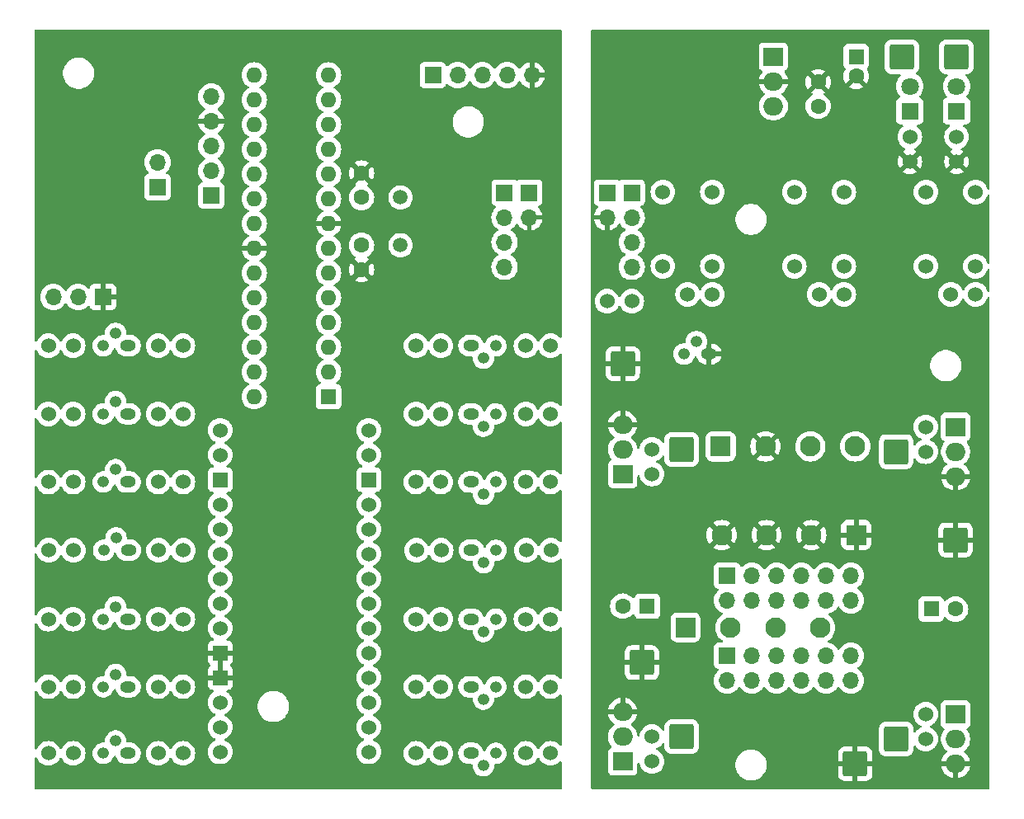
<source format=gbr>
%TF.GenerationSoftware,KiCad,Pcbnew,8.0.4-8.0.4-0~ubuntu24.04.1*%
%TF.CreationDate,2024-08-22T20:04:32-04:00*%
%TF.ProjectId,carinterface,63617269-6e74-4657-9266-6163652e6b69,rev?*%
%TF.SameCoordinates,Original*%
%TF.FileFunction,Copper,L2,Bot*%
%TF.FilePolarity,Positive*%
%FSLAX46Y46*%
G04 Gerber Fmt 4.6, Leading zero omitted, Abs format (unit mm)*
G04 Created by KiCad (PCBNEW 8.0.4-8.0.4-0~ubuntu24.04.1) date 2024-08-22 20:04:32*
%MOMM*%
%LPD*%
G01*
G04 APERTURE LIST*
G04 Aperture macros list*
%AMRoundRect*
0 Rectangle with rounded corners*
0 $1 Rounding radius*
0 $2 $3 $4 $5 $6 $7 $8 $9 X,Y pos of 4 corners*
0 Add a 4 corners polygon primitive as box body*
4,1,4,$2,$3,$4,$5,$6,$7,$8,$9,$2,$3,0*
0 Add four circle primitives for the rounded corners*
1,1,$1+$1,$2,$3*
1,1,$1+$1,$4,$5*
1,1,$1+$1,$6,$7*
1,1,$1+$1,$8,$9*
0 Add four rect primitives between the rounded corners*
20,1,$1+$1,$2,$3,$4,$5,0*
20,1,$1+$1,$4,$5,$6,$7,0*
20,1,$1+$1,$6,$7,$8,$9,0*
20,1,$1+$1,$8,$9,$2,$3,0*%
G04 Aperture macros list end*
%TA.AperFunction,ComponentPad*%
%ADD10C,1.524000*%
%TD*%
%TA.AperFunction,ComponentPad*%
%ADD11RoundRect,0.249999X-1.025001X-1.025001X1.025001X-1.025001X1.025001X1.025001X-1.025001X1.025001X0*%
%TD*%
%TA.AperFunction,ComponentPad*%
%ADD12R,2.000000X1.905000*%
%TD*%
%TA.AperFunction,ComponentPad*%
%ADD13O,2.000000X1.905000*%
%TD*%
%TA.AperFunction,ComponentPad*%
%ADD14RoundRect,0.250001X-0.799999X-0.799999X0.799999X-0.799999X0.799999X0.799999X-0.799999X0.799999X0*%
%TD*%
%TA.AperFunction,ComponentPad*%
%ADD15C,2.100000*%
%TD*%
%TA.AperFunction,ComponentPad*%
%ADD16O,1.600000X1.200000*%
%TD*%
%TA.AperFunction,ComponentPad*%
%ADD17O,1.200000X1.200000*%
%TD*%
%TA.AperFunction,ComponentPad*%
%ADD18R,1.700000X1.700000*%
%TD*%
%TA.AperFunction,ComponentPad*%
%ADD19O,1.700000X1.700000*%
%TD*%
%TA.AperFunction,ComponentPad*%
%ADD20C,1.600000*%
%TD*%
%TA.AperFunction,ComponentPad*%
%ADD21R,1.600000X1.600000*%
%TD*%
%TA.AperFunction,ComponentPad*%
%ADD22O,1.600000X1.600000*%
%TD*%
%TA.AperFunction,ComponentPad*%
%ADD23C,1.500000*%
%TD*%
%TA.AperFunction,ComponentPad*%
%ADD24RoundRect,0.249999X1.025001X-1.025001X1.025001X1.025001X-1.025001X1.025001X-1.025001X-1.025001X0*%
%TD*%
%TA.AperFunction,ComponentPad*%
%ADD25RoundRect,0.250001X0.799999X0.799999X-0.799999X0.799999X-0.799999X-0.799999X0.799999X-0.799999X0*%
%TD*%
%TA.AperFunction,SMDPad,CuDef*%
%ADD26RoundRect,0.000000X-1.500000X2.500000X-1.500000X-2.500000X1.500000X-2.500000X1.500000X2.500000X0*%
%TD*%
%TA.AperFunction,SMDPad,CuDef*%
%ADD27RoundRect,0.000000X2.500000X1.500000X-2.500000X1.500000X-2.500000X-1.500000X2.500000X-1.500000X0*%
%TD*%
%TA.AperFunction,ComponentPad*%
%ADD28R,1.800000X1.800000*%
%TD*%
%TA.AperFunction,ComponentPad*%
%ADD29C,1.800000*%
%TD*%
%TA.AperFunction,SMDPad,CuDef*%
%ADD30RoundRect,0.000000X8.312500X5.875000X-8.312500X5.875000X-8.312500X-5.875000X8.312500X-5.875000X0*%
%TD*%
%TA.AperFunction,ComponentPad*%
%ADD31R,1.524000X1.524000*%
%TD*%
G04 APERTURE END LIST*
D10*
%TO.P,R32,1*%
%TO.N,Net-(J12-Pin_1)*%
X107940000Y-109380000D03*
%TO.P,R32,2*%
%TO.N,/Amp/Left*%
X107940000Y-106840000D03*
%TD*%
D11*
%TO.P,J11,1,Pin_1*%
%TO.N,Net-(J11-Pin_1)*%
X104900000Y-79880000D03*
%TD*%
D12*
%TO.P,Q15,1,G*%
%TO.N,/Amp/Left*%
X111000000Y-77340000D03*
D13*
%TO.P,Q15,2,D*%
%TO.N,Net-(J11-Pin_1)*%
X111000000Y-79880000D03*
%TO.P,Q15,3,S*%
%TO.N,GND*%
X111000000Y-82420000D03*
%TD*%
D14*
%TO.P,J15,1,Pin_1*%
%TO.N,/Amp/RADIORR*%
X83300000Y-97940000D03*
D15*
%TO.P,J15,2,Pin_2*%
%TO.N,/Amp/RADIORL*%
X87900000Y-97940000D03*
%TO.P,J15,3,Pin_3*%
%TO.N,/Amp/RADIOFR*%
X92500000Y-97940000D03*
%TO.P,J15,4,Pin_4*%
%TO.N,/Amp/RADIOFL*%
X97100000Y-97940000D03*
%TD*%
D16*
%TO.P,Q7,1,E*%
%TO.N,/Arduino/2g*%
X26085276Y-76004775D03*
D17*
%TO.P,Q7,2,B*%
%TO.N,Net-(Q7-B)*%
X24815276Y-74734775D03*
%TO.P,Q7,3,C*%
%TO.N,Net-(Q7-C)*%
X23545276Y-76004775D03*
%TD*%
D10*
%TO.P,R14,1*%
%TO.N,Net-(Q14-B)*%
X58175452Y-104004775D03*
%TO.P,R14,2*%
%TO.N,Net-(U1-PD3)*%
X55635452Y-104004775D03*
%TD*%
%TO.P,R4,1*%
%TO.N,Net-(Q4-B)*%
X58175452Y-76004775D03*
%TO.P,R4,2*%
%TO.N,Net-(U1-PD7)*%
X55635452Y-76004775D03*
%TD*%
%TO.P,R23,1*%
%TO.N,Net-(J20-Pin_2)*%
X17904790Y-110855276D03*
%TO.P,R23,2*%
%TO.N,Net-(Q9-C)*%
X20444790Y-110855276D03*
%TD*%
%TO.P,R24,1*%
%TO.N,Net-(J20-Pin_2)*%
X69445385Y-110855276D03*
%TO.P,R24,2*%
%TO.N,Net-(Q10-C)*%
X66905385Y-110855276D03*
%TD*%
D16*
%TO.P,Q4,1,E*%
%TO.N,/Arduino/2d*%
X61268675Y-76004775D03*
D17*
%TO.P,Q4,2,B*%
%TO.N,Net-(Q4-B)*%
X62538675Y-77274775D03*
%TO.P,Q4,3,C*%
%TO.N,Net-(Q4-C)*%
X63808675Y-76004775D03*
%TD*%
D18*
%TO.P,J6,1,Pin_1*%
%TO.N,+5VAUDIO*%
X67259976Y-53289499D03*
D19*
%TO.P,J6,2,Pin_2*%
%TO.N,GND*%
X67259976Y-55829499D03*
%TD*%
D10*
%TO.P,R7,1*%
%TO.N,Net-(Q7-B)*%
X29176411Y-76004775D03*
%TO.P,R7,2*%
%TO.N,Net-(U1-PC0)*%
X31716411Y-76004775D03*
%TD*%
D11*
%TO.P,J3,1,Pin_1*%
%TO.N,Net-(J3-Pin_1)*%
X105500000Y-39340000D03*
%TD*%
D10*
%TO.P,R29,1*%
%TO.N,Net-(D1-K)*%
X111100000Y-47570000D03*
%TO.P,R29,2*%
%TO.N,GND*%
X111100000Y-50110000D03*
%TD*%
D20*
%TO.P,C3,1*%
%TO.N,+5VAUDIO*%
X96900000Y-44420000D03*
%TO.P,C3,2*%
%TO.N,GND*%
X96900000Y-41920000D03*
%TD*%
D10*
%TO.P,R27,1*%
%TO.N,Net-(J20-Pin_2)*%
X17904790Y-97069499D03*
%TO.P,R27,2*%
%TO.N,Net-(Q13-C)*%
X20444790Y-97069499D03*
%TD*%
%TO.P,R30,1*%
%TO.N,Net-(D2-K)*%
X106300000Y-47570000D03*
%TO.P,R30,2*%
%TO.N,GND*%
X106300000Y-50110000D03*
%TD*%
%TO.P,R8,1*%
%TO.N,Net-(Q8-B)*%
X29176411Y-104004775D03*
%TO.P,R8,2*%
%TO.N,Net-(U1-PC4)*%
X31716411Y-104004775D03*
%TD*%
%TO.P,R22,1*%
%TO.N,Net-(J20-Pin_2)*%
X17904790Y-104004775D03*
%TO.P,R22,2*%
%TO.N,Net-(Q8-C)*%
X20444790Y-104004775D03*
%TD*%
%TO.P,R36,1*%
%TO.N,+5VAUDIO*%
X97000000Y-63740000D03*
%TO.P,R36,2*%
%TO.N,Net-(R36-Pad2)*%
X99540000Y-63740000D03*
%TD*%
D16*
%TO.P,Q2,1,E*%
%TO.N,/Arduino/2b*%
X26125252Y-90004775D03*
D17*
%TO.P,Q2,2,B*%
%TO.N,Net-(Q2-B)*%
X24855252Y-88734775D03*
%TO.P,Q2,3,C*%
%TO.N,Net-(Q2-C)*%
X23585252Y-90004775D03*
%TD*%
D21*
%TO.P,C4,1*%
%TO.N,Net-(J3-Pin_1)*%
X100800000Y-39340000D03*
D20*
%TO.P,C4,2*%
%TO.N,GND*%
X100800000Y-41340000D03*
%TD*%
D12*
%TO.P,U2,1,IN*%
%TO.N,Net-(J3-Pin_1)*%
X92300000Y-39340000D03*
D13*
%TO.P,U2,2,GND*%
%TO.N,GND*%
X92300000Y-41880000D03*
%TO.P,U2,3,OUT*%
%TO.N,+5VAUDIO*%
X92300000Y-44420000D03*
%TD*%
D10*
%TO.P,R10,1*%
%TO.N,Net-(Q10-B)*%
X58175452Y-110855276D03*
%TO.P,R10,2*%
%TO.N,Net-(U1-PD2)*%
X55635452Y-110855276D03*
%TD*%
D20*
%TO.P,C2,1*%
%TO.N,Net-(U1-XTAL2{slash}PB7)*%
X50039976Y-53789499D03*
%TO.P,C2,2*%
%TO.N,GND*%
X50039976Y-51289499D03*
%TD*%
D21*
%TO.P,U1,1,~{RESET}/PC6*%
%TO.N,/Arduino/Reset*%
X46659976Y-74229499D03*
D22*
%TO.P,U1,2,PD0*%
%TO.N,/Arduino/RX*%
X46659976Y-71689499D03*
%TO.P,U1,3,PD1*%
%TO.N,/Arduino/TX*%
X46659976Y-69149499D03*
%TO.P,U1,4,PD2*%
%TO.N,Net-(U1-PD2)*%
X46659976Y-66609499D03*
%TO.P,U1,5,PD3*%
%TO.N,Net-(U1-PD3)*%
X46659976Y-64069499D03*
%TO.P,U1,6,PD4*%
%TO.N,Net-(U1-PD4)*%
X46659976Y-61529499D03*
%TO.P,U1,7,VCC*%
%TO.N,+5VAUDIO*%
X46659976Y-58989499D03*
%TO.P,U1,8,GND*%
%TO.N,GND*%
X46659976Y-56449499D03*
%TO.P,U1,9,XTAL1/PB6*%
%TO.N,Net-(U1-XTAL1{slash}PB6)*%
X46659976Y-53909499D03*
%TO.P,U1,10,XTAL2/PB7*%
%TO.N,Net-(U1-XTAL2{slash}PB7)*%
X46659976Y-51369499D03*
%TO.P,U1,11,PD5*%
%TO.N,Net-(U1-PD5)*%
X46659976Y-48829499D03*
%TO.P,U1,12,PD6*%
%TO.N,Net-(U1-PD6)*%
X46659976Y-46289499D03*
%TO.P,U1,13,PD7*%
%TO.N,Net-(U1-PD7)*%
X46659976Y-43749499D03*
%TO.P,U1,14,PB0*%
%TO.N,Net-(U1-PB0)*%
X46659976Y-41209499D03*
%TO.P,U1,15,PB1*%
%TO.N,Forward*%
X39039976Y-41209499D03*
%TO.P,U1,16,PB2*%
%TO.N,Reverse*%
X39039976Y-43749499D03*
%TO.P,U1,17,PB3*%
%TO.N,Play*%
X39039976Y-46289499D03*
%TO.P,U1,18,PB4*%
%TO.N,Ctrl*%
X39039976Y-48829499D03*
%TO.P,U1,19,PB5*%
%TO.N,Net-(U1-PB5)*%
X39039976Y-51369499D03*
%TO.P,U1,20,AVCC*%
%TO.N,+5VAUDIO*%
X39039976Y-53909499D03*
%TO.P,U1,21,AREF*%
%TO.N,unconnected-(U1-AREF-Pad21)*%
X39039976Y-56449499D03*
%TO.P,U1,22,GND*%
%TO.N,GND*%
X39039976Y-58989499D03*
%TO.P,U1,23,PC0*%
%TO.N,Net-(U1-PC0)*%
X39039976Y-61529499D03*
%TO.P,U1,24,PC1*%
%TO.N,Net-(U1-PC1)*%
X39039976Y-64069499D03*
%TO.P,U1,25,PC2*%
%TO.N,Net-(U1-PC2)*%
X39039976Y-66609499D03*
%TO.P,U1,26,PC3*%
%TO.N,Net-(U1-PC3)*%
X39039976Y-69149499D03*
%TO.P,U1,27,PC4*%
%TO.N,Net-(U1-PC4)*%
X39039976Y-71689499D03*
%TO.P,U1,28,PC5*%
%TO.N,Net-(U1-PC5)*%
X39039976Y-74229499D03*
%TD*%
D10*
%TO.P,R34,1*%
%TO.N,Net-(J14-Pin_1)*%
X79840000Y-109140000D03*
%TO.P,R34,2*%
%TO.N,/Amp/Right*%
X79840000Y-111680000D03*
%TD*%
%TO.P,R12,1*%
%TO.N,Net-(Q12-B)*%
X58215428Y-90004775D03*
%TO.P,R12,2*%
%TO.N,Net-(U1-PD5)*%
X55675428Y-90004775D03*
%TD*%
D11*
%TO.P,J23,1,Pin_1*%
%TO.N,GND*%
X111000000Y-88940000D03*
%TD*%
D16*
%TO.P,Q14,1,E*%
%TO.N,/Arduino/3g*%
X61268675Y-104004775D03*
D17*
%TO.P,Q14,2,B*%
%TO.N,Net-(Q14-B)*%
X62538675Y-105274775D03*
%TO.P,Q14,3,C*%
%TO.N,Net-(Q14-C)*%
X63808675Y-104004775D03*
%TD*%
D10*
%TO.P,R21,1*%
%TO.N,Net-(J20-Pin_2)*%
X17904790Y-76004775D03*
%TO.P,R21,2*%
%TO.N,Net-(Q7-C)*%
X20444790Y-76004775D03*
%TD*%
%TO.P,R37,1*%
%TO.N,+5VAUDIO*%
X83500000Y-63740000D03*
%TO.P,R37,2*%
%TO.N,Net-(R37-Pad2)*%
X86040000Y-63740000D03*
%TD*%
D12*
%TO.P,Q16,1,G*%
%TO.N,/Amp/Left*%
X111000000Y-106840000D03*
D13*
%TO.P,Q16,2,D*%
%TO.N,Net-(J12-Pin_1)*%
X111000000Y-109380000D03*
%TO.P,Q16,3,S*%
%TO.N,GND*%
X111000000Y-111920000D03*
%TD*%
D10*
%TO.P,R5,1*%
%TO.N,Net-(Q5-B)*%
X58175452Y-69004775D03*
%TO.P,R5,2*%
%TO.N,Net-(U1-PB0)*%
X55635452Y-69004775D03*
%TD*%
D16*
%TO.P,Q1,1,E*%
%TO.N,/Arduino/2a*%
X26085276Y-83004775D03*
D17*
%TO.P,Q1,2,B*%
%TO.N,Net-(Q1-B)*%
X24815276Y-81734775D03*
%TO.P,Q1,3,C*%
%TO.N,Net-(Q1-C)*%
X23545276Y-83004775D03*
%TD*%
D21*
%TO.P,C6,1*%
%TO.N,Net-(J10-Pin_1)*%
X79345000Y-95740000D03*
D20*
%TO.P,C6,2*%
%TO.N,/Amp/Right*%
X76845000Y-95740000D03*
%TD*%
D12*
%TO.P,Q18,1,G*%
%TO.N,/Amp/Right*%
X76845000Y-111680000D03*
D13*
%TO.P,Q18,2,D*%
%TO.N,Net-(J14-Pin_1)*%
X76845000Y-109140000D03*
%TO.P,Q18,3,S*%
%TO.N,GND*%
X76845000Y-106600000D03*
%TD*%
D10*
%TO.P,R38,1*%
%TO.N,Ctrl*%
X77770000Y-64440000D03*
%TO.P,R38,2*%
%TO.N,Net-(Q19-B)*%
X75230000Y-64440000D03*
%TD*%
D18*
%TO.P,J4,1,Pin_1*%
%TO.N,+5VAUDIO*%
X75230000Y-53290000D03*
D19*
%TO.P,J4,2,Pin_2*%
%TO.N,GND*%
X75230000Y-55830000D03*
%TD*%
D18*
%TO.P,J20,1,Pin_1*%
%TO.N,GND*%
X23499790Y-64014499D03*
D19*
%TO.P,J20,2,Pin_2*%
%TO.N,Net-(J20-Pin_2)*%
X20959790Y-64014499D03*
%TO.P,J20,3,Pin_3*%
%TO.N,+5VAUDIO*%
X18419790Y-64014499D03*
%TD*%
D16*
%TO.P,Q19,1,E*%
%TO.N,GND*%
X85685276Y-69855276D03*
D17*
%TO.P,Q19,2,B*%
%TO.N,Net-(Q19-B)*%
X84415276Y-68585276D03*
%TO.P,Q19,3,C*%
%TO.N,/Amp/MIC*%
X83145276Y-69855276D03*
%TD*%
D11*
%TO.P,J21,1,Pin_1*%
%TO.N,GND*%
X76845000Y-70840000D03*
%TD*%
%TO.P,J13,1,Pin_1*%
%TO.N,Net-(J13-Pin_1)*%
X82900000Y-79640000D03*
%TD*%
D18*
%TO.P,J5,1,Pin_1*%
%TO.N,Forward*%
X77770000Y-53290000D03*
D19*
%TO.P,J5,2,Pin_2*%
%TO.N,Reverse*%
X77770000Y-55830000D03*
%TO.P,J5,3,Pin_3*%
%TO.N,Play*%
X77770000Y-58370000D03*
%TO.P,J5,4,Pin_4*%
%TO.N,Ctrl*%
X77770000Y-60910000D03*
%TD*%
D10*
%TO.P,R28,1*%
%TO.N,Net-(J20-Pin_2)*%
X69445385Y-104004775D03*
%TO.P,R28,2*%
%TO.N,Net-(Q14-C)*%
X66905385Y-104004775D03*
%TD*%
D18*
%TO.P,J18,1,Pin_1*%
%TO.N,unconnected-(J18-Pin_1-Pad1)*%
X34639976Y-53590000D03*
D19*
%TO.P,J18,2,Pin_2*%
%TO.N,/Arduino/GPSTX*%
X34639976Y-51050000D03*
%TO.P,J18,3,Pin_3*%
%TO.N,unconnected-(J18-Pin_3-Pad3)*%
X34639976Y-48510000D03*
%TO.P,J18,4,Pin_4*%
%TO.N,GND*%
X34639976Y-45970000D03*
%TO.P,J18,5,Pin_5*%
%TO.N,+5VAUDIO*%
X34639976Y-43430000D03*
%TD*%
D16*
%TO.P,Q5,1,E*%
%TO.N,/Arduino/2e*%
X61268675Y-69004775D03*
D17*
%TO.P,Q5,2,B*%
%TO.N,Net-(Q5-B)*%
X62538675Y-70274775D03*
%TO.P,Q5,3,C*%
%TO.N,Net-(Q5-C)*%
X63808675Y-69004775D03*
%TD*%
D10*
%TO.P,R11,1*%
%TO.N,Net-(Q11-B)*%
X58175452Y-97069499D03*
%TO.P,R11,2*%
%TO.N,Net-(U1-PD4)*%
X55635452Y-97069499D03*
%TD*%
%TO.P,R33,1*%
%TO.N,Net-(J13-Pin_1)*%
X79840000Y-79640000D03*
%TO.P,R33,2*%
%TO.N,/Amp/Right*%
X79840000Y-82180000D03*
%TD*%
D11*
%TO.P,J14,1,Pin_1*%
%TO.N,Net-(J14-Pin_1)*%
X82900000Y-109140000D03*
%TD*%
D16*
%TO.P,Q3,1,E*%
%TO.N,/Arduino/2c*%
X61268675Y-83004775D03*
D17*
%TO.P,Q3,2,B*%
%TO.N,Net-(Q3-B)*%
X62538675Y-84274775D03*
%TO.P,Q3,3,C*%
%TO.N,Net-(Q3-C)*%
X63808675Y-83004775D03*
%TD*%
D10*
%TO.P,R3,1*%
%TO.N,Net-(Q3-B)*%
X58175452Y-83004775D03*
%TO.P,R3,2*%
%TO.N,Net-(U1-PD6)*%
X55635452Y-83004775D03*
%TD*%
%TO.P,R9,1*%
%TO.N,Net-(Q9-B)*%
X29176411Y-110855276D03*
%TO.P,R9,2*%
%TO.N,Net-(U1-PC5)*%
X31716411Y-110855276D03*
%TD*%
%TO.P,R31,1*%
%TO.N,Net-(J11-Pin_1)*%
X107940000Y-79880000D03*
%TO.P,R31,2*%
%TO.N,/Amp/Left*%
X107940000Y-77340000D03*
%TD*%
%TO.P,R6,1*%
%TO.N,Net-(Q6-B)*%
X29176411Y-69004775D03*
%TO.P,R6,2*%
%TO.N,Net-(U1-PB5)*%
X31716411Y-69004775D03*
%TD*%
%TO.P,R17,1*%
%TO.N,Net-(J20-Pin_2)*%
X69445385Y-83004775D03*
%TO.P,R17,2*%
%TO.N,Net-(Q3-C)*%
X66905385Y-83004775D03*
%TD*%
D12*
%TO.P,Q17,1,G*%
%TO.N,/Amp/Right*%
X76845000Y-82180000D03*
D13*
%TO.P,Q17,2,D*%
%TO.N,Net-(J13-Pin_1)*%
X76845000Y-79640000D03*
%TO.P,Q17,3,S*%
%TO.N,GND*%
X76845000Y-77100000D03*
%TD*%
D16*
%TO.P,Q8,1,E*%
%TO.N,/Arduino/3a*%
X26085276Y-104004775D03*
D17*
%TO.P,Q8,2,B*%
%TO.N,Net-(Q8-B)*%
X24815276Y-102734775D03*
%TO.P,Q8,3,C*%
%TO.N,Net-(Q8-C)*%
X23545276Y-104004775D03*
%TD*%
D10*
%TO.P,R25,1*%
%TO.N,Net-(J20-Pin_2)*%
X69445385Y-97069499D03*
%TO.P,R25,2*%
%TO.N,Net-(Q11-C)*%
X66905385Y-97069499D03*
%TD*%
D16*
%TO.P,Q9,1,E*%
%TO.N,/Arduino/3b*%
X26085276Y-110855276D03*
D17*
%TO.P,Q9,2,B*%
%TO.N,Net-(Q9-B)*%
X24815276Y-109585276D03*
%TO.P,Q9,3,C*%
%TO.N,Net-(Q9-C)*%
X23545276Y-110855276D03*
%TD*%
D10*
%TO.P,R35,1*%
%TO.N,+5VAUDIO*%
X110500000Y-63740000D03*
%TO.P,R35,2*%
%TO.N,Net-(R35-Pad2)*%
X113040000Y-63740000D03*
%TD*%
D18*
%TO.P,J7,1,Pin_1*%
%TO.N,Forward*%
X64719976Y-53289499D03*
D19*
%TO.P,J7,2,Pin_2*%
%TO.N,Reverse*%
X64719976Y-55829499D03*
%TO.P,J7,3,Pin_3*%
%TO.N,Play*%
X64719976Y-58369499D03*
%TO.P,J7,4,Pin_4*%
%TO.N,Ctrl*%
X64719976Y-60909499D03*
%TD*%
D11*
%TO.P,J22,1,Pin_1*%
%TO.N,GND*%
X78800000Y-101540000D03*
%TD*%
D21*
%TO.P,C5,1*%
%TO.N,Net-(J9-Pin_10)*%
X108500000Y-96040000D03*
D20*
%TO.P,C5,2*%
%TO.N,/Amp/Left*%
X111000000Y-96040000D03*
%TD*%
D23*
%TO.P,Y1,1,1*%
%TO.N,Net-(U1-XTAL1{slash}PB6)*%
X54039976Y-58689499D03*
%TO.P,Y1,2,2*%
%TO.N,Net-(U1-XTAL2{slash}PB7)*%
X54039976Y-53789499D03*
%TD*%
D10*
%TO.P,R20,1*%
%TO.N,Net-(J20-Pin_2)*%
X17904790Y-69004775D03*
%TO.P,R20,2*%
%TO.N,Net-(Q6-C)*%
X20444790Y-69004775D03*
%TD*%
D16*
%TO.P,Q11,1,E*%
%TO.N,/Arduino/3d*%
X61268675Y-97069499D03*
D17*
%TO.P,Q11,2,B*%
%TO.N,Net-(Q11-B)*%
X62538675Y-98339499D03*
%TO.P,Q11,3,C*%
%TO.N,Net-(Q11-C)*%
X63808675Y-97069499D03*
%TD*%
D10*
%TO.P,R19,1*%
%TO.N,Net-(J20-Pin_2)*%
X69445385Y-69004775D03*
%TO.P,R19,2*%
%TO.N,Net-(Q5-C)*%
X66905385Y-69004775D03*
%TD*%
D11*
%TO.P,J12,1,Pin_1*%
%TO.N,Net-(J12-Pin_1)*%
X104900000Y-109380000D03*
%TD*%
D16*
%TO.P,Q6,1,E*%
%TO.N,/Arduino/2f*%
X26085276Y-69004775D03*
D17*
%TO.P,Q6,2,B*%
%TO.N,Net-(Q6-B)*%
X24815276Y-67734775D03*
%TO.P,Q6,3,C*%
%TO.N,Net-(Q6-C)*%
X23545276Y-69004775D03*
%TD*%
D10*
%TO.P,R15,1*%
%TO.N,Net-(J20-Pin_2)*%
X17904790Y-83004775D03*
%TO.P,R15,2*%
%TO.N,Net-(Q1-C)*%
X20444790Y-83004775D03*
%TD*%
D16*
%TO.P,Q13,1,E*%
%TO.N,/Arduino/3f*%
X26085276Y-97069499D03*
D17*
%TO.P,Q13,2,B*%
%TO.N,Net-(Q13-B)*%
X24815276Y-95799499D03*
%TO.P,Q13,3,C*%
%TO.N,Net-(Q13-C)*%
X23545276Y-97069499D03*
%TD*%
D16*
%TO.P,Q10,1,E*%
%TO.N,/Arduino/3c*%
X61268675Y-110855276D03*
D17*
%TO.P,Q10,2,B*%
%TO.N,Net-(Q10-B)*%
X62538675Y-112125276D03*
%TO.P,Q10,3,C*%
%TO.N,Net-(Q10-C)*%
X63808675Y-110855276D03*
%TD*%
D16*
%TO.P,Q12,1,E*%
%TO.N,/Arduino/3e*%
X61308651Y-90004775D03*
D17*
%TO.P,Q12,2,B*%
%TO.N,Net-(Q12-B)*%
X62578651Y-91274775D03*
%TO.P,Q12,3,C*%
%TO.N,Net-(Q12-C)*%
X63848651Y-90004775D03*
%TD*%
D10*
%TO.P,R18,1*%
%TO.N,Net-(J20-Pin_2)*%
X69445385Y-76004775D03*
%TO.P,R18,2*%
%TO.N,Net-(Q4-C)*%
X66905385Y-76004775D03*
%TD*%
%TO.P,R13,1*%
%TO.N,Net-(Q13-B)*%
X29176411Y-97069499D03*
%TO.P,R13,2*%
%TO.N,Net-(U1-PC3)*%
X31716411Y-97069499D03*
%TD*%
D11*
%TO.P,J2,1,Pin_1*%
%TO.N,+12VAUDIO*%
X111100000Y-39340000D03*
%TD*%
D10*
%TO.P,R16,1*%
%TO.N,Net-(J20-Pin_2)*%
X17944766Y-90004775D03*
%TO.P,R16,2*%
%TO.N,Net-(Q2-C)*%
X20484766Y-90004775D03*
%TD*%
%TO.P,R2,1*%
%TO.N,Net-(Q2-B)*%
X29216387Y-90004775D03*
%TO.P,R2,2*%
%TO.N,Net-(U1-PC2)*%
X31756387Y-90004775D03*
%TD*%
D20*
%TO.P,C1,1*%
%TO.N,GND*%
X50039976Y-61189499D03*
%TO.P,C1,2*%
%TO.N,Net-(U1-XTAL1{slash}PB6)*%
X50039976Y-58689499D03*
%TD*%
D24*
%TO.P,J24,1,Pin_1*%
%TO.N,GND*%
X100700000Y-111940000D03*
%TD*%
D10*
%TO.P,R1,1*%
%TO.N,Net-(Q1-B)*%
X29176411Y-83004775D03*
%TO.P,R1,2*%
%TO.N,Net-(U1-PC1)*%
X31716411Y-83004775D03*
%TD*%
D25*
%TO.P,J16,1,Pin_1*%
%TO.N,GND*%
X100800000Y-88440000D03*
D15*
%TO.P,J16,2,Pin_2*%
X96200000Y-88440000D03*
%TO.P,J16,3,Pin_3*%
X91600000Y-88440000D03*
%TO.P,J16,4,Pin_4*%
X87000000Y-88440000D03*
%TD*%
D10*
%TO.P,R26,1*%
%TO.N,Net-(J20-Pin_2)*%
X69485361Y-90004775D03*
%TO.P,R26,2*%
%TO.N,Net-(Q12-C)*%
X66945361Y-90004775D03*
%TD*%
D18*
%TO.P,J9,1,Pin_1*%
%TO.N,/Amp/RADIORR*%
X87560000Y-100840000D03*
D19*
%TO.P,J9,2,Pin_2*%
%TO.N,Net-(J9-Pin_10)*%
X87560000Y-103380000D03*
%TO.P,J9,3,Pin_3*%
%TO.N,/Amp/RADIORL*%
X90100000Y-100840000D03*
%TO.P,J9,4,Pin_4*%
%TO.N,Net-(J9-Pin_10)*%
X90100000Y-103380000D03*
%TO.P,J9,5,Pin_5*%
%TO.N,/Amp/RADIOFR*%
X92640000Y-100840000D03*
%TO.P,J9,6,Pin_6*%
%TO.N,Net-(J9-Pin_10)*%
X92640000Y-103380000D03*
%TO.P,J9,7,Pin_7*%
%TO.N,/Amp/RADIOFL*%
X95180000Y-100840000D03*
%TO.P,J9,8,Pin_8*%
%TO.N,Net-(J9-Pin_10)*%
X95180000Y-103380000D03*
%TO.P,J9,9,Pin_9*%
%TO.N,/Amp/AUXR*%
X97720000Y-100840000D03*
%TO.P,J9,10,Pin_10*%
%TO.N,Net-(J9-Pin_10)*%
X97720000Y-103380000D03*
%TO.P,J9,11,Pin_11*%
%TO.N,/Amp/AUXL*%
X100260000Y-100840000D03*
%TO.P,J9,12,Pin_12*%
%TO.N,Net-(J9-Pin_10)*%
X100260000Y-103380000D03*
%TD*%
D10*
%TO.P,SW3,1*%
%TO.N,Forward*%
X80960000Y-53230000D03*
X80960000Y-60850000D03*
%TO.P,SW3,2*%
%TO.N,Net-(R37-Pad2)*%
X86040000Y-53230000D03*
X86040000Y-60850000D03*
%TD*%
D26*
%TO.P,T10,1,Pad*%
%TO.N,GND*%
X80100000Y-74440000D03*
%TD*%
D18*
%TO.P,J10,1,Pin_1*%
%TO.N,Net-(J10-Pin_1)*%
X87560000Y-92600000D03*
D19*
%TO.P,J10,2,Pin_2*%
%TO.N,/Amp/RADIORR*%
X87560000Y-95140000D03*
%TO.P,J10,3,Pin_3*%
%TO.N,Net-(J10-Pin_1)*%
X90100000Y-92600000D03*
%TO.P,J10,4,Pin_4*%
%TO.N,/Amp/RADIORL*%
X90100000Y-95140000D03*
%TO.P,J10,5,Pin_5*%
%TO.N,Net-(J10-Pin_1)*%
X92640000Y-92600000D03*
%TO.P,J10,6,Pin_6*%
%TO.N,/Amp/RADIOFR*%
X92640000Y-95140000D03*
%TO.P,J10,7,Pin_7*%
%TO.N,Net-(J10-Pin_1)*%
X95180000Y-92600000D03*
%TO.P,J10,8,Pin_8*%
%TO.N,/Amp/RADIOFL*%
X95180000Y-95140000D03*
%TO.P,J10,9,Pin_9*%
%TO.N,Net-(J10-Pin_1)*%
X97720000Y-92600000D03*
%TO.P,J10,10,Pin_10*%
%TO.N,/Amp/AUXR*%
X97720000Y-95140000D03*
%TO.P,J10,11,Pin_11*%
%TO.N,Net-(J10-Pin_1)*%
X100260000Y-92600000D03*
%TO.P,J10,12,Pin_12*%
%TO.N,/Amp/AUXL*%
X100260000Y-95140000D03*
%TD*%
D26*
%TO.P,T16,1,Pad*%
%TO.N,GND*%
X100700000Y-84040000D03*
%TD*%
%TO.P,T17,1,Pad*%
%TO.N,GND*%
X87000000Y-84040000D03*
%TD*%
%TO.P,T9,1,Pad*%
%TO.N,GND*%
X82600000Y-104240000D03*
%TD*%
D27*
%TO.P,T39,1,Pad*%
%TO.N,GND*%
X92100000Y-67240000D03*
%TD*%
%TO.P,T41,1,Pad*%
%TO.N,GND*%
X92100000Y-73240000D03*
%TD*%
D26*
%TO.P,T7,1,Pad*%
%TO.N,GND*%
X107300000Y-89040000D03*
%TD*%
D27*
%TO.P,T35,1,Pad*%
%TO.N,GND*%
X102100000Y-67240000D03*
%TD*%
D28*
%TO.P,D1,1,K*%
%TO.N,Net-(D1-K)*%
X111100000Y-44915000D03*
D29*
%TO.P,D1,2,A*%
%TO.N,+12VAUDIO*%
X111100000Y-42375000D03*
%TD*%
D30*
%TO.P,T2,1,Sink*%
%TO.N,GND*%
X82100000Y-42640000D03*
%TD*%
D10*
%TO.P,SW1,2*%
%TO.N,Net-(R35-Pad2)*%
X113040000Y-60850000D03*
X113040000Y-53230000D03*
%TO.P,SW1,1*%
%TO.N,Play*%
X107960000Y-60850000D03*
X107960000Y-53230000D03*
%TD*%
%TO.P,D3,1,1e*%
%TO.N,unconnected-(D3-1e-Pad1)*%
X50779976Y-77679499D03*
%TO.P,D3,2,1d*%
%TO.N,unconnected-(D3-1d-Pad2)*%
X50779976Y-80219499D03*
D31*
%TO.P,D3,3,1G*%
%TO.N,unconnected-(D3-1G-Pad3)*%
X50779976Y-82759499D03*
D10*
%TO.P,D3,4,1c*%
%TO.N,unconnected-(D3-1c-Pad4)*%
X50779976Y-85299499D03*
%TO.P,D3,5,1h*%
%TO.N,unconnected-(D3-1h-Pad5)*%
X50779976Y-87839499D03*
%TO.P,D3,6,2e*%
%TO.N,/Arduino/2e*%
X50779976Y-90379499D03*
%TO.P,D3,7,2d*%
%TO.N,/Arduino/2d*%
X50779976Y-92919499D03*
%TO.P,D3,8,2c*%
%TO.N,/Arduino/2c*%
X50779976Y-95459499D03*
%TO.P,D3,9,2h*%
%TO.N,unconnected-(D3-2h-Pad9)*%
X50779976Y-97999499D03*
%TO.P,D3,10,3e*%
%TO.N,/Arduino/3e*%
X50779976Y-100539499D03*
%TO.P,D3,11,3d*%
%TO.N,/Arduino/3d*%
X50779976Y-103079499D03*
%TO.P,D3,12,3g*%
%TO.N,/Arduino/3g*%
X50779976Y-105619499D03*
%TO.P,D3,13,3c*%
%TO.N,/Arduino/3c*%
X50779976Y-108159499D03*
%TO.P,D3,14,3h*%
%TO.N,unconnected-(D3-3h-Pad14)*%
X50779976Y-110699499D03*
%TO.P,D3,15,3b*%
%TO.N,/Arduino/3b*%
X35539976Y-110699499D03*
%TO.P,D3,16,3a*%
%TO.N,/Arduino/3a*%
X35539976Y-108159499D03*
%TO.P,D3,17,3f*%
%TO.N,/Arduino/3f*%
X35539976Y-105619499D03*
D31*
%TO.P,D3,18,3G*%
%TO.N,GND*%
X35539976Y-103079499D03*
%TO.P,D3,19,2G*%
X35539976Y-100539499D03*
D10*
%TO.P,D3,20,2b*%
%TO.N,/Arduino/2b*%
X35539976Y-97999499D03*
%TO.P,D3,21,2a*%
%TO.N,/Arduino/2a*%
X35539976Y-95459499D03*
%TO.P,D3,22,2g*%
%TO.N,/Arduino/2g*%
X35539976Y-92919499D03*
%TO.P,D3,23,2f*%
%TO.N,/Arduino/2f*%
X35539976Y-90379499D03*
%TO.P,D3,24,1b*%
%TO.N,unconnected-(D3-1b-Pad24)*%
X35539976Y-87839499D03*
%TO.P,D3,25,1a*%
%TO.N,unconnected-(D3-1a-Pad25)*%
X35539976Y-85299499D03*
D31*
%TO.P,D3,26,1G*%
%TO.N,unconnected-(D3-1G-Pad26)*%
X35539976Y-82759499D03*
D10*
%TO.P,D3,27,1f*%
%TO.N,unconnected-(D3-1f-Pad27)*%
X35539976Y-80219499D03*
%TO.P,D3,28,1g*%
%TO.N,unconnected-(D3-1g-Pad28)*%
X35539976Y-77679499D03*
%TD*%
D27*
%TO.P,T31,1,Pad*%
%TO.N,GND*%
X97100000Y-67240000D03*
%TD*%
D26*
%TO.P,T15,1,Pad*%
%TO.N,GND*%
X96200000Y-84040000D03*
%TD*%
D27*
%TO.P,T37,1,Pad*%
%TO.N,GND*%
X102100000Y-73240000D03*
%TD*%
D18*
%TO.P,J17,1,Pin_1*%
%TO.N,/Arduino/Reset*%
X57359976Y-41209499D03*
D19*
%TO.P,J17,2,Pin_2*%
%TO.N,/Arduino/RX*%
X59899976Y-41209499D03*
%TO.P,J17,3,Pin_3*%
%TO.N,/Arduino/TX*%
X62439976Y-41209499D03*
%TO.P,J17,4,Pin_4*%
%TO.N,+5VAUDIO*%
X64979976Y-41209499D03*
%TO.P,J17,5,Pin_5*%
%TO.N,GND*%
X67519976Y-41209499D03*
%TD*%
D27*
%TO.P,T8,1,Pad*%
%TO.N,GND*%
X96400000Y-111940000D03*
%TD*%
%TO.P,T40,1,Pad*%
%TO.N,GND*%
X92100000Y-70240000D03*
%TD*%
D26*
%TO.P,T18,1,Pad*%
%TO.N,GND*%
X91600000Y-84040000D03*
%TD*%
D27*
%TO.P,T42,1,Pad*%
%TO.N,GND*%
X92100000Y-76240000D03*
%TD*%
D28*
%TO.P,D2,1,K*%
%TO.N,Net-(D2-K)*%
X106300000Y-44915000D03*
D29*
%TO.P,D2,2,A*%
%TO.N,+5VAUDIO*%
X106300000Y-42375000D03*
%TD*%
D27*
%TO.P,T32,1,Pad*%
%TO.N,GND*%
X97100000Y-76240000D03*
%TD*%
%TO.P,T33,1,Pad*%
%TO.N,GND*%
X97100000Y-73240000D03*
%TD*%
D18*
%TO.P,J19,1,Pin_1*%
%TO.N,/Arduino/GPSTX*%
X29100000Y-52715000D03*
D19*
%TO.P,J19,2,Pin_2*%
%TO.N,/Arduino/RX*%
X29100000Y-50175000D03*
%TD*%
D27*
%TO.P,T36,1,Pad*%
%TO.N,GND*%
X102100000Y-70240000D03*
%TD*%
%TO.P,T38,1,Pad*%
%TO.N,GND*%
X102100000Y-76240000D03*
%TD*%
D10*
%TO.P,SW2,1*%
%TO.N,Reverse*%
X94460000Y-53230000D03*
X94460000Y-60850000D03*
%TO.P,SW2,2*%
%TO.N,Net-(R36-Pad2)*%
X99540000Y-53230000D03*
X99540000Y-60850000D03*
%TD*%
D27*
%TO.P,T34,1,Pad*%
%TO.N,GND*%
X97100000Y-70240000D03*
%TD*%
D14*
%TO.P,J8,1,Pin_1*%
%TO.N,/Amp/MIC*%
X86900000Y-79340000D03*
D15*
%TO.P,J8,2,Pin_2*%
%TO.N,GND*%
X91500000Y-79340000D03*
%TO.P,J8,3,Pin_3*%
%TO.N,/Amp/AUXR*%
X96100000Y-79340000D03*
%TO.P,J8,4,Pin_4*%
%TO.N,/Amp/AUXL*%
X100700000Y-79340000D03*
%TD*%
%TA.AperFunction,Conductor*%
%TO.N,GND*%
G36*
X35789976Y-102790683D02*
G01*
X35773916Y-102774623D01*
X35687037Y-102724463D01*
X35590136Y-102698499D01*
X35489816Y-102698499D01*
X35392915Y-102724463D01*
X35306036Y-102774623D01*
X35289976Y-102790683D01*
X35289976Y-100828315D01*
X35306036Y-100844375D01*
X35392915Y-100894535D01*
X35489816Y-100920499D01*
X35590136Y-100920499D01*
X35687037Y-100894535D01*
X35773916Y-100844375D01*
X35789976Y-100828315D01*
X35789976Y-102790683D01*
G37*
%TD.AperFunction*%
%TA.AperFunction,Conductor*%
G36*
X70543039Y-36560185D02*
G01*
X70588794Y-36612989D01*
X70600000Y-36664500D01*
X70600000Y-68074581D01*
X70580315Y-68141620D01*
X70527511Y-68187375D01*
X70458353Y-68197319D01*
X70394797Y-68168294D01*
X70388319Y-68162263D01*
X70348848Y-68122792D01*
X70260005Y-68033949D01*
X70260001Y-68033946D01*
X70260000Y-68033945D01*
X70079051Y-67907243D01*
X70079047Y-67907241D01*
X70072686Y-67904275D01*
X69878835Y-67813881D01*
X69878832Y-67813880D01*
X69878830Y-67813879D01*
X69665455Y-67756705D01*
X69665447Y-67756704D01*
X69445387Y-67737452D01*
X69445383Y-67737452D01*
X69225322Y-67756704D01*
X69225314Y-67756705D01*
X69011939Y-67813879D01*
X69011933Y-67813882D01*
X68811725Y-67907240D01*
X68811723Y-67907241D01*
X68630762Y-68033950D01*
X68474560Y-68190152D01*
X68347851Y-68371113D01*
X68347850Y-68371115D01*
X68287767Y-68499964D01*
X68241594Y-68552403D01*
X68174401Y-68571555D01*
X68107520Y-68551339D01*
X68063003Y-68499964D01*
X68002919Y-68371115D01*
X68002918Y-68371113D01*
X67876212Y-68190156D01*
X67808848Y-68122792D01*
X67720005Y-68033949D01*
X67720001Y-68033946D01*
X67720000Y-68033945D01*
X67539051Y-67907243D01*
X67539047Y-67907241D01*
X67532686Y-67904275D01*
X67338835Y-67813881D01*
X67338832Y-67813880D01*
X67338830Y-67813879D01*
X67125455Y-67756705D01*
X67125447Y-67756704D01*
X66905387Y-67737452D01*
X66905383Y-67737452D01*
X66685322Y-67756704D01*
X66685314Y-67756705D01*
X66471939Y-67813879D01*
X66471933Y-67813882D01*
X66271725Y-67907240D01*
X66271723Y-67907241D01*
X66090762Y-68033950D01*
X65934560Y-68190152D01*
X65807851Y-68371113D01*
X65807850Y-68371115D01*
X65714492Y-68571323D01*
X65714489Y-68571329D01*
X65657315Y-68784704D01*
X65657314Y-68784712D01*
X65638062Y-69004772D01*
X65638062Y-69004777D01*
X65657314Y-69224837D01*
X65657315Y-69224845D01*
X65714489Y-69438220D01*
X65714490Y-69438222D01*
X65714491Y-69438225D01*
X65781330Y-69581563D01*
X65807851Y-69638437D01*
X65807853Y-69638441D01*
X65934555Y-69819390D01*
X65934560Y-69819396D01*
X66090763Y-69975599D01*
X66090769Y-69975604D01*
X66271718Y-70102306D01*
X66271720Y-70102307D01*
X66271723Y-70102309D01*
X66471935Y-70195669D01*
X66685317Y-70252845D01*
X66842508Y-70266597D01*
X66905383Y-70272098D01*
X66905385Y-70272098D01*
X66905387Y-70272098D01*
X66960402Y-70267284D01*
X67125453Y-70252845D01*
X67338835Y-70195669D01*
X67539047Y-70102309D01*
X67720005Y-69975601D01*
X67876211Y-69819395D01*
X68002919Y-69638437D01*
X68063003Y-69509586D01*
X68109175Y-69457146D01*
X68176368Y-69437994D01*
X68243250Y-69458210D01*
X68287767Y-69509586D01*
X68347849Y-69638433D01*
X68347853Y-69638441D01*
X68474555Y-69819390D01*
X68474560Y-69819396D01*
X68630763Y-69975599D01*
X68630769Y-69975604D01*
X68811718Y-70102306D01*
X68811720Y-70102307D01*
X68811723Y-70102309D01*
X69011935Y-70195669D01*
X69225317Y-70252845D01*
X69382508Y-70266597D01*
X69445383Y-70272098D01*
X69445385Y-70272098D01*
X69445387Y-70272098D01*
X69500402Y-70267284D01*
X69665453Y-70252845D01*
X69878835Y-70195669D01*
X70079047Y-70102309D01*
X70260005Y-69975601D01*
X70388319Y-69847287D01*
X70449642Y-69813802D01*
X70519334Y-69818786D01*
X70575267Y-69860658D01*
X70599684Y-69926122D01*
X70600000Y-69934968D01*
X70600000Y-75074581D01*
X70580315Y-75141620D01*
X70527511Y-75187375D01*
X70458353Y-75197319D01*
X70394797Y-75168294D01*
X70388319Y-75162263D01*
X70348848Y-75122792D01*
X70260005Y-75033949D01*
X70260001Y-75033946D01*
X70260000Y-75033945D01*
X70079051Y-74907243D01*
X70079047Y-74907241D01*
X70072686Y-74904275D01*
X69878835Y-74813881D01*
X69878832Y-74813880D01*
X69878830Y-74813879D01*
X69665455Y-74756705D01*
X69665447Y-74756704D01*
X69445387Y-74737452D01*
X69445383Y-74737452D01*
X69225322Y-74756704D01*
X69225314Y-74756705D01*
X69011939Y-74813879D01*
X69011933Y-74813882D01*
X68811725Y-74907240D01*
X68811723Y-74907241D01*
X68630762Y-75033950D01*
X68474560Y-75190152D01*
X68347851Y-75371113D01*
X68347850Y-75371115D01*
X68287767Y-75499964D01*
X68241594Y-75552403D01*
X68174401Y-75571555D01*
X68107520Y-75551339D01*
X68063003Y-75499964D01*
X68010348Y-75387046D01*
X68002919Y-75371114D01*
X67903791Y-75229544D01*
X67876212Y-75190156D01*
X67808848Y-75122792D01*
X67720005Y-75033949D01*
X67720001Y-75033946D01*
X67720000Y-75033945D01*
X67539051Y-74907243D01*
X67539047Y-74907241D01*
X67532686Y-74904275D01*
X67338835Y-74813881D01*
X67338832Y-74813880D01*
X67338830Y-74813879D01*
X67125455Y-74756705D01*
X67125447Y-74756704D01*
X66905387Y-74737452D01*
X66905383Y-74737452D01*
X66685322Y-74756704D01*
X66685314Y-74756705D01*
X66471939Y-74813879D01*
X66471933Y-74813882D01*
X66271725Y-74907240D01*
X66271723Y-74907241D01*
X66090762Y-75033950D01*
X65934560Y-75190152D01*
X65807851Y-75371113D01*
X65807850Y-75371115D01*
X65714492Y-75571323D01*
X65714489Y-75571329D01*
X65657315Y-75784704D01*
X65657314Y-75784712D01*
X65638062Y-76004772D01*
X65638062Y-76004777D01*
X65657314Y-76224837D01*
X65657315Y-76224845D01*
X65714489Y-76438220D01*
X65714490Y-76438222D01*
X65714491Y-76438225D01*
X65781330Y-76581563D01*
X65807851Y-76638437D01*
X65807853Y-76638441D01*
X65934555Y-76819390D01*
X65934560Y-76819396D01*
X66090763Y-76975599D01*
X66090769Y-76975604D01*
X66271718Y-77102306D01*
X66271720Y-77102307D01*
X66271723Y-77102309D01*
X66471935Y-77195669D01*
X66685317Y-77252845D01*
X66842508Y-77266597D01*
X66905383Y-77272098D01*
X66905385Y-77272098D01*
X66905387Y-77272098D01*
X66960402Y-77267284D01*
X67125453Y-77252845D01*
X67338835Y-77195669D01*
X67539047Y-77102309D01*
X67720005Y-76975601D01*
X67876211Y-76819395D01*
X68002919Y-76638437D01*
X68063003Y-76509586D01*
X68109175Y-76457146D01*
X68176368Y-76437994D01*
X68243250Y-76458210D01*
X68287767Y-76509586D01*
X68347849Y-76638433D01*
X68347853Y-76638441D01*
X68474555Y-76819390D01*
X68474560Y-76819396D01*
X68630763Y-76975599D01*
X68630769Y-76975604D01*
X68811718Y-77102306D01*
X68811720Y-77102307D01*
X68811723Y-77102309D01*
X69011935Y-77195669D01*
X69225317Y-77252845D01*
X69382508Y-77266597D01*
X69445383Y-77272098D01*
X69445385Y-77272098D01*
X69445387Y-77272098D01*
X69500402Y-77267284D01*
X69665453Y-77252845D01*
X69878835Y-77195669D01*
X70079047Y-77102309D01*
X70260005Y-76975601D01*
X70388319Y-76847287D01*
X70449642Y-76813802D01*
X70519334Y-76818786D01*
X70575267Y-76860658D01*
X70599684Y-76926122D01*
X70600000Y-76934968D01*
X70600000Y-82074581D01*
X70580315Y-82141620D01*
X70527511Y-82187375D01*
X70458353Y-82197319D01*
X70394797Y-82168294D01*
X70388319Y-82162263D01*
X70348848Y-82122792D01*
X70260005Y-82033949D01*
X70260001Y-82033946D01*
X70260000Y-82033945D01*
X70079051Y-81907243D01*
X70079047Y-81907241D01*
X70042108Y-81890016D01*
X69878835Y-81813881D01*
X69878832Y-81813880D01*
X69878830Y-81813879D01*
X69665455Y-81756705D01*
X69665447Y-81756704D01*
X69445387Y-81737452D01*
X69445383Y-81737452D01*
X69225322Y-81756704D01*
X69225314Y-81756705D01*
X69011939Y-81813879D01*
X69011933Y-81813882D01*
X68811725Y-81907240D01*
X68811723Y-81907241D01*
X68630762Y-82033950D01*
X68474560Y-82190152D01*
X68347851Y-82371113D01*
X68347850Y-82371115D01*
X68287767Y-82499964D01*
X68241594Y-82552403D01*
X68174401Y-82571555D01*
X68107520Y-82551339D01*
X68063003Y-82499964D01*
X68002919Y-82371115D01*
X68002918Y-82371113D01*
X67876212Y-82190156D01*
X67808848Y-82122792D01*
X67720005Y-82033949D01*
X67720001Y-82033946D01*
X67720000Y-82033945D01*
X67539051Y-81907243D01*
X67539047Y-81907241D01*
X67502108Y-81890016D01*
X67338835Y-81813881D01*
X67338832Y-81813880D01*
X67338830Y-81813879D01*
X67125455Y-81756705D01*
X67125447Y-81756704D01*
X66905387Y-81737452D01*
X66905383Y-81737452D01*
X66685322Y-81756704D01*
X66685314Y-81756705D01*
X66471939Y-81813879D01*
X66471933Y-81813882D01*
X66271725Y-81907240D01*
X66271723Y-81907241D01*
X66090762Y-82033950D01*
X65934560Y-82190152D01*
X65807851Y-82371113D01*
X65807850Y-82371115D01*
X65714492Y-82571323D01*
X65714489Y-82571329D01*
X65657315Y-82784704D01*
X65657314Y-82784712D01*
X65638062Y-83004772D01*
X65638062Y-83004777D01*
X65657314Y-83224837D01*
X65657315Y-83224845D01*
X65714489Y-83438220D01*
X65714490Y-83438222D01*
X65714491Y-83438225D01*
X65775644Y-83569369D01*
X65807851Y-83638437D01*
X65807853Y-83638441D01*
X65934555Y-83819390D01*
X65934560Y-83819396D01*
X66090763Y-83975599D01*
X66090769Y-83975604D01*
X66271718Y-84102306D01*
X66271720Y-84102307D01*
X66271723Y-84102309D01*
X66471935Y-84195669D01*
X66685317Y-84252845D01*
X66842508Y-84266597D01*
X66905383Y-84272098D01*
X66905385Y-84272098D01*
X66905387Y-84272098D01*
X66960402Y-84267284D01*
X67125453Y-84252845D01*
X67338835Y-84195669D01*
X67539047Y-84102309D01*
X67720005Y-83975601D01*
X67876211Y-83819395D01*
X68002919Y-83638437D01*
X68063003Y-83509586D01*
X68109175Y-83457146D01*
X68176368Y-83437994D01*
X68243250Y-83458210D01*
X68287767Y-83509586D01*
X68347849Y-83638433D01*
X68347853Y-83638441D01*
X68474555Y-83819390D01*
X68474560Y-83819396D01*
X68630763Y-83975599D01*
X68630769Y-83975604D01*
X68811718Y-84102306D01*
X68811720Y-84102307D01*
X68811723Y-84102309D01*
X69011935Y-84195669D01*
X69225317Y-84252845D01*
X69382508Y-84266597D01*
X69445383Y-84272098D01*
X69445385Y-84272098D01*
X69445387Y-84272098D01*
X69500402Y-84267284D01*
X69665453Y-84252845D01*
X69878835Y-84195669D01*
X70079047Y-84102309D01*
X70260005Y-83975601D01*
X70388319Y-83847287D01*
X70449642Y-83813802D01*
X70519334Y-83818786D01*
X70575267Y-83860658D01*
X70599684Y-83926122D01*
X70600000Y-83934968D01*
X70600000Y-89034605D01*
X70580315Y-89101644D01*
X70527511Y-89147399D01*
X70458353Y-89157343D01*
X70394797Y-89128318D01*
X70388319Y-89122287D01*
X70353601Y-89087569D01*
X70299981Y-89033949D01*
X70299977Y-89033946D01*
X70299976Y-89033945D01*
X70119027Y-88907243D01*
X70119023Y-88907241D01*
X70112662Y-88904275D01*
X69918811Y-88813881D01*
X69918808Y-88813880D01*
X69918806Y-88813879D01*
X69705431Y-88756705D01*
X69705423Y-88756704D01*
X69485363Y-88737452D01*
X69485359Y-88737452D01*
X69265298Y-88756704D01*
X69265290Y-88756705D01*
X69051915Y-88813879D01*
X69051909Y-88813882D01*
X68851701Y-88907240D01*
X68851699Y-88907241D01*
X68670738Y-89033950D01*
X68514536Y-89190152D01*
X68387827Y-89371113D01*
X68387826Y-89371115D01*
X68327743Y-89499964D01*
X68281570Y-89552403D01*
X68214377Y-89571555D01*
X68147496Y-89551339D01*
X68102979Y-89499964D01*
X68067068Y-89422953D01*
X68042895Y-89371114D01*
X67916187Y-89190155D01*
X67759981Y-89033949D01*
X67759977Y-89033946D01*
X67759976Y-89033945D01*
X67579027Y-88907243D01*
X67579023Y-88907241D01*
X67572662Y-88904275D01*
X67378811Y-88813881D01*
X67378808Y-88813880D01*
X67378806Y-88813879D01*
X67165431Y-88756705D01*
X67165423Y-88756704D01*
X66945363Y-88737452D01*
X66945359Y-88737452D01*
X66725298Y-88756704D01*
X66725290Y-88756705D01*
X66511915Y-88813879D01*
X66511909Y-88813882D01*
X66311701Y-88907240D01*
X66311699Y-88907241D01*
X66130738Y-89033950D01*
X65974536Y-89190152D01*
X65847827Y-89371113D01*
X65847826Y-89371115D01*
X65754468Y-89571323D01*
X65754465Y-89571329D01*
X65697291Y-89784704D01*
X65697290Y-89784712D01*
X65678038Y-90004772D01*
X65678038Y-90004777D01*
X65697290Y-90224837D01*
X65697291Y-90224845D01*
X65754465Y-90438220D01*
X65754466Y-90438222D01*
X65754467Y-90438225D01*
X65787743Y-90509586D01*
X65847827Y-90638437D01*
X65847829Y-90638441D01*
X65974531Y-90819390D01*
X65974536Y-90819396D01*
X66130739Y-90975599D01*
X66130745Y-90975604D01*
X66311694Y-91102306D01*
X66311696Y-91102307D01*
X66311699Y-91102309D01*
X66511911Y-91195669D01*
X66725293Y-91252845D01*
X66882484Y-91266597D01*
X66945359Y-91272098D01*
X66945361Y-91272098D01*
X66945363Y-91272098D01*
X67000378Y-91267284D01*
X67165429Y-91252845D01*
X67378811Y-91195669D01*
X67579023Y-91102309D01*
X67759981Y-90975601D01*
X67916187Y-90819395D01*
X68042895Y-90638437D01*
X68102979Y-90509586D01*
X68149151Y-90457146D01*
X68216344Y-90437994D01*
X68283226Y-90458210D01*
X68327743Y-90509586D01*
X68387825Y-90638433D01*
X68387829Y-90638441D01*
X68514531Y-90819390D01*
X68514536Y-90819396D01*
X68670739Y-90975599D01*
X68670745Y-90975604D01*
X68851694Y-91102306D01*
X68851696Y-91102307D01*
X68851699Y-91102309D01*
X69051911Y-91195669D01*
X69265293Y-91252845D01*
X69422484Y-91266597D01*
X69485359Y-91272098D01*
X69485361Y-91272098D01*
X69485363Y-91272098D01*
X69540378Y-91267284D01*
X69705429Y-91252845D01*
X69918811Y-91195669D01*
X70119023Y-91102309D01*
X70299981Y-90975601D01*
X70388319Y-90887263D01*
X70449642Y-90853778D01*
X70519334Y-90858762D01*
X70575267Y-90900634D01*
X70599684Y-90966098D01*
X70600000Y-90974944D01*
X70600000Y-96139305D01*
X70580315Y-96206344D01*
X70527511Y-96252099D01*
X70458353Y-96262043D01*
X70394797Y-96233018D01*
X70388319Y-96226987D01*
X70348848Y-96187516D01*
X70260005Y-96098673D01*
X70260001Y-96098670D01*
X70260000Y-96098669D01*
X70079051Y-95971967D01*
X70079047Y-95971965D01*
X70072686Y-95968999D01*
X69878835Y-95878605D01*
X69878832Y-95878604D01*
X69878830Y-95878603D01*
X69665455Y-95821429D01*
X69665447Y-95821428D01*
X69445387Y-95802176D01*
X69445383Y-95802176D01*
X69225322Y-95821428D01*
X69225314Y-95821429D01*
X69011939Y-95878603D01*
X69011933Y-95878606D01*
X68811725Y-95971964D01*
X68811723Y-95971965D01*
X68630762Y-96098674D01*
X68474560Y-96254876D01*
X68347851Y-96435837D01*
X68347850Y-96435839D01*
X68287767Y-96564688D01*
X68241594Y-96617127D01*
X68174401Y-96636279D01*
X68107520Y-96616063D01*
X68063003Y-96564688D01*
X68002919Y-96435839D01*
X68002918Y-96435837D01*
X67876212Y-96254880D01*
X67808848Y-96187516D01*
X67720005Y-96098673D01*
X67720001Y-96098670D01*
X67720000Y-96098669D01*
X67539051Y-95971967D01*
X67539047Y-95971965D01*
X67532686Y-95968999D01*
X67338835Y-95878605D01*
X67338832Y-95878604D01*
X67338830Y-95878603D01*
X67125455Y-95821429D01*
X67125447Y-95821428D01*
X66905387Y-95802176D01*
X66905383Y-95802176D01*
X66685322Y-95821428D01*
X66685314Y-95821429D01*
X66471939Y-95878603D01*
X66471933Y-95878606D01*
X66271725Y-95971964D01*
X66271723Y-95971965D01*
X66090762Y-96098674D01*
X65934560Y-96254876D01*
X65807851Y-96435837D01*
X65807850Y-96435839D01*
X65714492Y-96636047D01*
X65714489Y-96636053D01*
X65657315Y-96849428D01*
X65657314Y-96849436D01*
X65638062Y-97069496D01*
X65638062Y-97069501D01*
X65657314Y-97289561D01*
X65657315Y-97289569D01*
X65714489Y-97502944D01*
X65714490Y-97502946D01*
X65714491Y-97502949D01*
X65781330Y-97646287D01*
X65807851Y-97703161D01*
X65807853Y-97703165D01*
X65934555Y-97884114D01*
X65934560Y-97884120D01*
X66090763Y-98040323D01*
X66090769Y-98040328D01*
X66271718Y-98167030D01*
X66271720Y-98167031D01*
X66271723Y-98167033D01*
X66471935Y-98260393D01*
X66685317Y-98317569D01*
X66842508Y-98331321D01*
X66905383Y-98336822D01*
X66905385Y-98336822D01*
X66905387Y-98336822D01*
X66960402Y-98332008D01*
X67125453Y-98317569D01*
X67338835Y-98260393D01*
X67539047Y-98167033D01*
X67720005Y-98040325D01*
X67876211Y-97884119D01*
X68002919Y-97703161D01*
X68063003Y-97574310D01*
X68109175Y-97521870D01*
X68176368Y-97502718D01*
X68243250Y-97522934D01*
X68287767Y-97574310D01*
X68347849Y-97703157D01*
X68347853Y-97703165D01*
X68474555Y-97884114D01*
X68474560Y-97884120D01*
X68630763Y-98040323D01*
X68630769Y-98040328D01*
X68811718Y-98167030D01*
X68811720Y-98167031D01*
X68811723Y-98167033D01*
X69011935Y-98260393D01*
X69225317Y-98317569D01*
X69382508Y-98331321D01*
X69445383Y-98336822D01*
X69445385Y-98336822D01*
X69445387Y-98336822D01*
X69500402Y-98332008D01*
X69665453Y-98317569D01*
X69878835Y-98260393D01*
X70079047Y-98167033D01*
X70260005Y-98040325D01*
X70388319Y-97912011D01*
X70449642Y-97878526D01*
X70519334Y-97883510D01*
X70575267Y-97925382D01*
X70599684Y-97990846D01*
X70600000Y-97999692D01*
X70600000Y-103074581D01*
X70580315Y-103141620D01*
X70527511Y-103187375D01*
X70458353Y-103197319D01*
X70394797Y-103168294D01*
X70388319Y-103162263D01*
X70348848Y-103122792D01*
X70260005Y-103033949D01*
X70260001Y-103033946D01*
X70260000Y-103033945D01*
X70079051Y-102907243D01*
X70079047Y-102907241D01*
X70072686Y-102904275D01*
X69878835Y-102813881D01*
X69878832Y-102813880D01*
X69878830Y-102813879D01*
X69665455Y-102756705D01*
X69665447Y-102756704D01*
X69445387Y-102737452D01*
X69445383Y-102737452D01*
X69225322Y-102756704D01*
X69225314Y-102756705D01*
X69011939Y-102813879D01*
X69011933Y-102813882D01*
X68811725Y-102907240D01*
X68811723Y-102907241D01*
X68630762Y-103033950D01*
X68474560Y-103190152D01*
X68347851Y-103371113D01*
X68347850Y-103371115D01*
X68287767Y-103499964D01*
X68241594Y-103552403D01*
X68174401Y-103571555D01*
X68107520Y-103551339D01*
X68063003Y-103499964D01*
X68027092Y-103422953D01*
X68002919Y-103371114D01*
X67901702Y-103226560D01*
X67876212Y-103190156D01*
X67808848Y-103122792D01*
X67720005Y-103033949D01*
X67720001Y-103033946D01*
X67720000Y-103033945D01*
X67539051Y-102907243D01*
X67539047Y-102907241D01*
X67532686Y-102904275D01*
X67338835Y-102813881D01*
X67338832Y-102813880D01*
X67338830Y-102813879D01*
X67125455Y-102756705D01*
X67125447Y-102756704D01*
X66905387Y-102737452D01*
X66905383Y-102737452D01*
X66685322Y-102756704D01*
X66685314Y-102756705D01*
X66471939Y-102813879D01*
X66471933Y-102813882D01*
X66271725Y-102907240D01*
X66271723Y-102907241D01*
X66090762Y-103033950D01*
X65934560Y-103190152D01*
X65807851Y-103371113D01*
X65807850Y-103371115D01*
X65714492Y-103571323D01*
X65714489Y-103571329D01*
X65657315Y-103784704D01*
X65657314Y-103784712D01*
X65638062Y-104004772D01*
X65638062Y-104004777D01*
X65657314Y-104224837D01*
X65657315Y-104224845D01*
X65714489Y-104438220D01*
X65714490Y-104438222D01*
X65714491Y-104438225D01*
X65769764Y-104556759D01*
X65807851Y-104638437D01*
X65807853Y-104638441D01*
X65934555Y-104819390D01*
X65934560Y-104819396D01*
X66090763Y-104975599D01*
X66090769Y-104975604D01*
X66271718Y-105102306D01*
X66271720Y-105102307D01*
X66271723Y-105102309D01*
X66471935Y-105195669D01*
X66685317Y-105252845D01*
X66842508Y-105266597D01*
X66905383Y-105272098D01*
X66905385Y-105272098D01*
X66905387Y-105272098D01*
X66960402Y-105267284D01*
X67125453Y-105252845D01*
X67338835Y-105195669D01*
X67539047Y-105102309D01*
X67720005Y-104975601D01*
X67876211Y-104819395D01*
X68002919Y-104638437D01*
X68063003Y-104509586D01*
X68109175Y-104457146D01*
X68176368Y-104437994D01*
X68243250Y-104458210D01*
X68287767Y-104509586D01*
X68347849Y-104638433D01*
X68347853Y-104638441D01*
X68474555Y-104819390D01*
X68474560Y-104819396D01*
X68630763Y-104975599D01*
X68630769Y-104975604D01*
X68811718Y-105102306D01*
X68811720Y-105102307D01*
X68811723Y-105102309D01*
X69011935Y-105195669D01*
X69225317Y-105252845D01*
X69382508Y-105266597D01*
X69445383Y-105272098D01*
X69445385Y-105272098D01*
X69445387Y-105272098D01*
X69500402Y-105267284D01*
X69665453Y-105252845D01*
X69878835Y-105195669D01*
X70079047Y-105102309D01*
X70260005Y-104975601D01*
X70388319Y-104847287D01*
X70449642Y-104813802D01*
X70519334Y-104818786D01*
X70575267Y-104860658D01*
X70599684Y-104926122D01*
X70600000Y-104934968D01*
X70600000Y-109925082D01*
X70580315Y-109992121D01*
X70527511Y-110037876D01*
X70458353Y-110047820D01*
X70394797Y-110018795D01*
X70388319Y-110012764D01*
X70348848Y-109973293D01*
X70260005Y-109884450D01*
X70260001Y-109884447D01*
X70260000Y-109884446D01*
X70079051Y-109757744D01*
X70079047Y-109757742D01*
X70072686Y-109754776D01*
X69878835Y-109664382D01*
X69878832Y-109664381D01*
X69878830Y-109664380D01*
X69665455Y-109607206D01*
X69665447Y-109607205D01*
X69445387Y-109587953D01*
X69445383Y-109587953D01*
X69225322Y-109607205D01*
X69225314Y-109607206D01*
X69011939Y-109664380D01*
X69011933Y-109664383D01*
X68811725Y-109757741D01*
X68811723Y-109757742D01*
X68630762Y-109884451D01*
X68474560Y-110040653D01*
X68347851Y-110221614D01*
X68347850Y-110221616D01*
X68287767Y-110350465D01*
X68241594Y-110402904D01*
X68174401Y-110422056D01*
X68107520Y-110401840D01*
X68063003Y-110350465D01*
X68002919Y-110221616D01*
X68002918Y-110221614D01*
X67876212Y-110040657D01*
X67808848Y-109973293D01*
X67720005Y-109884450D01*
X67720001Y-109884447D01*
X67720000Y-109884446D01*
X67539051Y-109757744D01*
X67539047Y-109757742D01*
X67532686Y-109754776D01*
X67338835Y-109664382D01*
X67338832Y-109664381D01*
X67338830Y-109664380D01*
X67125455Y-109607206D01*
X67125447Y-109607205D01*
X66905387Y-109587953D01*
X66905383Y-109587953D01*
X66685322Y-109607205D01*
X66685314Y-109607206D01*
X66471939Y-109664380D01*
X66471933Y-109664383D01*
X66271725Y-109757741D01*
X66271723Y-109757742D01*
X66090762Y-109884451D01*
X65934560Y-110040653D01*
X65807851Y-110221614D01*
X65807850Y-110221616D01*
X65714492Y-110421824D01*
X65714489Y-110421830D01*
X65657315Y-110635205D01*
X65657314Y-110635213D01*
X65638062Y-110855273D01*
X65638062Y-110855278D01*
X65657314Y-111075338D01*
X65657315Y-111075346D01*
X65714489Y-111288721D01*
X65714490Y-111288723D01*
X65714491Y-111288726D01*
X65781330Y-111432064D01*
X65807851Y-111488938D01*
X65807853Y-111488942D01*
X65934555Y-111669891D01*
X65934560Y-111669897D01*
X66090763Y-111826100D01*
X66090769Y-111826105D01*
X66271718Y-111952807D01*
X66271720Y-111952808D01*
X66271723Y-111952810D01*
X66471935Y-112046170D01*
X66685317Y-112103346D01*
X66842508Y-112117098D01*
X66905383Y-112122599D01*
X66905385Y-112122599D01*
X66905387Y-112122599D01*
X66960402Y-112117785D01*
X67125453Y-112103346D01*
X67338835Y-112046170D01*
X67539047Y-111952810D01*
X67720005Y-111826102D01*
X67876211Y-111669896D01*
X68002919Y-111488938D01*
X68063003Y-111360087D01*
X68109175Y-111307647D01*
X68176368Y-111288495D01*
X68243250Y-111308711D01*
X68287767Y-111360087D01*
X68347849Y-111488934D01*
X68347853Y-111488942D01*
X68474555Y-111669891D01*
X68474560Y-111669897D01*
X68630763Y-111826100D01*
X68630769Y-111826105D01*
X68811718Y-111952807D01*
X68811720Y-111952808D01*
X68811723Y-111952810D01*
X69011935Y-112046170D01*
X69225317Y-112103346D01*
X69382508Y-112117098D01*
X69445383Y-112122599D01*
X69445385Y-112122599D01*
X69445387Y-112122599D01*
X69500402Y-112117785D01*
X69665453Y-112103346D01*
X69878835Y-112046170D01*
X70079047Y-111952810D01*
X70260005Y-111826102D01*
X70388319Y-111697788D01*
X70449642Y-111664303D01*
X70519334Y-111669287D01*
X70575267Y-111711159D01*
X70599684Y-111776623D01*
X70600000Y-111785469D01*
X70600000Y-114415500D01*
X70580315Y-114482539D01*
X70527511Y-114528294D01*
X70476000Y-114539500D01*
X16624500Y-114539500D01*
X16557461Y-114519815D01*
X16511706Y-114467011D01*
X16500500Y-114415500D01*
X16500500Y-111390424D01*
X16520185Y-111323385D01*
X16572989Y-111277630D01*
X16642147Y-111267686D01*
X16705703Y-111296711D01*
X16736882Y-111338020D01*
X16807254Y-111488934D01*
X16807258Y-111488942D01*
X16933960Y-111669891D01*
X16933965Y-111669897D01*
X17090168Y-111826100D01*
X17090174Y-111826105D01*
X17271123Y-111952807D01*
X17271125Y-111952808D01*
X17271128Y-111952810D01*
X17471340Y-112046170D01*
X17684722Y-112103346D01*
X17841913Y-112117098D01*
X17904788Y-112122599D01*
X17904790Y-112122599D01*
X17904792Y-112122599D01*
X17959807Y-112117785D01*
X18124858Y-112103346D01*
X18338240Y-112046170D01*
X18538452Y-111952810D01*
X18719410Y-111826102D01*
X18875616Y-111669896D01*
X19002324Y-111488938D01*
X19062408Y-111360087D01*
X19108580Y-111307647D01*
X19175773Y-111288495D01*
X19242655Y-111308711D01*
X19287172Y-111360087D01*
X19347254Y-111488934D01*
X19347258Y-111488942D01*
X19473960Y-111669891D01*
X19473965Y-111669897D01*
X19630168Y-111826100D01*
X19630174Y-111826105D01*
X19811123Y-111952807D01*
X19811125Y-111952808D01*
X19811128Y-111952810D01*
X20011340Y-112046170D01*
X20224722Y-112103346D01*
X20381913Y-112117098D01*
X20444788Y-112122599D01*
X20444790Y-112122599D01*
X20444792Y-112122599D01*
X20499807Y-112117785D01*
X20664858Y-112103346D01*
X20878240Y-112046170D01*
X21078452Y-111952810D01*
X21259410Y-111826102D01*
X21415616Y-111669896D01*
X21542324Y-111488938D01*
X21635684Y-111288726D01*
X21692860Y-111075344D01*
X21712113Y-110855276D01*
X21712113Y-110855275D01*
X22440061Y-110855275D01*
X22440061Y-110855276D01*
X22458878Y-111058358D01*
X22514693Y-111254523D01*
X22514698Y-111254536D01*
X22605603Y-111437097D01*
X22728513Y-111599857D01*
X22879234Y-111737256D01*
X22879236Y-111737258D01*
X22942813Y-111776623D01*
X23052639Y-111844624D01*
X23242820Y-111918300D01*
X23443300Y-111955776D01*
X23443302Y-111955776D01*
X23647250Y-111955776D01*
X23647252Y-111955776D01*
X23847732Y-111918300D01*
X24037913Y-111844624D01*
X24211317Y-111737257D01*
X24362040Y-111599855D01*
X24484949Y-111437097D01*
X24575858Y-111254526D01*
X24596115Y-111183329D01*
X24633391Y-111124242D01*
X24696701Y-111094684D01*
X24765941Y-111104046D01*
X24819127Y-111149355D01*
X24833310Y-111178950D01*
X24865404Y-111277725D01*
X24944044Y-111432064D01*
X25045862Y-111572204D01*
X25168348Y-111694690D01*
X25308488Y-111796508D01*
X25462831Y-111875149D01*
X25627575Y-111928678D01*
X25798665Y-111955776D01*
X25798666Y-111955776D01*
X26371886Y-111955776D01*
X26371887Y-111955776D01*
X26542977Y-111928678D01*
X26707721Y-111875149D01*
X26862064Y-111796508D01*
X27002204Y-111694690D01*
X27124690Y-111572204D01*
X27226508Y-111432064D01*
X27305149Y-111277721D01*
X27358678Y-111112977D01*
X27385776Y-110941887D01*
X27385776Y-110855273D01*
X27909088Y-110855273D01*
X27909088Y-110855278D01*
X27928340Y-111075338D01*
X27928341Y-111075346D01*
X27985515Y-111288721D01*
X27985516Y-111288723D01*
X27985517Y-111288726D01*
X28052356Y-111432064D01*
X28078877Y-111488938D01*
X28078879Y-111488942D01*
X28205581Y-111669891D01*
X28205586Y-111669897D01*
X28361789Y-111826100D01*
X28361795Y-111826105D01*
X28542744Y-111952807D01*
X28542746Y-111952808D01*
X28542749Y-111952810D01*
X28742961Y-112046170D01*
X28956343Y-112103346D01*
X29113534Y-112117098D01*
X29176409Y-112122599D01*
X29176411Y-112122599D01*
X29176413Y-112122599D01*
X29231428Y-112117785D01*
X29396479Y-112103346D01*
X29609861Y-112046170D01*
X29810073Y-111952810D01*
X29991031Y-111826102D01*
X30147237Y-111669896D01*
X30273945Y-111488938D01*
X30334029Y-111360087D01*
X30380201Y-111307647D01*
X30447394Y-111288495D01*
X30514276Y-111308711D01*
X30558793Y-111360087D01*
X30618875Y-111488934D01*
X30618879Y-111488942D01*
X30745581Y-111669891D01*
X30745586Y-111669897D01*
X30901789Y-111826100D01*
X30901795Y-111826105D01*
X31082744Y-111952807D01*
X31082746Y-111952808D01*
X31082749Y-111952810D01*
X31282961Y-112046170D01*
X31496343Y-112103346D01*
X31653534Y-112117098D01*
X31716409Y-112122599D01*
X31716411Y-112122599D01*
X31716413Y-112122599D01*
X31771428Y-112117785D01*
X31936479Y-112103346D01*
X32149861Y-112046170D01*
X32350073Y-111952810D01*
X32531031Y-111826102D01*
X32687237Y-111669896D01*
X32813945Y-111488938D01*
X32907305Y-111288726D01*
X32964481Y-111075344D01*
X32983734Y-110855276D01*
X32964481Y-110635208D01*
X32907305Y-110421826D01*
X32813945Y-110221615D01*
X32704869Y-110065837D01*
X32687238Y-110040657D01*
X32619874Y-109973293D01*
X32531031Y-109884450D01*
X32531027Y-109884447D01*
X32531026Y-109884446D01*
X32350077Y-109757744D01*
X32350073Y-109757742D01*
X32343712Y-109754776D01*
X32149861Y-109664382D01*
X32149858Y-109664381D01*
X32149856Y-109664380D01*
X31936481Y-109607206D01*
X31936473Y-109607205D01*
X31716413Y-109587953D01*
X31716409Y-109587953D01*
X31496348Y-109607205D01*
X31496340Y-109607206D01*
X31282965Y-109664380D01*
X31282959Y-109664383D01*
X31082751Y-109757741D01*
X31082749Y-109757742D01*
X30901788Y-109884451D01*
X30745586Y-110040653D01*
X30618877Y-110221614D01*
X30618876Y-110221616D01*
X30558793Y-110350465D01*
X30512620Y-110402904D01*
X30445427Y-110422056D01*
X30378546Y-110401840D01*
X30334029Y-110350465D01*
X30273945Y-110221616D01*
X30273944Y-110221614D01*
X30147238Y-110040657D01*
X30079874Y-109973293D01*
X29991031Y-109884450D01*
X29991027Y-109884447D01*
X29991026Y-109884446D01*
X29810077Y-109757744D01*
X29810073Y-109757742D01*
X29803712Y-109754776D01*
X29609861Y-109664382D01*
X29609858Y-109664381D01*
X29609856Y-109664380D01*
X29396481Y-109607206D01*
X29396473Y-109607205D01*
X29176413Y-109587953D01*
X29176409Y-109587953D01*
X28956348Y-109607205D01*
X28956340Y-109607206D01*
X28742965Y-109664380D01*
X28742959Y-109664383D01*
X28542751Y-109757741D01*
X28542749Y-109757742D01*
X28361788Y-109884451D01*
X28205586Y-110040653D01*
X28078877Y-110221614D01*
X28078876Y-110221616D01*
X27985518Y-110421824D01*
X27985515Y-110421830D01*
X27928341Y-110635205D01*
X27928340Y-110635213D01*
X27909088Y-110855273D01*
X27385776Y-110855273D01*
X27385776Y-110768665D01*
X27358678Y-110597575D01*
X27305149Y-110432831D01*
X27226508Y-110278488D01*
X27124690Y-110138348D01*
X27002204Y-110015862D01*
X26862064Y-109914044D01*
X26707721Y-109835403D01*
X26542977Y-109781874D01*
X26542975Y-109781873D01*
X26542974Y-109781873D01*
X26390626Y-109757744D01*
X26371887Y-109754776D01*
X26371886Y-109754776D01*
X26040806Y-109754776D01*
X25973767Y-109735091D01*
X25928012Y-109682287D01*
X25917335Y-109619335D01*
X25920491Y-109585276D01*
X25920491Y-109585275D01*
X25901673Y-109382193D01*
X25883157Y-109317117D01*
X25845858Y-109186026D01*
X25818122Y-109130325D01*
X25801548Y-109097040D01*
X25754949Y-109003455D01*
X25632040Y-108840697D01*
X25632038Y-108840694D01*
X25481317Y-108703295D01*
X25481315Y-108703293D01*
X25307918Y-108595931D01*
X25307911Y-108595927D01*
X25212822Y-108559090D01*
X25117732Y-108522252D01*
X24917252Y-108484776D01*
X24713300Y-108484776D01*
X24512820Y-108522252D01*
X24512817Y-108522252D01*
X24512817Y-108522253D01*
X24322640Y-108595927D01*
X24322633Y-108595931D01*
X24149236Y-108703293D01*
X24149234Y-108703295D01*
X23998513Y-108840694D01*
X23875603Y-109003454D01*
X23784698Y-109186015D01*
X23784693Y-109186028D01*
X23728878Y-109382193D01*
X23710061Y-109585275D01*
X23710061Y-109585276D01*
X23713217Y-109619335D01*
X23699802Y-109687904D01*
X23651445Y-109738336D01*
X23589746Y-109754776D01*
X23443300Y-109754776D01*
X23242820Y-109792252D01*
X23242817Y-109792252D01*
X23242817Y-109792253D01*
X23052640Y-109865927D01*
X23052633Y-109865931D01*
X22879236Y-109973293D01*
X22879234Y-109973295D01*
X22728513Y-110110694D01*
X22605603Y-110273454D01*
X22514698Y-110456015D01*
X22514693Y-110456028D01*
X22458878Y-110652193D01*
X22440061Y-110855275D01*
X21712113Y-110855275D01*
X21692860Y-110635208D01*
X21635684Y-110421826D01*
X21542324Y-110221615D01*
X21433248Y-110065837D01*
X21415617Y-110040657D01*
X21348253Y-109973293D01*
X21259410Y-109884450D01*
X21259406Y-109884447D01*
X21259405Y-109884446D01*
X21078456Y-109757744D01*
X21078452Y-109757742D01*
X21072091Y-109754776D01*
X20878240Y-109664382D01*
X20878237Y-109664381D01*
X20878235Y-109664380D01*
X20664860Y-109607206D01*
X20664852Y-109607205D01*
X20444792Y-109587953D01*
X20444788Y-109587953D01*
X20224727Y-109607205D01*
X20224719Y-109607206D01*
X20011344Y-109664380D01*
X20011338Y-109664383D01*
X19811130Y-109757741D01*
X19811128Y-109757742D01*
X19630167Y-109884451D01*
X19473965Y-110040653D01*
X19347256Y-110221614D01*
X19347255Y-110221616D01*
X19287172Y-110350465D01*
X19240999Y-110402904D01*
X19173806Y-110422056D01*
X19106925Y-110401840D01*
X19062408Y-110350465D01*
X19002324Y-110221616D01*
X19002323Y-110221614D01*
X18875617Y-110040657D01*
X18808253Y-109973293D01*
X18719410Y-109884450D01*
X18719406Y-109884447D01*
X18719405Y-109884446D01*
X18538456Y-109757744D01*
X18538452Y-109757742D01*
X18532091Y-109754776D01*
X18338240Y-109664382D01*
X18338237Y-109664381D01*
X18338235Y-109664380D01*
X18124860Y-109607206D01*
X18124852Y-109607205D01*
X17904792Y-109587953D01*
X17904788Y-109587953D01*
X17684727Y-109607205D01*
X17684719Y-109607206D01*
X17471344Y-109664380D01*
X17471338Y-109664383D01*
X17271130Y-109757741D01*
X17271128Y-109757742D01*
X17090167Y-109884451D01*
X16933965Y-110040653D01*
X16807256Y-110221614D01*
X16807255Y-110221616D01*
X16736882Y-110372532D01*
X16690709Y-110424971D01*
X16623516Y-110444123D01*
X16556635Y-110423907D01*
X16511300Y-110370742D01*
X16500500Y-110320127D01*
X16500500Y-104539923D01*
X16520185Y-104472884D01*
X16572989Y-104427129D01*
X16642147Y-104417185D01*
X16705703Y-104446210D01*
X16736882Y-104487519D01*
X16807254Y-104638433D01*
X16807258Y-104638441D01*
X16933960Y-104819390D01*
X16933965Y-104819396D01*
X17090168Y-104975599D01*
X17090174Y-104975604D01*
X17271123Y-105102306D01*
X17271125Y-105102307D01*
X17271128Y-105102309D01*
X17471340Y-105195669D01*
X17684722Y-105252845D01*
X17841913Y-105266597D01*
X17904788Y-105272098D01*
X17904790Y-105272098D01*
X17904792Y-105272098D01*
X17959807Y-105267284D01*
X18124858Y-105252845D01*
X18338240Y-105195669D01*
X18538452Y-105102309D01*
X18719410Y-104975601D01*
X18875616Y-104819395D01*
X19002324Y-104638437D01*
X19062408Y-104509586D01*
X19108580Y-104457146D01*
X19175773Y-104437994D01*
X19242655Y-104458210D01*
X19287172Y-104509586D01*
X19347254Y-104638433D01*
X19347258Y-104638441D01*
X19473960Y-104819390D01*
X19473965Y-104819396D01*
X19630168Y-104975599D01*
X19630174Y-104975604D01*
X19811123Y-105102306D01*
X19811125Y-105102307D01*
X19811128Y-105102309D01*
X20011340Y-105195669D01*
X20224722Y-105252845D01*
X20381913Y-105266597D01*
X20444788Y-105272098D01*
X20444790Y-105272098D01*
X20444792Y-105272098D01*
X20499807Y-105267284D01*
X20664858Y-105252845D01*
X20878240Y-105195669D01*
X21078452Y-105102309D01*
X21259410Y-104975601D01*
X21415616Y-104819395D01*
X21542324Y-104638437D01*
X21635684Y-104438225D01*
X21692860Y-104224843D01*
X21712113Y-104004775D01*
X21712113Y-104004774D01*
X22440061Y-104004774D01*
X22440061Y-104004775D01*
X22458878Y-104207857D01*
X22514693Y-104404022D01*
X22514698Y-104404035D01*
X22605603Y-104586596D01*
X22728513Y-104749356D01*
X22879234Y-104886755D01*
X22879236Y-104886757D01*
X22942813Y-104926122D01*
X23052639Y-104994123D01*
X23242820Y-105067799D01*
X23443300Y-105105275D01*
X23443302Y-105105275D01*
X23647250Y-105105275D01*
X23647252Y-105105275D01*
X23847732Y-105067799D01*
X24037913Y-104994123D01*
X24211317Y-104886756D01*
X24362040Y-104749354D01*
X24484949Y-104586596D01*
X24575858Y-104404025D01*
X24596115Y-104332828D01*
X24633391Y-104273741D01*
X24696701Y-104244183D01*
X24765941Y-104253545D01*
X24819127Y-104298854D01*
X24833310Y-104328449D01*
X24865404Y-104427224D01*
X24944044Y-104581563D01*
X25045862Y-104721703D01*
X25168348Y-104844189D01*
X25308488Y-104946007D01*
X25462831Y-105024648D01*
X25627575Y-105078177D01*
X25798665Y-105105275D01*
X25798666Y-105105275D01*
X26371886Y-105105275D01*
X26371887Y-105105275D01*
X26542977Y-105078177D01*
X26707721Y-105024648D01*
X26862064Y-104946007D01*
X27002204Y-104844189D01*
X27124690Y-104721703D01*
X27226508Y-104581563D01*
X27305149Y-104427220D01*
X27358678Y-104262476D01*
X27385776Y-104091386D01*
X27385776Y-104004772D01*
X27909088Y-104004772D01*
X27909088Y-104004777D01*
X27928340Y-104224837D01*
X27928341Y-104224845D01*
X27985515Y-104438220D01*
X27985516Y-104438222D01*
X27985517Y-104438225D01*
X28040790Y-104556759D01*
X28078877Y-104638437D01*
X28078879Y-104638441D01*
X28205581Y-104819390D01*
X28205586Y-104819396D01*
X28361789Y-104975599D01*
X28361795Y-104975604D01*
X28542744Y-105102306D01*
X28542746Y-105102307D01*
X28542749Y-105102309D01*
X28742961Y-105195669D01*
X28956343Y-105252845D01*
X29113534Y-105266597D01*
X29176409Y-105272098D01*
X29176411Y-105272098D01*
X29176413Y-105272098D01*
X29231428Y-105267284D01*
X29396479Y-105252845D01*
X29609861Y-105195669D01*
X29810073Y-105102309D01*
X29991031Y-104975601D01*
X30147237Y-104819395D01*
X30273945Y-104638437D01*
X30334029Y-104509586D01*
X30380201Y-104457146D01*
X30447394Y-104437994D01*
X30514276Y-104458210D01*
X30558793Y-104509586D01*
X30618875Y-104638433D01*
X30618879Y-104638441D01*
X30745581Y-104819390D01*
X30745586Y-104819396D01*
X30901789Y-104975599D01*
X30901795Y-104975604D01*
X31082744Y-105102306D01*
X31082746Y-105102307D01*
X31082749Y-105102309D01*
X31282961Y-105195669D01*
X31496343Y-105252845D01*
X31653534Y-105266597D01*
X31716409Y-105272098D01*
X31716411Y-105272098D01*
X31716413Y-105272098D01*
X31771428Y-105267284D01*
X31936479Y-105252845D01*
X32149861Y-105195669D01*
X32350073Y-105102309D01*
X32531031Y-104975601D01*
X32687237Y-104819395D01*
X32813945Y-104638437D01*
X32907305Y-104438225D01*
X32964481Y-104224843D01*
X32983734Y-104004775D01*
X32964481Y-103784707D01*
X32907305Y-103571325D01*
X32813945Y-103371114D01*
X32712728Y-103226560D01*
X32687238Y-103190156D01*
X32619874Y-103122792D01*
X32531031Y-103033949D01*
X32531027Y-103033946D01*
X32531026Y-103033945D01*
X32350077Y-102907243D01*
X32350073Y-102907241D01*
X32343712Y-102904275D01*
X32149861Y-102813881D01*
X32149858Y-102813880D01*
X32149856Y-102813879D01*
X31936481Y-102756705D01*
X31936473Y-102756704D01*
X31716413Y-102737452D01*
X31716409Y-102737452D01*
X31496348Y-102756704D01*
X31496340Y-102756705D01*
X31282965Y-102813879D01*
X31282959Y-102813882D01*
X31082751Y-102907240D01*
X31082749Y-102907241D01*
X30901788Y-103033950D01*
X30745586Y-103190152D01*
X30618877Y-103371113D01*
X30618876Y-103371115D01*
X30558793Y-103499964D01*
X30512620Y-103552403D01*
X30445427Y-103571555D01*
X30378546Y-103551339D01*
X30334029Y-103499964D01*
X30298118Y-103422953D01*
X30273945Y-103371114D01*
X30172728Y-103226560D01*
X30147238Y-103190156D01*
X30079874Y-103122792D01*
X29991031Y-103033949D01*
X29991027Y-103033946D01*
X29991026Y-103033945D01*
X29810077Y-102907243D01*
X29810073Y-102907241D01*
X29803712Y-102904275D01*
X29609861Y-102813881D01*
X29609858Y-102813880D01*
X29609856Y-102813879D01*
X29396481Y-102756705D01*
X29396473Y-102756704D01*
X29176413Y-102737452D01*
X29176409Y-102737452D01*
X28956348Y-102756704D01*
X28956340Y-102756705D01*
X28742965Y-102813879D01*
X28742959Y-102813882D01*
X28542751Y-102907240D01*
X28542749Y-102907241D01*
X28361788Y-103033950D01*
X28205586Y-103190152D01*
X28078877Y-103371113D01*
X28078876Y-103371115D01*
X27985518Y-103571323D01*
X27985515Y-103571329D01*
X27928341Y-103784704D01*
X27928340Y-103784712D01*
X27909088Y-104004772D01*
X27385776Y-104004772D01*
X27385776Y-103918164D01*
X27358678Y-103747074D01*
X27305149Y-103582330D01*
X27226508Y-103427987D01*
X27124690Y-103287847D01*
X27002204Y-103165361D01*
X26862064Y-103063543D01*
X26707721Y-102984902D01*
X26542977Y-102931373D01*
X26542975Y-102931372D01*
X26542974Y-102931372D01*
X26390626Y-102907243D01*
X26371887Y-102904275D01*
X26371886Y-102904275D01*
X26040806Y-102904275D01*
X25973767Y-102884590D01*
X25928012Y-102831786D01*
X25917335Y-102768834D01*
X25920491Y-102734775D01*
X25920491Y-102734774D01*
X25901673Y-102531692D01*
X25877245Y-102445837D01*
X25845858Y-102335525D01*
X25754949Y-102152954D01*
X25632040Y-101990196D01*
X25632038Y-101990193D01*
X25481317Y-101852794D01*
X25481315Y-101852792D01*
X25307918Y-101745430D01*
X25307911Y-101745426D01*
X25212822Y-101708589D01*
X25117732Y-101671751D01*
X24917252Y-101634275D01*
X24713300Y-101634275D01*
X24512820Y-101671751D01*
X24512817Y-101671751D01*
X24512817Y-101671752D01*
X24322640Y-101745426D01*
X24322633Y-101745430D01*
X24149236Y-101852792D01*
X24149234Y-101852794D01*
X23998513Y-101990193D01*
X23875603Y-102152953D01*
X23784698Y-102335514D01*
X23784693Y-102335527D01*
X23728878Y-102531692D01*
X23710061Y-102734774D01*
X23710061Y-102734775D01*
X23713217Y-102768834D01*
X23699802Y-102837403D01*
X23651445Y-102887835D01*
X23589746Y-102904275D01*
X23443300Y-102904275D01*
X23242820Y-102941751D01*
X23242817Y-102941751D01*
X23242817Y-102941752D01*
X23052640Y-103015426D01*
X23052633Y-103015430D01*
X22879236Y-103122792D01*
X22879234Y-103122794D01*
X22728513Y-103260193D01*
X22605603Y-103422953D01*
X22514698Y-103605514D01*
X22514693Y-103605527D01*
X22458878Y-103801692D01*
X22440061Y-104004774D01*
X21712113Y-104004774D01*
X21692860Y-103784707D01*
X21635684Y-103571325D01*
X21542324Y-103371114D01*
X21441107Y-103226560D01*
X21415617Y-103190156D01*
X21348253Y-103122792D01*
X21259410Y-103033949D01*
X21259406Y-103033946D01*
X21259405Y-103033945D01*
X21078456Y-102907243D01*
X21078452Y-102907241D01*
X21072091Y-102904275D01*
X20878240Y-102813881D01*
X20878237Y-102813880D01*
X20878235Y-102813879D01*
X20664860Y-102756705D01*
X20664852Y-102756704D01*
X20444792Y-102737452D01*
X20444788Y-102737452D01*
X20224727Y-102756704D01*
X20224719Y-102756705D01*
X20011344Y-102813879D01*
X20011338Y-102813882D01*
X19811130Y-102907240D01*
X19811128Y-102907241D01*
X19630167Y-103033950D01*
X19473965Y-103190152D01*
X19347256Y-103371113D01*
X19347255Y-103371115D01*
X19287172Y-103499964D01*
X19240999Y-103552403D01*
X19173806Y-103571555D01*
X19106925Y-103551339D01*
X19062408Y-103499964D01*
X19026497Y-103422953D01*
X19002324Y-103371114D01*
X18901107Y-103226560D01*
X18875617Y-103190156D01*
X18808253Y-103122792D01*
X18719410Y-103033949D01*
X18719406Y-103033946D01*
X18719405Y-103033945D01*
X18538456Y-102907243D01*
X18538452Y-102907241D01*
X18532091Y-102904275D01*
X18338240Y-102813881D01*
X18338237Y-102813880D01*
X18338235Y-102813879D01*
X18124860Y-102756705D01*
X18124852Y-102756704D01*
X17904792Y-102737452D01*
X17904788Y-102737452D01*
X17684727Y-102756704D01*
X17684719Y-102756705D01*
X17471344Y-102813879D01*
X17471338Y-102813882D01*
X17271130Y-102907240D01*
X17271128Y-102907241D01*
X17090167Y-103033950D01*
X16933965Y-103190152D01*
X16807256Y-103371113D01*
X16807255Y-103371115D01*
X16736882Y-103522031D01*
X16690709Y-103574470D01*
X16623516Y-103593622D01*
X16556635Y-103573406D01*
X16511300Y-103520241D01*
X16500500Y-103469626D01*
X16500500Y-97604647D01*
X16520185Y-97537608D01*
X16572989Y-97491853D01*
X16642147Y-97481909D01*
X16705703Y-97510934D01*
X16736882Y-97552243D01*
X16807254Y-97703157D01*
X16807258Y-97703165D01*
X16933960Y-97884114D01*
X16933965Y-97884120D01*
X17090168Y-98040323D01*
X17090174Y-98040328D01*
X17271123Y-98167030D01*
X17271125Y-98167031D01*
X17271128Y-98167033D01*
X17471340Y-98260393D01*
X17684722Y-98317569D01*
X17841913Y-98331321D01*
X17904788Y-98336822D01*
X17904790Y-98336822D01*
X17904792Y-98336822D01*
X17959807Y-98332008D01*
X18124858Y-98317569D01*
X18338240Y-98260393D01*
X18538452Y-98167033D01*
X18719410Y-98040325D01*
X18875616Y-97884119D01*
X19002324Y-97703161D01*
X19062408Y-97574310D01*
X19108580Y-97521870D01*
X19175773Y-97502718D01*
X19242655Y-97522934D01*
X19287172Y-97574310D01*
X19347254Y-97703157D01*
X19347258Y-97703165D01*
X19473960Y-97884114D01*
X19473965Y-97884120D01*
X19630168Y-98040323D01*
X19630174Y-98040328D01*
X19811123Y-98167030D01*
X19811125Y-98167031D01*
X19811128Y-98167033D01*
X20011340Y-98260393D01*
X20224722Y-98317569D01*
X20381913Y-98331321D01*
X20444788Y-98336822D01*
X20444790Y-98336822D01*
X20444792Y-98336822D01*
X20499807Y-98332008D01*
X20664858Y-98317569D01*
X20878240Y-98260393D01*
X21078452Y-98167033D01*
X21259410Y-98040325D01*
X21415616Y-97884119D01*
X21542324Y-97703161D01*
X21635684Y-97502949D01*
X21692860Y-97289567D01*
X21712113Y-97069499D01*
X21712113Y-97069498D01*
X22440061Y-97069498D01*
X22440061Y-97069499D01*
X22458878Y-97272581D01*
X22514693Y-97468746D01*
X22514698Y-97468759D01*
X22605603Y-97651320D01*
X22728513Y-97814080D01*
X22879234Y-97951479D01*
X22879236Y-97951481D01*
X22956792Y-97999501D01*
X23052639Y-98058847D01*
X23242820Y-98132523D01*
X23443300Y-98169999D01*
X23443302Y-98169999D01*
X23647250Y-98169999D01*
X23647252Y-98169999D01*
X23847732Y-98132523D01*
X24037913Y-98058847D01*
X24211317Y-97951480D01*
X24362040Y-97814078D01*
X24484949Y-97651320D01*
X24575858Y-97468749D01*
X24596115Y-97397552D01*
X24633391Y-97338465D01*
X24696701Y-97308907D01*
X24765941Y-97318269D01*
X24819127Y-97363578D01*
X24833310Y-97393173D01*
X24865404Y-97491948D01*
X24944044Y-97646287D01*
X25045862Y-97786427D01*
X25168348Y-97908913D01*
X25308488Y-98010731D01*
X25462831Y-98089372D01*
X25627575Y-98142901D01*
X25798665Y-98169999D01*
X25798666Y-98169999D01*
X26371886Y-98169999D01*
X26371887Y-98169999D01*
X26542977Y-98142901D01*
X26707721Y-98089372D01*
X26862064Y-98010731D01*
X27002204Y-97908913D01*
X27124690Y-97786427D01*
X27226508Y-97646287D01*
X27305149Y-97491944D01*
X27358678Y-97327200D01*
X27385776Y-97156110D01*
X27385776Y-97069496D01*
X27909088Y-97069496D01*
X27909088Y-97069501D01*
X27928340Y-97289561D01*
X27928341Y-97289569D01*
X27985515Y-97502944D01*
X27985516Y-97502946D01*
X27985517Y-97502949D01*
X28052356Y-97646287D01*
X28078877Y-97703161D01*
X28078879Y-97703165D01*
X28205581Y-97884114D01*
X28205586Y-97884120D01*
X28361789Y-98040323D01*
X28361795Y-98040328D01*
X28542744Y-98167030D01*
X28542746Y-98167031D01*
X28542749Y-98167033D01*
X28742961Y-98260393D01*
X28956343Y-98317569D01*
X29113534Y-98331321D01*
X29176409Y-98336822D01*
X29176411Y-98336822D01*
X29176413Y-98336822D01*
X29231428Y-98332008D01*
X29396479Y-98317569D01*
X29609861Y-98260393D01*
X29810073Y-98167033D01*
X29991031Y-98040325D01*
X30147237Y-97884119D01*
X30273945Y-97703161D01*
X30334029Y-97574310D01*
X30380201Y-97521870D01*
X30447394Y-97502718D01*
X30514276Y-97522934D01*
X30558793Y-97574310D01*
X30618875Y-97703157D01*
X30618879Y-97703165D01*
X30745581Y-97884114D01*
X30745586Y-97884120D01*
X30901789Y-98040323D01*
X30901795Y-98040328D01*
X31082744Y-98167030D01*
X31082746Y-98167031D01*
X31082749Y-98167033D01*
X31282961Y-98260393D01*
X31496343Y-98317569D01*
X31653534Y-98331321D01*
X31716409Y-98336822D01*
X31716411Y-98336822D01*
X31716413Y-98336822D01*
X31771428Y-98332008D01*
X31936479Y-98317569D01*
X32149861Y-98260393D01*
X32350073Y-98167033D01*
X32531031Y-98040325D01*
X32687237Y-97884119D01*
X32813945Y-97703161D01*
X32907305Y-97502949D01*
X32964481Y-97289567D01*
X32983734Y-97069499D01*
X32964481Y-96849431D01*
X32907305Y-96636049D01*
X32813945Y-96435838D01*
X32700709Y-96274119D01*
X32687238Y-96254880D01*
X32619874Y-96187516D01*
X32531031Y-96098673D01*
X32531027Y-96098670D01*
X32531026Y-96098669D01*
X32350077Y-95971967D01*
X32350073Y-95971965D01*
X32343712Y-95968999D01*
X32149861Y-95878605D01*
X32149858Y-95878604D01*
X32149856Y-95878603D01*
X31936481Y-95821429D01*
X31936473Y-95821428D01*
X31716413Y-95802176D01*
X31716409Y-95802176D01*
X31496348Y-95821428D01*
X31496340Y-95821429D01*
X31282965Y-95878603D01*
X31282959Y-95878606D01*
X31082751Y-95971964D01*
X31082749Y-95971965D01*
X30901788Y-96098674D01*
X30745586Y-96254876D01*
X30618877Y-96435837D01*
X30618876Y-96435839D01*
X30558793Y-96564688D01*
X30512620Y-96617127D01*
X30445427Y-96636279D01*
X30378546Y-96616063D01*
X30334029Y-96564688D01*
X30273945Y-96435839D01*
X30273944Y-96435837D01*
X30147238Y-96254880D01*
X30079874Y-96187516D01*
X29991031Y-96098673D01*
X29991027Y-96098670D01*
X29991026Y-96098669D01*
X29810077Y-95971967D01*
X29810073Y-95971965D01*
X29803712Y-95968999D01*
X29609861Y-95878605D01*
X29609858Y-95878604D01*
X29609856Y-95878603D01*
X29396481Y-95821429D01*
X29396473Y-95821428D01*
X29176413Y-95802176D01*
X29176409Y-95802176D01*
X28956348Y-95821428D01*
X28956340Y-95821429D01*
X28742965Y-95878603D01*
X28742959Y-95878606D01*
X28542751Y-95971964D01*
X28542749Y-95971965D01*
X28361788Y-96098674D01*
X28205586Y-96254876D01*
X28078877Y-96435837D01*
X28078876Y-96435839D01*
X27985518Y-96636047D01*
X27985515Y-96636053D01*
X27928341Y-96849428D01*
X27928340Y-96849436D01*
X27909088Y-97069496D01*
X27385776Y-97069496D01*
X27385776Y-96982888D01*
X27358678Y-96811798D01*
X27305149Y-96647054D01*
X27226508Y-96492711D01*
X27124690Y-96352571D01*
X27002204Y-96230085D01*
X26862064Y-96128267D01*
X26707721Y-96049626D01*
X26542977Y-95996097D01*
X26542975Y-95996096D01*
X26542974Y-95996096D01*
X26390626Y-95971967D01*
X26371887Y-95968999D01*
X26371886Y-95968999D01*
X26040806Y-95968999D01*
X25973767Y-95949314D01*
X25928012Y-95896510D01*
X25917335Y-95833558D01*
X25920491Y-95799499D01*
X25920491Y-95799498D01*
X25901673Y-95596416D01*
X25845858Y-95400249D01*
X25754949Y-95217678D01*
X25632040Y-95054920D01*
X25632038Y-95054917D01*
X25481317Y-94917518D01*
X25481315Y-94917516D01*
X25307918Y-94810154D01*
X25307911Y-94810150D01*
X25212822Y-94773313D01*
X25117732Y-94736475D01*
X24917252Y-94698999D01*
X24713300Y-94698999D01*
X24512820Y-94736475D01*
X24512817Y-94736475D01*
X24512817Y-94736476D01*
X24322640Y-94810150D01*
X24322633Y-94810154D01*
X24149236Y-94917516D01*
X24149234Y-94917518D01*
X23998513Y-95054917D01*
X23875603Y-95217677D01*
X23784698Y-95400238D01*
X23784693Y-95400251D01*
X23728878Y-95596416D01*
X23710061Y-95799498D01*
X23710061Y-95799499D01*
X23713217Y-95833558D01*
X23699802Y-95902127D01*
X23651445Y-95952559D01*
X23589746Y-95968999D01*
X23443300Y-95968999D01*
X23242820Y-96006475D01*
X23242817Y-96006475D01*
X23242817Y-96006476D01*
X23052640Y-96080150D01*
X23052633Y-96080154D01*
X22879236Y-96187516D01*
X22879234Y-96187518D01*
X22728513Y-96324917D01*
X22605603Y-96487677D01*
X22514698Y-96670238D01*
X22514693Y-96670251D01*
X22458878Y-96866416D01*
X22440061Y-97069498D01*
X21712113Y-97069498D01*
X21692860Y-96849431D01*
X21635684Y-96636049D01*
X21542324Y-96435838D01*
X21429088Y-96274119D01*
X21415617Y-96254880D01*
X21348253Y-96187516D01*
X21259410Y-96098673D01*
X21259406Y-96098670D01*
X21259405Y-96098669D01*
X21078456Y-95971967D01*
X21078452Y-95971965D01*
X21072091Y-95968999D01*
X20878240Y-95878605D01*
X20878237Y-95878604D01*
X20878235Y-95878603D01*
X20664860Y-95821429D01*
X20664852Y-95821428D01*
X20444792Y-95802176D01*
X20444788Y-95802176D01*
X20224727Y-95821428D01*
X20224719Y-95821429D01*
X20011344Y-95878603D01*
X20011338Y-95878606D01*
X19811130Y-95971964D01*
X19811128Y-95971965D01*
X19630167Y-96098674D01*
X19473965Y-96254876D01*
X19347256Y-96435837D01*
X19347255Y-96435839D01*
X19287172Y-96564688D01*
X19240999Y-96617127D01*
X19173806Y-96636279D01*
X19106925Y-96616063D01*
X19062408Y-96564688D01*
X19002324Y-96435839D01*
X19002323Y-96435837D01*
X18875617Y-96254880D01*
X18808253Y-96187516D01*
X18719410Y-96098673D01*
X18719406Y-96098670D01*
X18719405Y-96098669D01*
X18538456Y-95971967D01*
X18538452Y-95971965D01*
X18532091Y-95968999D01*
X18338240Y-95878605D01*
X18338237Y-95878604D01*
X18338235Y-95878603D01*
X18124860Y-95821429D01*
X18124852Y-95821428D01*
X17904792Y-95802176D01*
X17904788Y-95802176D01*
X17684727Y-95821428D01*
X17684719Y-95821429D01*
X17471344Y-95878603D01*
X17471338Y-95878606D01*
X17271130Y-95971964D01*
X17271128Y-95971965D01*
X17090167Y-96098674D01*
X16933965Y-96254876D01*
X16807256Y-96435837D01*
X16807255Y-96435839D01*
X16736882Y-96586755D01*
X16690709Y-96639194D01*
X16623516Y-96658346D01*
X16556635Y-96638130D01*
X16511300Y-96584965D01*
X16500500Y-96534350D01*
X16500500Y-90434502D01*
X16520185Y-90367463D01*
X16572989Y-90321708D01*
X16642147Y-90311764D01*
X16705703Y-90340789D01*
X16743477Y-90399567D01*
X16744275Y-90402409D01*
X16753869Y-90438217D01*
X16753871Y-90438221D01*
X16753872Y-90438225D01*
X16787148Y-90509586D01*
X16847232Y-90638437D01*
X16847234Y-90638441D01*
X16973936Y-90819390D01*
X16973941Y-90819396D01*
X17130144Y-90975599D01*
X17130150Y-90975604D01*
X17311099Y-91102306D01*
X17311101Y-91102307D01*
X17311104Y-91102309D01*
X17511316Y-91195669D01*
X17724698Y-91252845D01*
X17881889Y-91266597D01*
X17944764Y-91272098D01*
X17944766Y-91272098D01*
X17944768Y-91272098D01*
X17999783Y-91267284D01*
X18164834Y-91252845D01*
X18378216Y-91195669D01*
X18578428Y-91102309D01*
X18759386Y-90975601D01*
X18915592Y-90819395D01*
X19042300Y-90638437D01*
X19102384Y-90509586D01*
X19148556Y-90457146D01*
X19215749Y-90437994D01*
X19282631Y-90458210D01*
X19327148Y-90509586D01*
X19387230Y-90638433D01*
X19387234Y-90638441D01*
X19513936Y-90819390D01*
X19513941Y-90819396D01*
X19670144Y-90975599D01*
X19670150Y-90975604D01*
X19851099Y-91102306D01*
X19851101Y-91102307D01*
X19851104Y-91102309D01*
X20051316Y-91195669D01*
X20264698Y-91252845D01*
X20421889Y-91266597D01*
X20484764Y-91272098D01*
X20484766Y-91272098D01*
X20484768Y-91272098D01*
X20539783Y-91267284D01*
X20704834Y-91252845D01*
X20918216Y-91195669D01*
X21118428Y-91102309D01*
X21299386Y-90975601D01*
X21455592Y-90819395D01*
X21582300Y-90638437D01*
X21675660Y-90438225D01*
X21732836Y-90224843D01*
X21752089Y-90004775D01*
X21752089Y-90004774D01*
X22480037Y-90004774D01*
X22480037Y-90004775D01*
X22498854Y-90207857D01*
X22554669Y-90404022D01*
X22554674Y-90404035D01*
X22645579Y-90586596D01*
X22768489Y-90749356D01*
X22919210Y-90886755D01*
X22919212Y-90886757D01*
X23014903Y-90946006D01*
X23092615Y-90994123D01*
X23282796Y-91067799D01*
X23483276Y-91105275D01*
X23483278Y-91105275D01*
X23687226Y-91105275D01*
X23687228Y-91105275D01*
X23887708Y-91067799D01*
X24077889Y-90994123D01*
X24251293Y-90886756D01*
X24402016Y-90749354D01*
X24524925Y-90586596D01*
X24615834Y-90404025D01*
X24636091Y-90332828D01*
X24673367Y-90273741D01*
X24736677Y-90244183D01*
X24805917Y-90253545D01*
X24859103Y-90298854D01*
X24873286Y-90328449D01*
X24905380Y-90427224D01*
X24947346Y-90509586D01*
X24984020Y-90581563D01*
X25085838Y-90721703D01*
X25208324Y-90844189D01*
X25348464Y-90946007D01*
X25502807Y-91024648D01*
X25667551Y-91078177D01*
X25838641Y-91105275D01*
X25838642Y-91105275D01*
X26411862Y-91105275D01*
X26411863Y-91105275D01*
X26582953Y-91078177D01*
X26747697Y-91024648D01*
X26902040Y-90946007D01*
X27042180Y-90844189D01*
X27164666Y-90721703D01*
X27266484Y-90581563D01*
X27345125Y-90427220D01*
X27398654Y-90262476D01*
X27425752Y-90091386D01*
X27425752Y-90004772D01*
X27949064Y-90004772D01*
X27949064Y-90004777D01*
X27968316Y-90224837D01*
X27968317Y-90224845D01*
X28025491Y-90438220D01*
X28025492Y-90438222D01*
X28025493Y-90438225D01*
X28058769Y-90509586D01*
X28118853Y-90638437D01*
X28118855Y-90638441D01*
X28245557Y-90819390D01*
X28245562Y-90819396D01*
X28401765Y-90975599D01*
X28401771Y-90975604D01*
X28582720Y-91102306D01*
X28582722Y-91102307D01*
X28582725Y-91102309D01*
X28782937Y-91195669D01*
X28996319Y-91252845D01*
X29153510Y-91266597D01*
X29216385Y-91272098D01*
X29216387Y-91272098D01*
X29216389Y-91272098D01*
X29271404Y-91267284D01*
X29436455Y-91252845D01*
X29649837Y-91195669D01*
X29850049Y-91102309D01*
X30031007Y-90975601D01*
X30187213Y-90819395D01*
X30313921Y-90638437D01*
X30374005Y-90509586D01*
X30420177Y-90457146D01*
X30487370Y-90437994D01*
X30554252Y-90458210D01*
X30598769Y-90509586D01*
X30658851Y-90638433D01*
X30658855Y-90638441D01*
X30785557Y-90819390D01*
X30785562Y-90819396D01*
X30941765Y-90975599D01*
X30941771Y-90975604D01*
X31122720Y-91102306D01*
X31122722Y-91102307D01*
X31122725Y-91102309D01*
X31322937Y-91195669D01*
X31536319Y-91252845D01*
X31693510Y-91266597D01*
X31756385Y-91272098D01*
X31756387Y-91272098D01*
X31756389Y-91272098D01*
X31811404Y-91267284D01*
X31976455Y-91252845D01*
X32189837Y-91195669D01*
X32390049Y-91102309D01*
X32571007Y-90975601D01*
X32727213Y-90819395D01*
X32853921Y-90638437D01*
X32947281Y-90438225D01*
X33004457Y-90224843D01*
X33023710Y-90004775D01*
X33004457Y-89784707D01*
X32947281Y-89571325D01*
X32853921Y-89371114D01*
X32727213Y-89190155D01*
X32571007Y-89033949D01*
X32571003Y-89033946D01*
X32571002Y-89033945D01*
X32390053Y-88907243D01*
X32390049Y-88907241D01*
X32383688Y-88904275D01*
X32189837Y-88813881D01*
X32189834Y-88813880D01*
X32189832Y-88813879D01*
X31976457Y-88756705D01*
X31976449Y-88756704D01*
X31756389Y-88737452D01*
X31756385Y-88737452D01*
X31536324Y-88756704D01*
X31536316Y-88756705D01*
X31322941Y-88813879D01*
X31322935Y-88813882D01*
X31122727Y-88907240D01*
X31122725Y-88907241D01*
X30941764Y-89033950D01*
X30785562Y-89190152D01*
X30658853Y-89371113D01*
X30658852Y-89371115D01*
X30598769Y-89499964D01*
X30552596Y-89552403D01*
X30485403Y-89571555D01*
X30418522Y-89551339D01*
X30374005Y-89499964D01*
X30338094Y-89422953D01*
X30313921Y-89371114D01*
X30187213Y-89190155D01*
X30031007Y-89033949D01*
X30031003Y-89033946D01*
X30031002Y-89033945D01*
X29850053Y-88907243D01*
X29850049Y-88907241D01*
X29843688Y-88904275D01*
X29649837Y-88813881D01*
X29649834Y-88813880D01*
X29649832Y-88813879D01*
X29436457Y-88756705D01*
X29436449Y-88756704D01*
X29216389Y-88737452D01*
X29216385Y-88737452D01*
X28996324Y-88756704D01*
X28996316Y-88756705D01*
X28782941Y-88813879D01*
X28782935Y-88813882D01*
X28582727Y-88907240D01*
X28582725Y-88907241D01*
X28401764Y-89033950D01*
X28245562Y-89190152D01*
X28118853Y-89371113D01*
X28118852Y-89371115D01*
X28025494Y-89571323D01*
X28025491Y-89571329D01*
X27968317Y-89784704D01*
X27968316Y-89784712D01*
X27949064Y-90004772D01*
X27425752Y-90004772D01*
X27425752Y-89918164D01*
X27398654Y-89747074D01*
X27345125Y-89582330D01*
X27266484Y-89427987D01*
X27164666Y-89287847D01*
X27042180Y-89165361D01*
X26902040Y-89063543D01*
X26807604Y-89015426D01*
X26747699Y-88984903D01*
X26747698Y-88984902D01*
X26747697Y-88984902D01*
X26582953Y-88931373D01*
X26582951Y-88931372D01*
X26582950Y-88931372D01*
X26430602Y-88907243D01*
X26411863Y-88904275D01*
X26411862Y-88904275D01*
X26080782Y-88904275D01*
X26013743Y-88884590D01*
X25967988Y-88831786D01*
X25957311Y-88768834D01*
X25960467Y-88734775D01*
X25960467Y-88734774D01*
X25941649Y-88531692D01*
X25924995Y-88473161D01*
X25885834Y-88335525D01*
X25794925Y-88152954D01*
X25724404Y-88059569D01*
X25672014Y-87990193D01*
X25521293Y-87852794D01*
X25521291Y-87852792D01*
X25347894Y-87745430D01*
X25347887Y-87745426D01*
X25252798Y-87708589D01*
X25157708Y-87671751D01*
X24957228Y-87634275D01*
X24753276Y-87634275D01*
X24552796Y-87671751D01*
X24552793Y-87671751D01*
X24552793Y-87671752D01*
X24362616Y-87745426D01*
X24362609Y-87745430D01*
X24189212Y-87852792D01*
X24189210Y-87852794D01*
X24038489Y-87990193D01*
X23915579Y-88152953D01*
X23824674Y-88335514D01*
X23824669Y-88335527D01*
X23768854Y-88531692D01*
X23750037Y-88734774D01*
X23750037Y-88734775D01*
X23753193Y-88768834D01*
X23739778Y-88837403D01*
X23691421Y-88887835D01*
X23629722Y-88904275D01*
X23483276Y-88904275D01*
X23282796Y-88941751D01*
X23282793Y-88941751D01*
X23282793Y-88941752D01*
X23092616Y-89015426D01*
X23092609Y-89015430D01*
X22919212Y-89122792D01*
X22919210Y-89122794D01*
X22768489Y-89260193D01*
X22645579Y-89422953D01*
X22554674Y-89605514D01*
X22554669Y-89605527D01*
X22498854Y-89801692D01*
X22480037Y-90004774D01*
X21752089Y-90004774D01*
X21732836Y-89784707D01*
X21675660Y-89571325D01*
X21582300Y-89371114D01*
X21455592Y-89190155D01*
X21299386Y-89033949D01*
X21299382Y-89033946D01*
X21299381Y-89033945D01*
X21118432Y-88907243D01*
X21118428Y-88907241D01*
X21112067Y-88904275D01*
X20918216Y-88813881D01*
X20918213Y-88813880D01*
X20918211Y-88813879D01*
X20704836Y-88756705D01*
X20704828Y-88756704D01*
X20484768Y-88737452D01*
X20484764Y-88737452D01*
X20264703Y-88756704D01*
X20264695Y-88756705D01*
X20051320Y-88813879D01*
X20051314Y-88813882D01*
X19851106Y-88907240D01*
X19851104Y-88907241D01*
X19670143Y-89033950D01*
X19513941Y-89190152D01*
X19387232Y-89371113D01*
X19387231Y-89371115D01*
X19327148Y-89499964D01*
X19280975Y-89552403D01*
X19213782Y-89571555D01*
X19146901Y-89551339D01*
X19102384Y-89499964D01*
X19066473Y-89422953D01*
X19042300Y-89371114D01*
X18915592Y-89190155D01*
X18759386Y-89033949D01*
X18759382Y-89033946D01*
X18759381Y-89033945D01*
X18578432Y-88907243D01*
X18578428Y-88907241D01*
X18572067Y-88904275D01*
X18378216Y-88813881D01*
X18378213Y-88813880D01*
X18378211Y-88813879D01*
X18164836Y-88756705D01*
X18164828Y-88756704D01*
X17944768Y-88737452D01*
X17944764Y-88737452D01*
X17724703Y-88756704D01*
X17724695Y-88756705D01*
X17511320Y-88813879D01*
X17511314Y-88813882D01*
X17311106Y-88907240D01*
X17311104Y-88907241D01*
X17130143Y-89033950D01*
X16973941Y-89190152D01*
X16847232Y-89371113D01*
X16847231Y-89371115D01*
X16753873Y-89571323D01*
X16753870Y-89571329D01*
X16744275Y-89607141D01*
X16707910Y-89666801D01*
X16645063Y-89697330D01*
X16575687Y-89689035D01*
X16521809Y-89644550D01*
X16500535Y-89577998D01*
X16500500Y-89575047D01*
X16500500Y-83539923D01*
X16520185Y-83472884D01*
X16572989Y-83427129D01*
X16642147Y-83417185D01*
X16705703Y-83446210D01*
X16736882Y-83487519D01*
X16807254Y-83638433D01*
X16807258Y-83638441D01*
X16933960Y-83819390D01*
X16933965Y-83819396D01*
X17090168Y-83975599D01*
X17090174Y-83975604D01*
X17271123Y-84102306D01*
X17271125Y-84102307D01*
X17271128Y-84102309D01*
X17471340Y-84195669D01*
X17684722Y-84252845D01*
X17841913Y-84266597D01*
X17904788Y-84272098D01*
X17904790Y-84272098D01*
X17904792Y-84272098D01*
X17959807Y-84267284D01*
X18124858Y-84252845D01*
X18338240Y-84195669D01*
X18538452Y-84102309D01*
X18719410Y-83975601D01*
X18875616Y-83819395D01*
X19002324Y-83638437D01*
X19062408Y-83509586D01*
X19108580Y-83457146D01*
X19175773Y-83437994D01*
X19242655Y-83458210D01*
X19287172Y-83509586D01*
X19347254Y-83638433D01*
X19347258Y-83638441D01*
X19473960Y-83819390D01*
X19473965Y-83819396D01*
X19630168Y-83975599D01*
X19630174Y-83975604D01*
X19811123Y-84102306D01*
X19811125Y-84102307D01*
X19811128Y-84102309D01*
X20011340Y-84195669D01*
X20224722Y-84252845D01*
X20381913Y-84266597D01*
X20444788Y-84272098D01*
X20444790Y-84272098D01*
X20444792Y-84272098D01*
X20499807Y-84267284D01*
X20664858Y-84252845D01*
X20878240Y-84195669D01*
X21078452Y-84102309D01*
X21259410Y-83975601D01*
X21415616Y-83819395D01*
X21542324Y-83638437D01*
X21635684Y-83438225D01*
X21692860Y-83224843D01*
X21712113Y-83004775D01*
X21712113Y-83004774D01*
X22440061Y-83004774D01*
X22440061Y-83004775D01*
X22458878Y-83207857D01*
X22514693Y-83404022D01*
X22514698Y-83404035D01*
X22605603Y-83586596D01*
X22728513Y-83749356D01*
X22879234Y-83886755D01*
X22879236Y-83886757D01*
X22942813Y-83926122D01*
X23052639Y-83994123D01*
X23242820Y-84067799D01*
X23443300Y-84105275D01*
X23443302Y-84105275D01*
X23647250Y-84105275D01*
X23647252Y-84105275D01*
X23847732Y-84067799D01*
X24037913Y-83994123D01*
X24211317Y-83886756D01*
X24362040Y-83749354D01*
X24484949Y-83586596D01*
X24575858Y-83404025D01*
X24596115Y-83332828D01*
X24633391Y-83273741D01*
X24696701Y-83244183D01*
X24765941Y-83253545D01*
X24819127Y-83298854D01*
X24833310Y-83328449D01*
X24865404Y-83427224D01*
X24944044Y-83581563D01*
X25045862Y-83721703D01*
X25168348Y-83844189D01*
X25308488Y-83946007D01*
X25462831Y-84024648D01*
X25627575Y-84078177D01*
X25798665Y-84105275D01*
X25798666Y-84105275D01*
X26371886Y-84105275D01*
X26371887Y-84105275D01*
X26542977Y-84078177D01*
X26707721Y-84024648D01*
X26862064Y-83946007D01*
X27002204Y-83844189D01*
X27124690Y-83721703D01*
X27226508Y-83581563D01*
X27305149Y-83427220D01*
X27358678Y-83262476D01*
X27385776Y-83091386D01*
X27385776Y-83004772D01*
X27909088Y-83004772D01*
X27909088Y-83004777D01*
X27928340Y-83224837D01*
X27928341Y-83224845D01*
X27985515Y-83438220D01*
X27985516Y-83438222D01*
X27985517Y-83438225D01*
X28046670Y-83569369D01*
X28078877Y-83638437D01*
X28078879Y-83638441D01*
X28205581Y-83819390D01*
X28205586Y-83819396D01*
X28361789Y-83975599D01*
X28361795Y-83975604D01*
X28542744Y-84102306D01*
X28542746Y-84102307D01*
X28542749Y-84102309D01*
X28742961Y-84195669D01*
X28956343Y-84252845D01*
X29113534Y-84266597D01*
X29176409Y-84272098D01*
X29176411Y-84272098D01*
X29176413Y-84272098D01*
X29231428Y-84267284D01*
X29396479Y-84252845D01*
X29609861Y-84195669D01*
X29810073Y-84102309D01*
X29991031Y-83975601D01*
X30147237Y-83819395D01*
X30273945Y-83638437D01*
X30334029Y-83509586D01*
X30380201Y-83457146D01*
X30447394Y-83437994D01*
X30514276Y-83458210D01*
X30558793Y-83509586D01*
X30618875Y-83638433D01*
X30618879Y-83638441D01*
X30745581Y-83819390D01*
X30745586Y-83819396D01*
X30901789Y-83975599D01*
X30901795Y-83975604D01*
X31082744Y-84102306D01*
X31082746Y-84102307D01*
X31082749Y-84102309D01*
X31282961Y-84195669D01*
X31496343Y-84252845D01*
X31653534Y-84266597D01*
X31716409Y-84272098D01*
X31716411Y-84272098D01*
X31716413Y-84272098D01*
X31771428Y-84267284D01*
X31936479Y-84252845D01*
X32149861Y-84195669D01*
X32350073Y-84102309D01*
X32531031Y-83975601D01*
X32687237Y-83819395D01*
X32813945Y-83638437D01*
X32907305Y-83438225D01*
X32964481Y-83224843D01*
X32983734Y-83004775D01*
X32964481Y-82784707D01*
X32907305Y-82571325D01*
X32813945Y-82371114D01*
X32736278Y-82260193D01*
X32687238Y-82190156D01*
X32619874Y-82122792D01*
X32531031Y-82033949D01*
X32531027Y-82033946D01*
X32531026Y-82033945D01*
X32350077Y-81907243D01*
X32350073Y-81907241D01*
X32313134Y-81890016D01*
X32149861Y-81813881D01*
X32149858Y-81813880D01*
X32149856Y-81813879D01*
X31936481Y-81756705D01*
X31936473Y-81756704D01*
X31716413Y-81737452D01*
X31716409Y-81737452D01*
X31496348Y-81756704D01*
X31496340Y-81756705D01*
X31282965Y-81813879D01*
X31282959Y-81813882D01*
X31082751Y-81907240D01*
X31082749Y-81907241D01*
X30901788Y-82033950D01*
X30745586Y-82190152D01*
X30618877Y-82371113D01*
X30618876Y-82371115D01*
X30558793Y-82499964D01*
X30512620Y-82552403D01*
X30445427Y-82571555D01*
X30378546Y-82551339D01*
X30334029Y-82499964D01*
X30273945Y-82371115D01*
X30273944Y-82371113D01*
X30147238Y-82190156D01*
X30079874Y-82122792D01*
X29991031Y-82033949D01*
X29991027Y-82033946D01*
X29991026Y-82033945D01*
X29810077Y-81907243D01*
X29810073Y-81907241D01*
X29773134Y-81890016D01*
X29609861Y-81813881D01*
X29609858Y-81813880D01*
X29609856Y-81813879D01*
X29396481Y-81756705D01*
X29396473Y-81756704D01*
X29176413Y-81737452D01*
X29176409Y-81737452D01*
X28956348Y-81756704D01*
X28956340Y-81756705D01*
X28742965Y-81813879D01*
X28742959Y-81813882D01*
X28542751Y-81907240D01*
X28542749Y-81907241D01*
X28361788Y-82033950D01*
X28205586Y-82190152D01*
X28078877Y-82371113D01*
X28078876Y-82371115D01*
X27985518Y-82571323D01*
X27985515Y-82571329D01*
X27928341Y-82784704D01*
X27928340Y-82784712D01*
X27909088Y-83004772D01*
X27385776Y-83004772D01*
X27385776Y-82918164D01*
X27358678Y-82747074D01*
X27305149Y-82582330D01*
X27226508Y-82427987D01*
X27124690Y-82287847D01*
X27002204Y-82165361D01*
X26862064Y-82063543D01*
X26707721Y-81984902D01*
X26542977Y-81931373D01*
X26542975Y-81931372D01*
X26542974Y-81931372D01*
X26390626Y-81907243D01*
X26371887Y-81904275D01*
X26371886Y-81904275D01*
X26040806Y-81904275D01*
X25973767Y-81884590D01*
X25928012Y-81831786D01*
X25917335Y-81768834D01*
X25920491Y-81734775D01*
X25920491Y-81734774D01*
X25901673Y-81531692D01*
X25880664Y-81457854D01*
X25845858Y-81335525D01*
X25836650Y-81317033D01*
X25773556Y-81190323D01*
X25754949Y-81152954D01*
X25632040Y-80990196D01*
X25632038Y-80990193D01*
X25481317Y-80852794D01*
X25481315Y-80852792D01*
X25307918Y-80745430D01*
X25307911Y-80745426D01*
X25212822Y-80708589D01*
X25117732Y-80671751D01*
X24917252Y-80634275D01*
X24713300Y-80634275D01*
X24512820Y-80671751D01*
X24512817Y-80671751D01*
X24512817Y-80671752D01*
X24322640Y-80745426D01*
X24322633Y-80745430D01*
X24149236Y-80852792D01*
X24149234Y-80852794D01*
X23998513Y-80990193D01*
X23875603Y-81152953D01*
X23784698Y-81335514D01*
X23784693Y-81335527D01*
X23728878Y-81531692D01*
X23710061Y-81734774D01*
X23710061Y-81734775D01*
X23713217Y-81768834D01*
X23699802Y-81837403D01*
X23651445Y-81887835D01*
X23589746Y-81904275D01*
X23443300Y-81904275D01*
X23242820Y-81941751D01*
X23242817Y-81941751D01*
X23242817Y-81941752D01*
X23052640Y-82015426D01*
X23052633Y-82015430D01*
X22879236Y-82122792D01*
X22879234Y-82122794D01*
X22728513Y-82260193D01*
X22605603Y-82422953D01*
X22514698Y-82605514D01*
X22514693Y-82605527D01*
X22458878Y-82801692D01*
X22440061Y-83004774D01*
X21712113Y-83004774D01*
X21692860Y-82784707D01*
X21635684Y-82571325D01*
X21542324Y-82371114D01*
X21464657Y-82260193D01*
X21415617Y-82190156D01*
X21348253Y-82122792D01*
X21259410Y-82033949D01*
X21259406Y-82033946D01*
X21259405Y-82033945D01*
X21078456Y-81907243D01*
X21078452Y-81907241D01*
X21041513Y-81890016D01*
X20878240Y-81813881D01*
X20878237Y-81813880D01*
X20878235Y-81813879D01*
X20664860Y-81756705D01*
X20664852Y-81756704D01*
X20444792Y-81737452D01*
X20444788Y-81737452D01*
X20224727Y-81756704D01*
X20224719Y-81756705D01*
X20011344Y-81813879D01*
X20011338Y-81813882D01*
X19811130Y-81907240D01*
X19811128Y-81907241D01*
X19630167Y-82033950D01*
X19473965Y-82190152D01*
X19347256Y-82371113D01*
X19347255Y-82371115D01*
X19287172Y-82499964D01*
X19240999Y-82552403D01*
X19173806Y-82571555D01*
X19106925Y-82551339D01*
X19062408Y-82499964D01*
X19002324Y-82371115D01*
X19002323Y-82371113D01*
X18875617Y-82190156D01*
X18808253Y-82122792D01*
X18719410Y-82033949D01*
X18719406Y-82033946D01*
X18719405Y-82033945D01*
X18538456Y-81907243D01*
X18538452Y-81907241D01*
X18501513Y-81890016D01*
X18338240Y-81813881D01*
X18338237Y-81813880D01*
X18338235Y-81813879D01*
X18124860Y-81756705D01*
X18124852Y-81756704D01*
X17904792Y-81737452D01*
X17904788Y-81737452D01*
X17684727Y-81756704D01*
X17684719Y-81756705D01*
X17471344Y-81813879D01*
X17471338Y-81813882D01*
X17271130Y-81907240D01*
X17271128Y-81907241D01*
X17090167Y-82033950D01*
X16933965Y-82190152D01*
X16807256Y-82371113D01*
X16807255Y-82371115D01*
X16736882Y-82522031D01*
X16690709Y-82574470D01*
X16623516Y-82593622D01*
X16556635Y-82573406D01*
X16511300Y-82520241D01*
X16500500Y-82469626D01*
X16500500Y-77679496D01*
X34272653Y-77679496D01*
X34272653Y-77679501D01*
X34291905Y-77899561D01*
X34291906Y-77899569D01*
X34349080Y-78112944D01*
X34349081Y-78112946D01*
X34349082Y-78112949D01*
X34419575Y-78264123D01*
X34442442Y-78313161D01*
X34442444Y-78313165D01*
X34569146Y-78494114D01*
X34569151Y-78494120D01*
X34725354Y-78650323D01*
X34725360Y-78650328D01*
X34906309Y-78777030D01*
X34906311Y-78777031D01*
X34906314Y-78777033D01*
X35025724Y-78832714D01*
X35035165Y-78837117D01*
X35087604Y-78883289D01*
X35106756Y-78950483D01*
X35086540Y-79017364D01*
X35035165Y-79061881D01*
X34906316Y-79121964D01*
X34906314Y-79121965D01*
X34725353Y-79248674D01*
X34569151Y-79404876D01*
X34442442Y-79585837D01*
X34442441Y-79585839D01*
X34349083Y-79786047D01*
X34349080Y-79786053D01*
X34291906Y-79999428D01*
X34291905Y-79999436D01*
X34272653Y-80219496D01*
X34272653Y-80219501D01*
X34291905Y-80439561D01*
X34291906Y-80439569D01*
X34349080Y-80652944D01*
X34349081Y-80652946D01*
X34349082Y-80652949D01*
X34442270Y-80852792D01*
X34442442Y-80853161D01*
X34442444Y-80853165D01*
X34569146Y-81034114D01*
X34569151Y-81034120D01*
X34725354Y-81190323D01*
X34725360Y-81190328D01*
X34841178Y-81271424D01*
X34884803Y-81326001D01*
X34891997Y-81395499D01*
X34860474Y-81457854D01*
X34800245Y-81493268D01*
X34770058Y-81496999D01*
X34730107Y-81496999D01*
X34730099Y-81497000D01*
X34670492Y-81503407D01*
X34535647Y-81553701D01*
X34535640Y-81553705D01*
X34420431Y-81639951D01*
X34420428Y-81639954D01*
X34334182Y-81755163D01*
X34334178Y-81755170D01*
X34283884Y-81890016D01*
X34277477Y-81949615D01*
X34277477Y-81949622D01*
X34277476Y-81949634D01*
X34277476Y-83569369D01*
X34277477Y-83569375D01*
X34283884Y-83628982D01*
X34334178Y-83763827D01*
X34334182Y-83763834D01*
X34420428Y-83879043D01*
X34420431Y-83879046D01*
X34535640Y-83965292D01*
X34535647Y-83965296D01*
X34670493Y-84015590D01*
X34670492Y-84015590D01*
X34677420Y-84016334D01*
X34730103Y-84021999D01*
X34770055Y-84021998D01*
X34837092Y-84041681D01*
X34882848Y-84094484D01*
X34892793Y-84163642D01*
X34863770Y-84227199D01*
X34841179Y-84247573D01*
X34725351Y-84328676D01*
X34569151Y-84484876D01*
X34442442Y-84665837D01*
X34442441Y-84665839D01*
X34349083Y-84866047D01*
X34349080Y-84866053D01*
X34291906Y-85079428D01*
X34291905Y-85079436D01*
X34272653Y-85299496D01*
X34272653Y-85299501D01*
X34291905Y-85519561D01*
X34291906Y-85519569D01*
X34349080Y-85732944D01*
X34349081Y-85732946D01*
X34349082Y-85732949D01*
X34442442Y-85933161D01*
X34442444Y-85933165D01*
X34569146Y-86114114D01*
X34569151Y-86114120D01*
X34725354Y-86270323D01*
X34725360Y-86270328D01*
X34906309Y-86397030D01*
X34906311Y-86397031D01*
X34906314Y-86397033D01*
X35025724Y-86452714D01*
X35035165Y-86457117D01*
X35087604Y-86503289D01*
X35106756Y-86570483D01*
X35086540Y-86637364D01*
X35035165Y-86681881D01*
X34906316Y-86741964D01*
X34906314Y-86741965D01*
X34725353Y-86868674D01*
X34569151Y-87024876D01*
X34442442Y-87205837D01*
X34442441Y-87205839D01*
X34349083Y-87406047D01*
X34349080Y-87406053D01*
X34291906Y-87619428D01*
X34291905Y-87619436D01*
X34272653Y-87839496D01*
X34272653Y-87839501D01*
X34291905Y-88059561D01*
X34291906Y-88059569D01*
X34349080Y-88272944D01*
X34349081Y-88272946D01*
X34349082Y-88272949D01*
X34442442Y-88473161D01*
X34442444Y-88473165D01*
X34569146Y-88654114D01*
X34569151Y-88654120D01*
X34725354Y-88810323D01*
X34725360Y-88810328D01*
X34906309Y-88937030D01*
X34906311Y-88937031D01*
X34906314Y-88937033D01*
X35008970Y-88984902D01*
X35035165Y-88997117D01*
X35087604Y-89043289D01*
X35106756Y-89110483D01*
X35086540Y-89177364D01*
X35035165Y-89221881D01*
X34906316Y-89281964D01*
X34906314Y-89281965D01*
X34725353Y-89408674D01*
X34569151Y-89564876D01*
X34442442Y-89745837D01*
X34442441Y-89745839D01*
X34349083Y-89946047D01*
X34349080Y-89946053D01*
X34291906Y-90159428D01*
X34291905Y-90159436D01*
X34272653Y-90379496D01*
X34272653Y-90379501D01*
X34291905Y-90599561D01*
X34291906Y-90599569D01*
X34349080Y-90812944D01*
X34349081Y-90812946D01*
X34349082Y-90812949D01*
X34442442Y-91013161D01*
X34442444Y-91013165D01*
X34569146Y-91194114D01*
X34569151Y-91194120D01*
X34725354Y-91350323D01*
X34725360Y-91350328D01*
X34906309Y-91477030D01*
X34906311Y-91477031D01*
X34906314Y-91477033D01*
X35025724Y-91532714D01*
X35035165Y-91537117D01*
X35087604Y-91583289D01*
X35106756Y-91650483D01*
X35086540Y-91717364D01*
X35035165Y-91761881D01*
X34906316Y-91821964D01*
X34906314Y-91821965D01*
X34725353Y-91948674D01*
X34569151Y-92104876D01*
X34442442Y-92285837D01*
X34442441Y-92285839D01*
X34349083Y-92486047D01*
X34349080Y-92486053D01*
X34291906Y-92699428D01*
X34291905Y-92699436D01*
X34272653Y-92919496D01*
X34272653Y-92919501D01*
X34291905Y-93139561D01*
X34291906Y-93139569D01*
X34349080Y-93352944D01*
X34349081Y-93352946D01*
X34349082Y-93352949D01*
X34442442Y-93553161D01*
X34442444Y-93553165D01*
X34569146Y-93734114D01*
X34569151Y-93734120D01*
X34725354Y-93890323D01*
X34725360Y-93890328D01*
X34906309Y-94017030D01*
X34906311Y-94017031D01*
X34906314Y-94017033D01*
X35025724Y-94072714D01*
X35035165Y-94077117D01*
X35087604Y-94123289D01*
X35106756Y-94190483D01*
X35086540Y-94257364D01*
X35035165Y-94301881D01*
X34906316Y-94361964D01*
X34906314Y-94361965D01*
X34725353Y-94488674D01*
X34569151Y-94644876D01*
X34442442Y-94825837D01*
X34442441Y-94825839D01*
X34349083Y-95026047D01*
X34349080Y-95026053D01*
X34291906Y-95239428D01*
X34291905Y-95239436D01*
X34272653Y-95459496D01*
X34272653Y-95459501D01*
X34291905Y-95679561D01*
X34291906Y-95679569D01*
X34349080Y-95892944D01*
X34349081Y-95892946D01*
X34349082Y-95892949D01*
X34422141Y-96049626D01*
X34442442Y-96093161D01*
X34442444Y-96093165D01*
X34569146Y-96274114D01*
X34569151Y-96274120D01*
X34725354Y-96430323D01*
X34725360Y-96430328D01*
X34906309Y-96557030D01*
X34906311Y-96557031D01*
X34906314Y-96557033D01*
X35025724Y-96612714D01*
X35035165Y-96617117D01*
X35087604Y-96663289D01*
X35106756Y-96730483D01*
X35086540Y-96797364D01*
X35035165Y-96841881D01*
X34906316Y-96901964D01*
X34906314Y-96901965D01*
X34725353Y-97028674D01*
X34569151Y-97184876D01*
X34442442Y-97365837D01*
X34442441Y-97365839D01*
X34349083Y-97566047D01*
X34349080Y-97566053D01*
X34291906Y-97779428D01*
X34291905Y-97779436D01*
X34272653Y-97999496D01*
X34272653Y-97999501D01*
X34291905Y-98219561D01*
X34291906Y-98219569D01*
X34349080Y-98432944D01*
X34349081Y-98432946D01*
X34349082Y-98432949D01*
X34442442Y-98633161D01*
X34442444Y-98633165D01*
X34569146Y-98814114D01*
X34569151Y-98814120D01*
X34725354Y-98970323D01*
X34725360Y-98970328D01*
X34841891Y-99051924D01*
X34885516Y-99106501D01*
X34892710Y-99175999D01*
X34861187Y-99238354D01*
X34800957Y-99273768D01*
X34770768Y-99277499D01*
X34730131Y-99277499D01*
X34670603Y-99283900D01*
X34670596Y-99283902D01*
X34535889Y-99334144D01*
X34535882Y-99334148D01*
X34420788Y-99420308D01*
X34420785Y-99420311D01*
X34334625Y-99535405D01*
X34334621Y-99535412D01*
X34284379Y-99670119D01*
X34284377Y-99670126D01*
X34277976Y-99729654D01*
X34277976Y-100289499D01*
X35251160Y-100289499D01*
X35235100Y-100305559D01*
X35184940Y-100392438D01*
X35158976Y-100489339D01*
X35158976Y-100589659D01*
X35184940Y-100686560D01*
X35235100Y-100773439D01*
X35251160Y-100789499D01*
X34277976Y-100789499D01*
X34277976Y-101349343D01*
X34284377Y-101408871D01*
X34284379Y-101408878D01*
X34334621Y-101543585D01*
X34334625Y-101543592D01*
X34420785Y-101658686D01*
X34489642Y-101710233D01*
X34531512Y-101766167D01*
X34536496Y-101835858D01*
X34503010Y-101897181D01*
X34489642Y-101908765D01*
X34420785Y-101960311D01*
X34334625Y-102075405D01*
X34334621Y-102075412D01*
X34284379Y-102210119D01*
X34284377Y-102210126D01*
X34277976Y-102269654D01*
X34277976Y-102829499D01*
X35251160Y-102829499D01*
X35235100Y-102845559D01*
X35184940Y-102932438D01*
X35158976Y-103029339D01*
X35158976Y-103129659D01*
X35184940Y-103226560D01*
X35235100Y-103313439D01*
X35251160Y-103329499D01*
X34277976Y-103329499D01*
X34277976Y-103889343D01*
X34284377Y-103948871D01*
X34284379Y-103948878D01*
X34334621Y-104083585D01*
X34334625Y-104083592D01*
X34420785Y-104198686D01*
X34420788Y-104198689D01*
X34535882Y-104284849D01*
X34535889Y-104284853D01*
X34670596Y-104335095D01*
X34670603Y-104335097D01*
X34730131Y-104341498D01*
X34730148Y-104341499D01*
X34770769Y-104341499D01*
X34837808Y-104361184D01*
X34883563Y-104413988D01*
X34893507Y-104483146D01*
X34864482Y-104546702D01*
X34841892Y-104567074D01*
X34725353Y-104648674D01*
X34569151Y-104804876D01*
X34442442Y-104985837D01*
X34442441Y-104985839D01*
X34349083Y-105186047D01*
X34349080Y-105186053D01*
X34291906Y-105399428D01*
X34291905Y-105399436D01*
X34272653Y-105619496D01*
X34272653Y-105619501D01*
X34291905Y-105839561D01*
X34291906Y-105839569D01*
X34349080Y-106052944D01*
X34349081Y-106052946D01*
X34349082Y-106052949D01*
X34401780Y-106165961D01*
X34442442Y-106253161D01*
X34442444Y-106253165D01*
X34569146Y-106434114D01*
X34569151Y-106434120D01*
X34725354Y-106590323D01*
X34725360Y-106590328D01*
X34906309Y-106717030D01*
X34906311Y-106717031D01*
X34906314Y-106717033D01*
X35025724Y-106772714D01*
X35035165Y-106777117D01*
X35087604Y-106823289D01*
X35106756Y-106890483D01*
X35086540Y-106957364D01*
X35035165Y-107001881D01*
X34906316Y-107061964D01*
X34906314Y-107061965D01*
X34725353Y-107188674D01*
X34569151Y-107344876D01*
X34442442Y-107525837D01*
X34442441Y-107525839D01*
X34349083Y-107726047D01*
X34349080Y-107726053D01*
X34291906Y-107939428D01*
X34291905Y-107939436D01*
X34272653Y-108159496D01*
X34272653Y-108159501D01*
X34291905Y-108379561D01*
X34291906Y-108379569D01*
X34349080Y-108592944D01*
X34349081Y-108592946D01*
X34349082Y-108592949D01*
X34350473Y-108595931D01*
X34442442Y-108793161D01*
X34442444Y-108793165D01*
X34569146Y-108974114D01*
X34569151Y-108974120D01*
X34725354Y-109130323D01*
X34725360Y-109130328D01*
X34906309Y-109257030D01*
X34906311Y-109257031D01*
X34906314Y-109257033D01*
X35025724Y-109312714D01*
X35035165Y-109317117D01*
X35087604Y-109363289D01*
X35106756Y-109430483D01*
X35086540Y-109497364D01*
X35035165Y-109541881D01*
X34906316Y-109601964D01*
X34906314Y-109601965D01*
X34725353Y-109728674D01*
X34569151Y-109884876D01*
X34442442Y-110065837D01*
X34442441Y-110065839D01*
X34349083Y-110266047D01*
X34349080Y-110266053D01*
X34291906Y-110479428D01*
X34291905Y-110479436D01*
X34272653Y-110699496D01*
X34272653Y-110699501D01*
X34291905Y-110919561D01*
X34291906Y-110919569D01*
X34349080Y-111132944D01*
X34349081Y-111132946D01*
X34349082Y-111132949D01*
X34405779Y-111254536D01*
X34442442Y-111333161D01*
X34442444Y-111333165D01*
X34569146Y-111514114D01*
X34569151Y-111514120D01*
X34725354Y-111670323D01*
X34725360Y-111670328D01*
X34906309Y-111797030D01*
X34906311Y-111797031D01*
X34906314Y-111797033D01*
X35106526Y-111890393D01*
X35319908Y-111947569D01*
X35477099Y-111961321D01*
X35539974Y-111966822D01*
X35539976Y-111966822D01*
X35539978Y-111966822D01*
X35594993Y-111962008D01*
X35760044Y-111947569D01*
X35973426Y-111890393D01*
X36173638Y-111797033D01*
X36354596Y-111670325D01*
X36510802Y-111514119D01*
X36637510Y-111333161D01*
X36730870Y-111132949D01*
X36788046Y-110919567D01*
X36807299Y-110699499D01*
X36806098Y-110685776D01*
X36792610Y-110531600D01*
X36788046Y-110479431D01*
X36730870Y-110266049D01*
X36637510Y-110065838D01*
X36538952Y-109925082D01*
X36510803Y-109884880D01*
X36461326Y-109835403D01*
X36354596Y-109728673D01*
X36354592Y-109728670D01*
X36354591Y-109728669D01*
X36173642Y-109601967D01*
X36173634Y-109601963D01*
X36044787Y-109541881D01*
X35992347Y-109495709D01*
X35973195Y-109428516D01*
X35993411Y-109361634D01*
X36044787Y-109317117D01*
X36050778Y-109314323D01*
X36173638Y-109257033D01*
X36354596Y-109130325D01*
X36510802Y-108974119D01*
X36637510Y-108793161D01*
X36730870Y-108592949D01*
X36788046Y-108379567D01*
X36807299Y-108159499D01*
X36788046Y-107939431D01*
X36730870Y-107726049D01*
X36637510Y-107525838D01*
X36510802Y-107344879D01*
X36354596Y-107188673D01*
X36354592Y-107188670D01*
X36354591Y-107188669D01*
X36173642Y-107061967D01*
X36173634Y-107061963D01*
X36044787Y-107001881D01*
X35992347Y-106955709D01*
X35973195Y-106888516D01*
X35993411Y-106821634D01*
X36044787Y-106777117D01*
X36050778Y-106774323D01*
X36173638Y-106717033D01*
X36354596Y-106590325D01*
X36510802Y-106434119D01*
X36637510Y-106253161D01*
X36730870Y-106052949D01*
X36768091Y-105914038D01*
X39399500Y-105914038D01*
X39399500Y-106165961D01*
X39438910Y-106414785D01*
X39516760Y-106654383D01*
X39631132Y-106878848D01*
X39779201Y-107082649D01*
X39779205Y-107082654D01*
X39957345Y-107260794D01*
X39957350Y-107260798D01*
X40073080Y-107344880D01*
X40161155Y-107408870D01*
X40304184Y-107481747D01*
X40385616Y-107523239D01*
X40385618Y-107523239D01*
X40385621Y-107523241D01*
X40625215Y-107601090D01*
X40874038Y-107640500D01*
X40874039Y-107640500D01*
X41125961Y-107640500D01*
X41125962Y-107640500D01*
X41374785Y-107601090D01*
X41614379Y-107523241D01*
X41838845Y-107408870D01*
X42042656Y-107260793D01*
X42220793Y-107082656D01*
X42368870Y-106878845D01*
X42483241Y-106654379D01*
X42561090Y-106414785D01*
X42600500Y-106165962D01*
X42600500Y-105914038D01*
X42561090Y-105665215D01*
X42483241Y-105425621D01*
X42483239Y-105425618D01*
X42483239Y-105425616D01*
X42406381Y-105274775D01*
X42368870Y-105201155D01*
X42311154Y-105121715D01*
X42220798Y-104997350D01*
X42220794Y-104997345D01*
X42042654Y-104819205D01*
X42042649Y-104819201D01*
X41838848Y-104671132D01*
X41838847Y-104671131D01*
X41838845Y-104671130D01*
X41768747Y-104635413D01*
X41614383Y-104556760D01*
X41374785Y-104478910D01*
X41125962Y-104439500D01*
X40874038Y-104439500D01*
X40755909Y-104458210D01*
X40625214Y-104478910D01*
X40385616Y-104556760D01*
X40161151Y-104671132D01*
X39957350Y-104819201D01*
X39957345Y-104819205D01*
X39779205Y-104997345D01*
X39779201Y-104997350D01*
X39631132Y-105201151D01*
X39516760Y-105425616D01*
X39438910Y-105665214D01*
X39399500Y-105914038D01*
X36768091Y-105914038D01*
X36788046Y-105839567D01*
X36807299Y-105619499D01*
X36788046Y-105399431D01*
X36730870Y-105186049D01*
X36637510Y-104985838D01*
X36520833Y-104819205D01*
X36510803Y-104804880D01*
X36455277Y-104749354D01*
X36354596Y-104648673D01*
X36354592Y-104648670D01*
X36354591Y-104648669D01*
X36238061Y-104567074D01*
X36194436Y-104512497D01*
X36187242Y-104442999D01*
X36218765Y-104380644D01*
X36278995Y-104345230D01*
X36309184Y-104341499D01*
X36349804Y-104341499D01*
X36349820Y-104341498D01*
X36409348Y-104335097D01*
X36409355Y-104335095D01*
X36544062Y-104284853D01*
X36544069Y-104284849D01*
X36659163Y-104198689D01*
X36659166Y-104198686D01*
X36745326Y-104083592D01*
X36745330Y-104083585D01*
X36795572Y-103948878D01*
X36795574Y-103948871D01*
X36801975Y-103889343D01*
X36801976Y-103889326D01*
X36801976Y-103329499D01*
X35828792Y-103329499D01*
X35844852Y-103313439D01*
X35895012Y-103226560D01*
X35920976Y-103129659D01*
X35920976Y-103029339D01*
X35895012Y-102932438D01*
X35844852Y-102845559D01*
X35828792Y-102829499D01*
X36801976Y-102829499D01*
X36801976Y-102269671D01*
X36801975Y-102269654D01*
X36795574Y-102210126D01*
X36795572Y-102210119D01*
X36745330Y-102075412D01*
X36745326Y-102075405D01*
X36659167Y-101960312D01*
X36590310Y-101908766D01*
X36548439Y-101852832D01*
X36543455Y-101783140D01*
X36576940Y-101721817D01*
X36590310Y-101710232D01*
X36659167Y-101658685D01*
X36745326Y-101543592D01*
X36745330Y-101543585D01*
X36795572Y-101408878D01*
X36795574Y-101408871D01*
X36801975Y-101349343D01*
X36801976Y-101349326D01*
X36801976Y-100789499D01*
X35828792Y-100789499D01*
X35844852Y-100773439D01*
X35895012Y-100686560D01*
X35920976Y-100589659D01*
X35920976Y-100489339D01*
X35895012Y-100392438D01*
X35844852Y-100305559D01*
X35828792Y-100289499D01*
X36801976Y-100289499D01*
X36801976Y-99729671D01*
X36801975Y-99729654D01*
X36795574Y-99670126D01*
X36795572Y-99670119D01*
X36745330Y-99535412D01*
X36745326Y-99535405D01*
X36659166Y-99420311D01*
X36659163Y-99420308D01*
X36544069Y-99334148D01*
X36544062Y-99334144D01*
X36409355Y-99283902D01*
X36409348Y-99283900D01*
X36349820Y-99277499D01*
X36309184Y-99277499D01*
X36242145Y-99257814D01*
X36196390Y-99205010D01*
X36186446Y-99135852D01*
X36215471Y-99072296D01*
X36238061Y-99051924D01*
X36290840Y-99014967D01*
X36354596Y-98970325D01*
X36510802Y-98814119D01*
X36637510Y-98633161D01*
X36730870Y-98432949D01*
X36788046Y-98219567D01*
X36806316Y-98010731D01*
X36807299Y-97999501D01*
X36807299Y-97999496D01*
X36797204Y-97884114D01*
X36788046Y-97779431D01*
X36730870Y-97566049D01*
X36637510Y-97365838D01*
X36510802Y-97184879D01*
X36354596Y-97028673D01*
X36354592Y-97028670D01*
X36354591Y-97028669D01*
X36173642Y-96901967D01*
X36173634Y-96901963D01*
X36044787Y-96841881D01*
X35992347Y-96795709D01*
X35973195Y-96728516D01*
X35993411Y-96661634D01*
X36044787Y-96617117D01*
X36050778Y-96614323D01*
X36173638Y-96557033D01*
X36354596Y-96430325D01*
X36510802Y-96274119D01*
X36637510Y-96093161D01*
X36730870Y-95892949D01*
X36788046Y-95679567D01*
X36807299Y-95459499D01*
X36802114Y-95400238D01*
X36788046Y-95239436D01*
X36788046Y-95239431D01*
X36730870Y-95026049D01*
X36637510Y-94825838D01*
X36510802Y-94644879D01*
X36354596Y-94488673D01*
X36354592Y-94488670D01*
X36354591Y-94488669D01*
X36173642Y-94361967D01*
X36173634Y-94361963D01*
X36044787Y-94301881D01*
X35992347Y-94255709D01*
X35973195Y-94188516D01*
X35993411Y-94121634D01*
X36044787Y-94077117D01*
X36050778Y-94074323D01*
X36173638Y-94017033D01*
X36354596Y-93890325D01*
X36510802Y-93734119D01*
X36637510Y-93553161D01*
X36730870Y-93352949D01*
X36788046Y-93139567D01*
X36807299Y-92919499D01*
X36788046Y-92699431D01*
X36730870Y-92486049D01*
X36637510Y-92285838D01*
X36547127Y-92156757D01*
X36510803Y-92104880D01*
X36510799Y-92104876D01*
X36354596Y-91948673D01*
X36354592Y-91948670D01*
X36354591Y-91948669D01*
X36173642Y-91821967D01*
X36173634Y-91821963D01*
X36044787Y-91761881D01*
X35992347Y-91715709D01*
X35973195Y-91648516D01*
X35993411Y-91581634D01*
X36044787Y-91537117D01*
X36050778Y-91534323D01*
X36173638Y-91477033D01*
X36354596Y-91350325D01*
X36510802Y-91194119D01*
X36637510Y-91013161D01*
X36730870Y-90812949D01*
X36788046Y-90599567D01*
X36803124Y-90427220D01*
X36807299Y-90379501D01*
X36807299Y-90379496D01*
X36796280Y-90253545D01*
X36788046Y-90159431D01*
X36730870Y-89946049D01*
X36637510Y-89745838D01*
X36539264Y-89605527D01*
X36510803Y-89564880D01*
X36445887Y-89499964D01*
X36354596Y-89408673D01*
X36354592Y-89408670D01*
X36354591Y-89408669D01*
X36173642Y-89281967D01*
X36173634Y-89281963D01*
X36044787Y-89221881D01*
X35992347Y-89175709D01*
X35973195Y-89108516D01*
X35993411Y-89041634D01*
X36044787Y-88997117D01*
X36070982Y-88984902D01*
X36173638Y-88937033D01*
X36354596Y-88810325D01*
X36510802Y-88654119D01*
X36637510Y-88473161D01*
X36730870Y-88272949D01*
X36788046Y-88059567D01*
X36807299Y-87839499D01*
X36788046Y-87619431D01*
X36730870Y-87406049D01*
X36637510Y-87205838D01*
X36510802Y-87024879D01*
X36354596Y-86868673D01*
X36354592Y-86868670D01*
X36354591Y-86868669D01*
X36173642Y-86741967D01*
X36173634Y-86741963D01*
X36044787Y-86681881D01*
X35992347Y-86635709D01*
X35973195Y-86568516D01*
X35993411Y-86501634D01*
X36044787Y-86457117D01*
X36050778Y-86454323D01*
X36173638Y-86397033D01*
X36354596Y-86270325D01*
X36510802Y-86114119D01*
X36637510Y-85933161D01*
X36730870Y-85732949D01*
X36788046Y-85519567D01*
X36807299Y-85299499D01*
X36788046Y-85079431D01*
X36730870Y-84866049D01*
X36637510Y-84665838D01*
X36510802Y-84484879D01*
X36354596Y-84328673D01*
X36354592Y-84328670D01*
X36354591Y-84328669D01*
X36238773Y-84247573D01*
X36195148Y-84192996D01*
X36187954Y-84123498D01*
X36219477Y-84061143D01*
X36279706Y-84025729D01*
X36309895Y-84021998D01*
X36349848Y-84021998D01*
X36409459Y-84015590D01*
X36544307Y-83965295D01*
X36659522Y-83879045D01*
X36745772Y-83763830D01*
X36796067Y-83628982D01*
X36802476Y-83569372D01*
X36802475Y-81949627D01*
X36796067Y-81890016D01*
X36794043Y-81884590D01*
X36745773Y-81755170D01*
X36745769Y-81755163D01*
X36659523Y-81639954D01*
X36659520Y-81639951D01*
X36544311Y-81553705D01*
X36544304Y-81553701D01*
X36409458Y-81503407D01*
X36409459Y-81503407D01*
X36349859Y-81497000D01*
X36349857Y-81496999D01*
X36349849Y-81496999D01*
X36349841Y-81496999D01*
X36309897Y-81496999D01*
X36242858Y-81477314D01*
X36197103Y-81424510D01*
X36187159Y-81355352D01*
X36216184Y-81291796D01*
X36238774Y-81271424D01*
X36354596Y-81190325D01*
X36510802Y-81034119D01*
X36637510Y-80853161D01*
X36730870Y-80652949D01*
X36788046Y-80439567D01*
X36807299Y-80219499D01*
X36788046Y-79999431D01*
X36730870Y-79786049D01*
X36637510Y-79585838D01*
X36510802Y-79404879D01*
X36354596Y-79248673D01*
X36354592Y-79248670D01*
X36354591Y-79248669D01*
X36173642Y-79121967D01*
X36173634Y-79121963D01*
X36044787Y-79061881D01*
X35992347Y-79015709D01*
X35973195Y-78948516D01*
X35993411Y-78881634D01*
X36044787Y-78837117D01*
X36050778Y-78834323D01*
X36173638Y-78777033D01*
X36354596Y-78650325D01*
X36510802Y-78494119D01*
X36637510Y-78313161D01*
X36730870Y-78112949D01*
X36788046Y-77899567D01*
X36807299Y-77679499D01*
X36807299Y-77679496D01*
X49512653Y-77679496D01*
X49512653Y-77679501D01*
X49531905Y-77899561D01*
X49531906Y-77899569D01*
X49589080Y-78112944D01*
X49589081Y-78112946D01*
X49589082Y-78112949D01*
X49659575Y-78264123D01*
X49682442Y-78313161D01*
X49682444Y-78313165D01*
X49809146Y-78494114D01*
X49809151Y-78494120D01*
X49965354Y-78650323D01*
X49965360Y-78650328D01*
X50146309Y-78777030D01*
X50146311Y-78777031D01*
X50146314Y-78777033D01*
X50265724Y-78832714D01*
X50275165Y-78837117D01*
X50327604Y-78883289D01*
X50346756Y-78950483D01*
X50326540Y-79017364D01*
X50275165Y-79061881D01*
X50146316Y-79121964D01*
X50146314Y-79121965D01*
X49965353Y-79248674D01*
X49809151Y-79404876D01*
X49682442Y-79585837D01*
X49682441Y-79585839D01*
X49589083Y-79786047D01*
X49589080Y-79786053D01*
X49531906Y-79999428D01*
X49531905Y-79999436D01*
X49512653Y-80219496D01*
X49512653Y-80219501D01*
X49531905Y-80439561D01*
X49531906Y-80439569D01*
X49589080Y-80652944D01*
X49589081Y-80652946D01*
X49589082Y-80652949D01*
X49682270Y-80852792D01*
X49682442Y-80853161D01*
X49682444Y-80853165D01*
X49809146Y-81034114D01*
X49809151Y-81034120D01*
X49965354Y-81190323D01*
X49965360Y-81190328D01*
X50081178Y-81271424D01*
X50124803Y-81326001D01*
X50131997Y-81395499D01*
X50100474Y-81457854D01*
X50040245Y-81493268D01*
X50010058Y-81496999D01*
X49970107Y-81496999D01*
X49970099Y-81497000D01*
X49910492Y-81503407D01*
X49775647Y-81553701D01*
X49775640Y-81553705D01*
X49660431Y-81639951D01*
X49660428Y-81639954D01*
X49574182Y-81755163D01*
X49574178Y-81755170D01*
X49523884Y-81890016D01*
X49517477Y-81949615D01*
X49517477Y-81949622D01*
X49517476Y-81949634D01*
X49517476Y-83569369D01*
X49517477Y-83569375D01*
X49523884Y-83628982D01*
X49574178Y-83763827D01*
X49574182Y-83763834D01*
X49660428Y-83879043D01*
X49660431Y-83879046D01*
X49775640Y-83965292D01*
X49775647Y-83965296D01*
X49910493Y-84015590D01*
X49910492Y-84015590D01*
X49917420Y-84016334D01*
X49970103Y-84021999D01*
X50010055Y-84021998D01*
X50077092Y-84041681D01*
X50122848Y-84094484D01*
X50132793Y-84163642D01*
X50103770Y-84227199D01*
X50081179Y-84247573D01*
X49965351Y-84328676D01*
X49809151Y-84484876D01*
X49682442Y-84665837D01*
X49682441Y-84665839D01*
X49589083Y-84866047D01*
X49589080Y-84866053D01*
X49531906Y-85079428D01*
X49531905Y-85079436D01*
X49512653Y-85299496D01*
X49512653Y-85299501D01*
X49531905Y-85519561D01*
X49531906Y-85519569D01*
X49589080Y-85732944D01*
X49589081Y-85732946D01*
X49589082Y-85732949D01*
X49682442Y-85933161D01*
X49682444Y-85933165D01*
X49809146Y-86114114D01*
X49809151Y-86114120D01*
X49965354Y-86270323D01*
X49965360Y-86270328D01*
X50146309Y-86397030D01*
X50146311Y-86397031D01*
X50146314Y-86397033D01*
X50265724Y-86452714D01*
X50275165Y-86457117D01*
X50327604Y-86503289D01*
X50346756Y-86570483D01*
X50326540Y-86637364D01*
X50275165Y-86681881D01*
X50146316Y-86741964D01*
X50146314Y-86741965D01*
X49965353Y-86868674D01*
X49809151Y-87024876D01*
X49682442Y-87205837D01*
X49682441Y-87205839D01*
X49589083Y-87406047D01*
X49589080Y-87406053D01*
X49531906Y-87619428D01*
X49531905Y-87619436D01*
X49512653Y-87839496D01*
X49512653Y-87839501D01*
X49531905Y-88059561D01*
X49531906Y-88059569D01*
X49589080Y-88272944D01*
X49589081Y-88272946D01*
X49589082Y-88272949D01*
X49682442Y-88473161D01*
X49682444Y-88473165D01*
X49809146Y-88654114D01*
X49809151Y-88654120D01*
X49965354Y-88810323D01*
X49965360Y-88810328D01*
X50146309Y-88937030D01*
X50146311Y-88937031D01*
X50146314Y-88937033D01*
X50248970Y-88984902D01*
X50275165Y-88997117D01*
X50327604Y-89043289D01*
X50346756Y-89110483D01*
X50326540Y-89177364D01*
X50275165Y-89221881D01*
X50146316Y-89281964D01*
X50146314Y-89281965D01*
X49965353Y-89408674D01*
X49809151Y-89564876D01*
X49682442Y-89745837D01*
X49682441Y-89745839D01*
X49589083Y-89946047D01*
X49589080Y-89946053D01*
X49531906Y-90159428D01*
X49531905Y-90159436D01*
X49512653Y-90379496D01*
X49512653Y-90379501D01*
X49531905Y-90599561D01*
X49531906Y-90599569D01*
X49589080Y-90812944D01*
X49589081Y-90812946D01*
X49589082Y-90812949D01*
X49682442Y-91013161D01*
X49682444Y-91013165D01*
X49809146Y-91194114D01*
X49809151Y-91194120D01*
X49965354Y-91350323D01*
X49965360Y-91350328D01*
X50146309Y-91477030D01*
X50146311Y-91477031D01*
X50146314Y-91477033D01*
X50265724Y-91532714D01*
X50275165Y-91537117D01*
X50327604Y-91583289D01*
X50346756Y-91650483D01*
X50326540Y-91717364D01*
X50275165Y-91761881D01*
X50146316Y-91821964D01*
X50146314Y-91821965D01*
X49965353Y-91948674D01*
X49809151Y-92104876D01*
X49682442Y-92285837D01*
X49682441Y-92285839D01*
X49589083Y-92486047D01*
X49589080Y-92486053D01*
X49531906Y-92699428D01*
X49531905Y-92699436D01*
X49512653Y-92919496D01*
X49512653Y-92919501D01*
X49531905Y-93139561D01*
X49531906Y-93139569D01*
X49589080Y-93352944D01*
X49589081Y-93352946D01*
X49589082Y-93352949D01*
X49682442Y-93553161D01*
X49682444Y-93553165D01*
X49809146Y-93734114D01*
X49809151Y-93734120D01*
X49965354Y-93890323D01*
X49965360Y-93890328D01*
X50146309Y-94017030D01*
X50146311Y-94017031D01*
X50146314Y-94017033D01*
X50265724Y-94072714D01*
X50275165Y-94077117D01*
X50327604Y-94123289D01*
X50346756Y-94190483D01*
X50326540Y-94257364D01*
X50275165Y-94301881D01*
X50146316Y-94361964D01*
X50146314Y-94361965D01*
X49965353Y-94488674D01*
X49809151Y-94644876D01*
X49682442Y-94825837D01*
X49682441Y-94825839D01*
X49589083Y-95026047D01*
X49589080Y-95026053D01*
X49531906Y-95239428D01*
X49531905Y-95239436D01*
X49512653Y-95459496D01*
X49512653Y-95459501D01*
X49531905Y-95679561D01*
X49531906Y-95679569D01*
X49589080Y-95892944D01*
X49589081Y-95892946D01*
X49589082Y-95892949D01*
X49662141Y-96049626D01*
X49682442Y-96093161D01*
X49682444Y-96093165D01*
X49809146Y-96274114D01*
X49809151Y-96274120D01*
X49965354Y-96430323D01*
X49965360Y-96430328D01*
X50146309Y-96557030D01*
X50146311Y-96557031D01*
X50146314Y-96557033D01*
X50265724Y-96612714D01*
X50275165Y-96617117D01*
X50327604Y-96663289D01*
X50346756Y-96730483D01*
X50326540Y-96797364D01*
X50275165Y-96841881D01*
X50146316Y-96901964D01*
X50146314Y-96901965D01*
X49965353Y-97028674D01*
X49809151Y-97184876D01*
X49682442Y-97365837D01*
X49682441Y-97365839D01*
X49589083Y-97566047D01*
X49589080Y-97566053D01*
X49531906Y-97779428D01*
X49531905Y-97779436D01*
X49512653Y-97999496D01*
X49512653Y-97999501D01*
X49531905Y-98219561D01*
X49531906Y-98219569D01*
X49589080Y-98432944D01*
X49589081Y-98432946D01*
X49589082Y-98432949D01*
X49682442Y-98633161D01*
X49682444Y-98633165D01*
X49809146Y-98814114D01*
X49809151Y-98814120D01*
X49965354Y-98970323D01*
X49965360Y-98970328D01*
X50146309Y-99097030D01*
X50146311Y-99097031D01*
X50146314Y-99097033D01*
X50229562Y-99135852D01*
X50275165Y-99157117D01*
X50327604Y-99203289D01*
X50346756Y-99270483D01*
X50326540Y-99337364D01*
X50275165Y-99381881D01*
X50146316Y-99441964D01*
X50146314Y-99441965D01*
X49965353Y-99568674D01*
X49809151Y-99724876D01*
X49682442Y-99905837D01*
X49682441Y-99905839D01*
X49589083Y-100106047D01*
X49589080Y-100106053D01*
X49531906Y-100319428D01*
X49531905Y-100319436D01*
X49512653Y-100539496D01*
X49512653Y-100539501D01*
X49531905Y-100759561D01*
X49531906Y-100759569D01*
X49589080Y-100972944D01*
X49589081Y-100972946D01*
X49589082Y-100972949D01*
X49682442Y-101173161D01*
X49682444Y-101173165D01*
X49809146Y-101354114D01*
X49809151Y-101354120D01*
X49965354Y-101510323D01*
X49965360Y-101510328D01*
X50146309Y-101637030D01*
X50146311Y-101637031D01*
X50146314Y-101637033D01*
X50265724Y-101692714D01*
X50275165Y-101697117D01*
X50327604Y-101743289D01*
X50346756Y-101810483D01*
X50326540Y-101877364D01*
X50275165Y-101921881D01*
X50146316Y-101981964D01*
X50146314Y-101981965D01*
X49965353Y-102108674D01*
X49809151Y-102264876D01*
X49682442Y-102445837D01*
X49682441Y-102445839D01*
X49589083Y-102646047D01*
X49589080Y-102646053D01*
X49531906Y-102859428D01*
X49531905Y-102859436D01*
X49512653Y-103079496D01*
X49512653Y-103079501D01*
X49531905Y-103299561D01*
X49531906Y-103299569D01*
X49589080Y-103512944D01*
X49589081Y-103512946D01*
X49589082Y-103512949D01*
X49667491Y-103681099D01*
X49682442Y-103713161D01*
X49682444Y-103713165D01*
X49809146Y-103894114D01*
X49809151Y-103894120D01*
X49965354Y-104050323D01*
X49965360Y-104050328D01*
X50146309Y-104177030D01*
X50146311Y-104177031D01*
X50146314Y-104177033D01*
X50248843Y-104224843D01*
X50275165Y-104237117D01*
X50327604Y-104283289D01*
X50346756Y-104350483D01*
X50326540Y-104417364D01*
X50275165Y-104461881D01*
X50146316Y-104521964D01*
X50146314Y-104521965D01*
X49965353Y-104648674D01*
X49809151Y-104804876D01*
X49682442Y-104985837D01*
X49682441Y-104985839D01*
X49589083Y-105186047D01*
X49589080Y-105186053D01*
X49531906Y-105399428D01*
X49531905Y-105399436D01*
X49512653Y-105619496D01*
X49512653Y-105619501D01*
X49531905Y-105839561D01*
X49531906Y-105839569D01*
X49589080Y-106052944D01*
X49589081Y-106052946D01*
X49589082Y-106052949D01*
X49641780Y-106165961D01*
X49682442Y-106253161D01*
X49682444Y-106253165D01*
X49809146Y-106434114D01*
X49809151Y-106434120D01*
X49965354Y-106590323D01*
X49965360Y-106590328D01*
X50146309Y-106717030D01*
X50146311Y-106717031D01*
X50146314Y-106717033D01*
X50265724Y-106772714D01*
X50275165Y-106777117D01*
X50327604Y-106823289D01*
X50346756Y-106890483D01*
X50326540Y-106957364D01*
X50275165Y-107001881D01*
X50146316Y-107061964D01*
X50146314Y-107061965D01*
X49965353Y-107188674D01*
X49809151Y-107344876D01*
X49682442Y-107525837D01*
X49682441Y-107525839D01*
X49589083Y-107726047D01*
X49589080Y-107726053D01*
X49531906Y-107939428D01*
X49531905Y-107939436D01*
X49512653Y-108159496D01*
X49512653Y-108159501D01*
X49531905Y-108379561D01*
X49531906Y-108379569D01*
X49589080Y-108592944D01*
X49589081Y-108592946D01*
X49589082Y-108592949D01*
X49590473Y-108595931D01*
X49682442Y-108793161D01*
X49682444Y-108793165D01*
X49809146Y-108974114D01*
X49809151Y-108974120D01*
X49965354Y-109130323D01*
X49965360Y-109130328D01*
X50146309Y-109257030D01*
X50146311Y-109257031D01*
X50146314Y-109257033D01*
X50265724Y-109312714D01*
X50275165Y-109317117D01*
X50327604Y-109363289D01*
X50346756Y-109430483D01*
X50326540Y-109497364D01*
X50275165Y-109541881D01*
X50146316Y-109601964D01*
X50146314Y-109601965D01*
X49965353Y-109728674D01*
X49809151Y-109884876D01*
X49682442Y-110065837D01*
X49682441Y-110065839D01*
X49589083Y-110266047D01*
X49589080Y-110266053D01*
X49531906Y-110479428D01*
X49531905Y-110479436D01*
X49512653Y-110699496D01*
X49512653Y-110699501D01*
X49531905Y-110919561D01*
X49531906Y-110919569D01*
X49589080Y-111132944D01*
X49589081Y-111132946D01*
X49589082Y-111132949D01*
X49645779Y-111254536D01*
X49682442Y-111333161D01*
X49682444Y-111333165D01*
X49809146Y-111514114D01*
X49809151Y-111514120D01*
X49965354Y-111670323D01*
X49965360Y-111670328D01*
X50146309Y-111797030D01*
X50146311Y-111797031D01*
X50146314Y-111797033D01*
X50346526Y-111890393D01*
X50559908Y-111947569D01*
X50717099Y-111961321D01*
X50779974Y-111966822D01*
X50779976Y-111966822D01*
X50779978Y-111966822D01*
X50834993Y-111962008D01*
X51000044Y-111947569D01*
X51213426Y-111890393D01*
X51413638Y-111797033D01*
X51594596Y-111670325D01*
X51750802Y-111514119D01*
X51877510Y-111333161D01*
X51970870Y-111132949D01*
X52028046Y-110919567D01*
X52033671Y-110855273D01*
X54368129Y-110855273D01*
X54368129Y-110855278D01*
X54387381Y-111075338D01*
X54387382Y-111075346D01*
X54444556Y-111288721D01*
X54444557Y-111288723D01*
X54444558Y-111288726D01*
X54511397Y-111432064D01*
X54537918Y-111488938D01*
X54537920Y-111488942D01*
X54664622Y-111669891D01*
X54664627Y-111669897D01*
X54820830Y-111826100D01*
X54820836Y-111826105D01*
X55001785Y-111952807D01*
X55001787Y-111952808D01*
X55001790Y-111952810D01*
X55202002Y-112046170D01*
X55415384Y-112103346D01*
X55572575Y-112117098D01*
X55635450Y-112122599D01*
X55635452Y-112122599D01*
X55635454Y-112122599D01*
X55690469Y-112117785D01*
X55855520Y-112103346D01*
X56068902Y-112046170D01*
X56269114Y-111952810D01*
X56450072Y-111826102D01*
X56606278Y-111669896D01*
X56732986Y-111488938D01*
X56793070Y-111360087D01*
X56839242Y-111307647D01*
X56906435Y-111288495D01*
X56973317Y-111308711D01*
X57017834Y-111360087D01*
X57077916Y-111488934D01*
X57077920Y-111488942D01*
X57204622Y-111669891D01*
X57204627Y-111669897D01*
X57360830Y-111826100D01*
X57360836Y-111826105D01*
X57541785Y-111952807D01*
X57541787Y-111952808D01*
X57541790Y-111952810D01*
X57742002Y-112046170D01*
X57955384Y-112103346D01*
X58112575Y-112117098D01*
X58175450Y-112122599D01*
X58175452Y-112122599D01*
X58175454Y-112122599D01*
X58230469Y-112117785D01*
X58395520Y-112103346D01*
X58608902Y-112046170D01*
X58809114Y-111952810D01*
X58990072Y-111826102D01*
X59146278Y-111669896D01*
X59272986Y-111488938D01*
X59366346Y-111288726D01*
X59423522Y-111075344D01*
X59442775Y-110855276D01*
X59435198Y-110768665D01*
X59968175Y-110768665D01*
X59968175Y-110941886D01*
X59992375Y-111094684D01*
X59995273Y-111112977D01*
X60048802Y-111277721D01*
X60127443Y-111432064D01*
X60229261Y-111572204D01*
X60351747Y-111694690D01*
X60491887Y-111796508D01*
X60646230Y-111875149D01*
X60810974Y-111928678D01*
X60982064Y-111955776D01*
X61313145Y-111955776D01*
X61380184Y-111975461D01*
X61425939Y-112028265D01*
X61436616Y-112091217D01*
X61433460Y-112125275D01*
X61433460Y-112125276D01*
X61452277Y-112328358D01*
X61508092Y-112524523D01*
X61508097Y-112524536D01*
X61599002Y-112707097D01*
X61721912Y-112869857D01*
X61872633Y-113007256D01*
X61872635Y-113007258D01*
X61971816Y-113068668D01*
X62046038Y-113114624D01*
X62236219Y-113188300D01*
X62436699Y-113225776D01*
X62436701Y-113225776D01*
X62640649Y-113225776D01*
X62640651Y-113225776D01*
X62841131Y-113188300D01*
X63031312Y-113114624D01*
X63204716Y-113007257D01*
X63355439Y-112869855D01*
X63478348Y-112707097D01*
X63569257Y-112524526D01*
X63625072Y-112328359D01*
X63643890Y-112125276D01*
X63640734Y-112091217D01*
X63654149Y-112022648D01*
X63702506Y-111972216D01*
X63764205Y-111955776D01*
X63910649Y-111955776D01*
X63910651Y-111955776D01*
X64111131Y-111918300D01*
X64301312Y-111844624D01*
X64474716Y-111737257D01*
X64625439Y-111599855D01*
X64748348Y-111437097D01*
X64839257Y-111254526D01*
X64895072Y-111058359D01*
X64913890Y-110855276D01*
X64905864Y-110768665D01*
X64895072Y-110652193D01*
X64882072Y-110606505D01*
X64839257Y-110456026D01*
X64827707Y-110432831D01*
X64750854Y-110278488D01*
X64748348Y-110273455D01*
X64625439Y-110110697D01*
X64625437Y-110110694D01*
X64474716Y-109973295D01*
X64474714Y-109973293D01*
X64301317Y-109865931D01*
X64301310Y-109865927D01*
X64206221Y-109829090D01*
X64111131Y-109792252D01*
X63910651Y-109754776D01*
X63706699Y-109754776D01*
X63506219Y-109792252D01*
X63506216Y-109792252D01*
X63506216Y-109792253D01*
X63316039Y-109865927D01*
X63316032Y-109865931D01*
X63142635Y-109973293D01*
X63142633Y-109973295D01*
X62991912Y-110110694D01*
X62869002Y-110273454D01*
X62778097Y-110456015D01*
X62778092Y-110456028D01*
X62757837Y-110527217D01*
X62720557Y-110586310D01*
X62657247Y-110615867D01*
X62588008Y-110606505D01*
X62534822Y-110561194D01*
X62520640Y-110531600D01*
X62519216Y-110527217D01*
X62488548Y-110432831D01*
X62409907Y-110278488D01*
X62308089Y-110138348D01*
X62185603Y-110015862D01*
X62045463Y-109914044D01*
X61891120Y-109835403D01*
X61726376Y-109781874D01*
X61726374Y-109781873D01*
X61726373Y-109781873D01*
X61574025Y-109757744D01*
X61555286Y-109754776D01*
X60982064Y-109754776D01*
X60963325Y-109757744D01*
X60810977Y-109781873D01*
X60646227Y-109835404D01*
X60491886Y-109914044D01*
X60411931Y-109972135D01*
X60351747Y-110015862D01*
X60351745Y-110015864D01*
X60351744Y-110015864D01*
X60229263Y-110138345D01*
X60229263Y-110138346D01*
X60229261Y-110138348D01*
X60185534Y-110198532D01*
X60127443Y-110278487D01*
X60048803Y-110432828D01*
X59995272Y-110597578D01*
X59968175Y-110768665D01*
X59435198Y-110768665D01*
X59423522Y-110635208D01*
X59366346Y-110421826D01*
X59272986Y-110221615D01*
X59163910Y-110065837D01*
X59146279Y-110040657D01*
X59078915Y-109973293D01*
X58990072Y-109884450D01*
X58990068Y-109884447D01*
X58990067Y-109884446D01*
X58809118Y-109757744D01*
X58809114Y-109757742D01*
X58802753Y-109754776D01*
X58608902Y-109664382D01*
X58608899Y-109664381D01*
X58608897Y-109664380D01*
X58395522Y-109607206D01*
X58395514Y-109607205D01*
X58175454Y-109587953D01*
X58175450Y-109587953D01*
X57955389Y-109607205D01*
X57955381Y-109607206D01*
X57742006Y-109664380D01*
X57742000Y-109664383D01*
X57541792Y-109757741D01*
X57541790Y-109757742D01*
X57360829Y-109884451D01*
X57204627Y-110040653D01*
X57077918Y-110221614D01*
X57077917Y-110221616D01*
X57017834Y-110350465D01*
X56971661Y-110402904D01*
X56904468Y-110422056D01*
X56837587Y-110401840D01*
X56793070Y-110350465D01*
X56732986Y-110221616D01*
X56732985Y-110221614D01*
X56606279Y-110040657D01*
X56538915Y-109973293D01*
X56450072Y-109884450D01*
X56450068Y-109884447D01*
X56450067Y-109884446D01*
X56269118Y-109757744D01*
X56269114Y-109757742D01*
X56262753Y-109754776D01*
X56068902Y-109664382D01*
X56068899Y-109664381D01*
X56068897Y-109664380D01*
X55855522Y-109607206D01*
X55855514Y-109607205D01*
X55635454Y-109587953D01*
X55635450Y-109587953D01*
X55415389Y-109607205D01*
X55415381Y-109607206D01*
X55202006Y-109664380D01*
X55202000Y-109664383D01*
X55001792Y-109757741D01*
X55001790Y-109757742D01*
X54820829Y-109884451D01*
X54664627Y-110040653D01*
X54537918Y-110221614D01*
X54537917Y-110221616D01*
X54444559Y-110421824D01*
X54444556Y-110421830D01*
X54387382Y-110635205D01*
X54387381Y-110635213D01*
X54368129Y-110855273D01*
X52033671Y-110855273D01*
X52047299Y-110699499D01*
X52046098Y-110685776D01*
X52032610Y-110531600D01*
X52028046Y-110479431D01*
X51970870Y-110266049D01*
X51877510Y-110065838D01*
X51778952Y-109925082D01*
X51750803Y-109884880D01*
X51701326Y-109835403D01*
X51594596Y-109728673D01*
X51594592Y-109728670D01*
X51594591Y-109728669D01*
X51413642Y-109601967D01*
X51413634Y-109601963D01*
X51284787Y-109541881D01*
X51232347Y-109495709D01*
X51213195Y-109428516D01*
X51233411Y-109361634D01*
X51284787Y-109317117D01*
X51290778Y-109314323D01*
X51413638Y-109257033D01*
X51594596Y-109130325D01*
X51750802Y-108974119D01*
X51877510Y-108793161D01*
X51970870Y-108592949D01*
X52028046Y-108379567D01*
X52047299Y-108159499D01*
X52028046Y-107939431D01*
X51970870Y-107726049D01*
X51877510Y-107525838D01*
X51750802Y-107344879D01*
X51594596Y-107188673D01*
X51594592Y-107188670D01*
X51594591Y-107188669D01*
X51413642Y-107061967D01*
X51413634Y-107061963D01*
X51284787Y-107001881D01*
X51232347Y-106955709D01*
X51213195Y-106888516D01*
X51233411Y-106821634D01*
X51284787Y-106777117D01*
X51290778Y-106774323D01*
X51413638Y-106717033D01*
X51594596Y-106590325D01*
X51750802Y-106434119D01*
X51877510Y-106253161D01*
X51970870Y-106052949D01*
X52028046Y-105839567D01*
X52047299Y-105619499D01*
X52028046Y-105399431D01*
X51970870Y-105186049D01*
X51877510Y-104985838D01*
X51760833Y-104819205D01*
X51750803Y-104804880D01*
X51695277Y-104749354D01*
X51594596Y-104648673D01*
X51594592Y-104648670D01*
X51594591Y-104648669D01*
X51413642Y-104521967D01*
X51413634Y-104521963D01*
X51284787Y-104461881D01*
X51232347Y-104415709D01*
X51213195Y-104348516D01*
X51233411Y-104281634D01*
X51284787Y-104237117D01*
X51311104Y-104224845D01*
X51413638Y-104177033D01*
X51594596Y-104050325D01*
X51640149Y-104004772D01*
X54368129Y-104004772D01*
X54368129Y-104004777D01*
X54387381Y-104224837D01*
X54387382Y-104224845D01*
X54444556Y-104438220D01*
X54444557Y-104438222D01*
X54444558Y-104438225D01*
X54499831Y-104556759D01*
X54537918Y-104638437D01*
X54537920Y-104638441D01*
X54664622Y-104819390D01*
X54664627Y-104819396D01*
X54820830Y-104975599D01*
X54820836Y-104975604D01*
X55001785Y-105102306D01*
X55001787Y-105102307D01*
X55001790Y-105102309D01*
X55202002Y-105195669D01*
X55415384Y-105252845D01*
X55572575Y-105266597D01*
X55635450Y-105272098D01*
X55635452Y-105272098D01*
X55635454Y-105272098D01*
X55690469Y-105267284D01*
X55855520Y-105252845D01*
X56068902Y-105195669D01*
X56269114Y-105102309D01*
X56450072Y-104975601D01*
X56606278Y-104819395D01*
X56732986Y-104638437D01*
X56793070Y-104509586D01*
X56839242Y-104457146D01*
X56906435Y-104437994D01*
X56973317Y-104458210D01*
X57017834Y-104509586D01*
X57077916Y-104638433D01*
X57077920Y-104638441D01*
X57204622Y-104819390D01*
X57204627Y-104819396D01*
X57360830Y-104975599D01*
X57360836Y-104975604D01*
X57541785Y-105102306D01*
X57541787Y-105102307D01*
X57541790Y-105102309D01*
X57742002Y-105195669D01*
X57955384Y-105252845D01*
X58112575Y-105266597D01*
X58175450Y-105272098D01*
X58175452Y-105272098D01*
X58175454Y-105272098D01*
X58230469Y-105267284D01*
X58395520Y-105252845D01*
X58608902Y-105195669D01*
X58809114Y-105102309D01*
X58990072Y-104975601D01*
X59146278Y-104819395D01*
X59272986Y-104638437D01*
X59366346Y-104438225D01*
X59423522Y-104224843D01*
X59442775Y-104004775D01*
X59435198Y-103918164D01*
X59968175Y-103918164D01*
X59968175Y-104091385D01*
X59992375Y-104244183D01*
X59995273Y-104262476D01*
X60048772Y-104427129D01*
X60048803Y-104427222D01*
X60072069Y-104472884D01*
X60127443Y-104581563D01*
X60229261Y-104721703D01*
X60351747Y-104844189D01*
X60491887Y-104946007D01*
X60646230Y-105024648D01*
X60810974Y-105078177D01*
X60982064Y-105105275D01*
X61313145Y-105105275D01*
X61380184Y-105124960D01*
X61425939Y-105177764D01*
X61436616Y-105240716D01*
X61433460Y-105274774D01*
X61433460Y-105274775D01*
X61452277Y-105477857D01*
X61508092Y-105674022D01*
X61508097Y-105674035D01*
X61599002Y-105856596D01*
X61721912Y-106019356D01*
X61872633Y-106156755D01*
X61872635Y-106156757D01*
X61887502Y-106165962D01*
X62046038Y-106264123D01*
X62236219Y-106337799D01*
X62436699Y-106375275D01*
X62436701Y-106375275D01*
X62640649Y-106375275D01*
X62640651Y-106375275D01*
X62841131Y-106337799D01*
X63031312Y-106264123D01*
X63204716Y-106156756D01*
X63355439Y-106019354D01*
X63478348Y-105856596D01*
X63569257Y-105674025D01*
X63625072Y-105477858D01*
X63643890Y-105274775D01*
X63640734Y-105240716D01*
X63654149Y-105172147D01*
X63702506Y-105121715D01*
X63764205Y-105105275D01*
X63910649Y-105105275D01*
X63910651Y-105105275D01*
X64111131Y-105067799D01*
X64301312Y-104994123D01*
X64474716Y-104886756D01*
X64625439Y-104749354D01*
X64748348Y-104586596D01*
X64839257Y-104404025D01*
X64895072Y-104207858D01*
X64913890Y-104004775D01*
X64908710Y-103948878D01*
X64895072Y-103801692D01*
X64882072Y-103756004D01*
X64839257Y-103605525D01*
X64827707Y-103582330D01*
X64767043Y-103460499D01*
X64748348Y-103422954D01*
X64625439Y-103260196D01*
X64625437Y-103260193D01*
X64474716Y-103122794D01*
X64474714Y-103122792D01*
X64301317Y-103015430D01*
X64301310Y-103015426D01*
X64206221Y-102978589D01*
X64111131Y-102941751D01*
X63910651Y-102904275D01*
X63706699Y-102904275D01*
X63506219Y-102941751D01*
X63506216Y-102941751D01*
X63506216Y-102941752D01*
X63316039Y-103015426D01*
X63316032Y-103015430D01*
X63142635Y-103122792D01*
X63142633Y-103122794D01*
X62991912Y-103260193D01*
X62869002Y-103422953D01*
X62778097Y-103605514D01*
X62778092Y-103605527D01*
X62757837Y-103676716D01*
X62720557Y-103735809D01*
X62657247Y-103765366D01*
X62588008Y-103756004D01*
X62534822Y-103710693D01*
X62520640Y-103681099D01*
X62519216Y-103676716D01*
X62488548Y-103582330D01*
X62409907Y-103427987D01*
X62308089Y-103287847D01*
X62185603Y-103165361D01*
X62045463Y-103063543D01*
X61891120Y-102984902D01*
X61726376Y-102931373D01*
X61726374Y-102931372D01*
X61726373Y-102931372D01*
X61574025Y-102907243D01*
X61555286Y-102904275D01*
X60982064Y-102904275D01*
X60963325Y-102907243D01*
X60810977Y-102931372D01*
X60646227Y-102984903D01*
X60491886Y-103063543D01*
X60411931Y-103121634D01*
X60351747Y-103165361D01*
X60351745Y-103165363D01*
X60351744Y-103165363D01*
X60229263Y-103287844D01*
X60229263Y-103287845D01*
X60229261Y-103287847D01*
X60198999Y-103329499D01*
X60127443Y-103427986D01*
X60048803Y-103582327D01*
X59995272Y-103747077D01*
X59968175Y-103918164D01*
X59435198Y-103918164D01*
X59423522Y-103784707D01*
X59366346Y-103571325D01*
X59272986Y-103371114D01*
X59171769Y-103226560D01*
X59146279Y-103190156D01*
X59078915Y-103122792D01*
X58990072Y-103033949D01*
X58990068Y-103033946D01*
X58990067Y-103033945D01*
X58809118Y-102907243D01*
X58809114Y-102907241D01*
X58802753Y-102904275D01*
X58608902Y-102813881D01*
X58608899Y-102813880D01*
X58608897Y-102813879D01*
X58395522Y-102756705D01*
X58395514Y-102756704D01*
X58175454Y-102737452D01*
X58175450Y-102737452D01*
X57955389Y-102756704D01*
X57955381Y-102756705D01*
X57742006Y-102813879D01*
X57742000Y-102813882D01*
X57541792Y-102907240D01*
X57541790Y-102907241D01*
X57360829Y-103033950D01*
X57204627Y-103190152D01*
X57077918Y-103371113D01*
X57077917Y-103371115D01*
X57017834Y-103499964D01*
X56971661Y-103552403D01*
X56904468Y-103571555D01*
X56837587Y-103551339D01*
X56793070Y-103499964D01*
X56757159Y-103422953D01*
X56732986Y-103371114D01*
X56631769Y-103226560D01*
X56606279Y-103190156D01*
X56538915Y-103122792D01*
X56450072Y-103033949D01*
X56450068Y-103033946D01*
X56450067Y-103033945D01*
X56269118Y-102907243D01*
X56269114Y-102907241D01*
X56262753Y-102904275D01*
X56068902Y-102813881D01*
X56068899Y-102813880D01*
X56068897Y-102813879D01*
X55855522Y-102756705D01*
X55855514Y-102756704D01*
X55635454Y-102737452D01*
X55635450Y-102737452D01*
X55415389Y-102756704D01*
X55415381Y-102756705D01*
X55202006Y-102813879D01*
X55202000Y-102813882D01*
X55001792Y-102907240D01*
X55001790Y-102907241D01*
X54820829Y-103033950D01*
X54664627Y-103190152D01*
X54537918Y-103371113D01*
X54537917Y-103371115D01*
X54444559Y-103571323D01*
X54444556Y-103571329D01*
X54387382Y-103784704D01*
X54387381Y-103784712D01*
X54368129Y-104004772D01*
X51640149Y-104004772D01*
X51750802Y-103894119D01*
X51877510Y-103713161D01*
X51970870Y-103512949D01*
X52028046Y-103299567D01*
X52047299Y-103079499D01*
X52041693Y-103015426D01*
X52032229Y-102907243D01*
X52028046Y-102859431D01*
X51970870Y-102646049D01*
X51877510Y-102445838D01*
X51800261Y-102335514D01*
X51750803Y-102264880D01*
X51696042Y-102210119D01*
X51594596Y-102108673D01*
X51594592Y-102108670D01*
X51594591Y-102108669D01*
X51413642Y-101981967D01*
X51413634Y-101981963D01*
X51284787Y-101921881D01*
X51232347Y-101875709D01*
X51213195Y-101808516D01*
X51233411Y-101741634D01*
X51284787Y-101697117D01*
X51290778Y-101694323D01*
X51413638Y-101637033D01*
X51594596Y-101510325D01*
X51750802Y-101354119D01*
X51877510Y-101173161D01*
X51970870Y-100972949D01*
X52028046Y-100759567D01*
X52047299Y-100539499D01*
X52028046Y-100319431D01*
X51970870Y-100106049D01*
X51877510Y-99905838D01*
X51814156Y-99815358D01*
X51750803Y-99724880D01*
X51696042Y-99670119D01*
X51594596Y-99568673D01*
X51594592Y-99568670D01*
X51594591Y-99568669D01*
X51413642Y-99441967D01*
X51413634Y-99441963D01*
X51284787Y-99381881D01*
X51232347Y-99335709D01*
X51213195Y-99268516D01*
X51233411Y-99201634D01*
X51284787Y-99157117D01*
X51290778Y-99154323D01*
X51413638Y-99097033D01*
X51594596Y-98970325D01*
X51750802Y-98814119D01*
X51877510Y-98633161D01*
X51970870Y-98432949D01*
X52028046Y-98219567D01*
X52046316Y-98010731D01*
X52047299Y-97999501D01*
X52047299Y-97999496D01*
X52037204Y-97884114D01*
X52028046Y-97779431D01*
X51970870Y-97566049D01*
X51877510Y-97365838D01*
X51750802Y-97184879D01*
X51635419Y-97069496D01*
X54368129Y-97069496D01*
X54368129Y-97069501D01*
X54387381Y-97289561D01*
X54387382Y-97289569D01*
X54444556Y-97502944D01*
X54444557Y-97502946D01*
X54444558Y-97502949D01*
X54511397Y-97646287D01*
X54537918Y-97703161D01*
X54537920Y-97703165D01*
X54664622Y-97884114D01*
X54664627Y-97884120D01*
X54820830Y-98040323D01*
X54820836Y-98040328D01*
X55001785Y-98167030D01*
X55001787Y-98167031D01*
X55001790Y-98167033D01*
X55202002Y-98260393D01*
X55415384Y-98317569D01*
X55572575Y-98331321D01*
X55635450Y-98336822D01*
X55635452Y-98336822D01*
X55635454Y-98336822D01*
X55690469Y-98332008D01*
X55855520Y-98317569D01*
X56068902Y-98260393D01*
X56269114Y-98167033D01*
X56450072Y-98040325D01*
X56606278Y-97884119D01*
X56732986Y-97703161D01*
X56793070Y-97574310D01*
X56839242Y-97521870D01*
X56906435Y-97502718D01*
X56973317Y-97522934D01*
X57017834Y-97574310D01*
X57077916Y-97703157D01*
X57077920Y-97703165D01*
X57204622Y-97884114D01*
X57204627Y-97884120D01*
X57360830Y-98040323D01*
X57360836Y-98040328D01*
X57541785Y-98167030D01*
X57541787Y-98167031D01*
X57541790Y-98167033D01*
X57742002Y-98260393D01*
X57955384Y-98317569D01*
X58112575Y-98331321D01*
X58175450Y-98336822D01*
X58175452Y-98336822D01*
X58175454Y-98336822D01*
X58230469Y-98332008D01*
X58395520Y-98317569D01*
X58608902Y-98260393D01*
X58809114Y-98167033D01*
X58990072Y-98040325D01*
X59146278Y-97884119D01*
X59272986Y-97703161D01*
X59366346Y-97502949D01*
X59423522Y-97289567D01*
X59442775Y-97069499D01*
X59435198Y-96982888D01*
X59968175Y-96982888D01*
X59968175Y-97156109D01*
X59992375Y-97308907D01*
X59995273Y-97327200D01*
X60048802Y-97491944D01*
X60127443Y-97646287D01*
X60229261Y-97786427D01*
X60351747Y-97908913D01*
X60491887Y-98010731D01*
X60646230Y-98089372D01*
X60810974Y-98142901D01*
X60982064Y-98169999D01*
X61313145Y-98169999D01*
X61380184Y-98189684D01*
X61425939Y-98242488D01*
X61436616Y-98305440D01*
X61433460Y-98339498D01*
X61433460Y-98339499D01*
X61452277Y-98542581D01*
X61508092Y-98738746D01*
X61508097Y-98738759D01*
X61599002Y-98921320D01*
X61721912Y-99084080D01*
X61872633Y-99221479D01*
X61872635Y-99221481D01*
X61945864Y-99266822D01*
X62046038Y-99328847D01*
X62236219Y-99402523D01*
X62436699Y-99439999D01*
X62436701Y-99439999D01*
X62640649Y-99439999D01*
X62640651Y-99439999D01*
X62841131Y-99402523D01*
X63031312Y-99328847D01*
X63204716Y-99221480D01*
X63355439Y-99084078D01*
X63478348Y-98921320D01*
X63569257Y-98738749D01*
X63625072Y-98542582D01*
X63643890Y-98339499D01*
X63640734Y-98305440D01*
X63654149Y-98236871D01*
X63702506Y-98186439D01*
X63764205Y-98169999D01*
X63910649Y-98169999D01*
X63910651Y-98169999D01*
X64111131Y-98132523D01*
X64301312Y-98058847D01*
X64474716Y-97951480D01*
X64625439Y-97814078D01*
X64748348Y-97651320D01*
X64839257Y-97468749D01*
X64895072Y-97272582D01*
X64913890Y-97069499D01*
X64905864Y-96982888D01*
X64895072Y-96866416D01*
X64882072Y-96820728D01*
X64839257Y-96670249D01*
X64835791Y-96663289D01*
X64750854Y-96492711D01*
X64748348Y-96487678D01*
X64625439Y-96324920D01*
X64625437Y-96324917D01*
X64474716Y-96187518D01*
X64474714Y-96187516D01*
X64301317Y-96080154D01*
X64301310Y-96080150D01*
X64206221Y-96043313D01*
X64111131Y-96006475D01*
X63910651Y-95968999D01*
X63706699Y-95968999D01*
X63506219Y-96006475D01*
X63506216Y-96006475D01*
X63506216Y-96006476D01*
X63316039Y-96080150D01*
X63316032Y-96080154D01*
X63142635Y-96187516D01*
X63142633Y-96187518D01*
X62991912Y-96324917D01*
X62869002Y-96487677D01*
X62778097Y-96670238D01*
X62778092Y-96670251D01*
X62757837Y-96741440D01*
X62720557Y-96800533D01*
X62657247Y-96830090D01*
X62588008Y-96820728D01*
X62534822Y-96775417D01*
X62520640Y-96745823D01*
X62515656Y-96730483D01*
X62488548Y-96647054D01*
X62409907Y-96492711D01*
X62308089Y-96352571D01*
X62185603Y-96230085D01*
X62045463Y-96128267D01*
X61891120Y-96049626D01*
X61726376Y-95996097D01*
X61726374Y-95996096D01*
X61726373Y-95996096D01*
X61574025Y-95971967D01*
X61555286Y-95968999D01*
X60982064Y-95968999D01*
X60963325Y-95971967D01*
X60810977Y-95996096D01*
X60646227Y-96049627D01*
X60491886Y-96128267D01*
X60411931Y-96186358D01*
X60351747Y-96230085D01*
X60351745Y-96230087D01*
X60351744Y-96230087D01*
X60229263Y-96352568D01*
X60229263Y-96352569D01*
X60229261Y-96352571D01*
X60185534Y-96412755D01*
X60127443Y-96492710D01*
X60048803Y-96647051D01*
X59995272Y-96811801D01*
X59968175Y-96982888D01*
X59435198Y-96982888D01*
X59423522Y-96849431D01*
X59366346Y-96636049D01*
X59272986Y-96435838D01*
X59159750Y-96274119D01*
X59146279Y-96254880D01*
X59078915Y-96187516D01*
X58990072Y-96098673D01*
X58990068Y-96098670D01*
X58990067Y-96098669D01*
X58809118Y-95971967D01*
X58809114Y-95971965D01*
X58802753Y-95968999D01*
X58608902Y-95878605D01*
X58608899Y-95878604D01*
X58608897Y-95878603D01*
X58395522Y-95821429D01*
X58395514Y-95821428D01*
X58175454Y-95802176D01*
X58175450Y-95802176D01*
X57955389Y-95821428D01*
X57955381Y-95821429D01*
X57742006Y-95878603D01*
X57742000Y-95878606D01*
X57541792Y-95971964D01*
X57541790Y-95971965D01*
X57360829Y-96098674D01*
X57204627Y-96254876D01*
X57077918Y-96435837D01*
X57077917Y-96435839D01*
X57017834Y-96564688D01*
X56971661Y-96617127D01*
X56904468Y-96636279D01*
X56837587Y-96616063D01*
X56793070Y-96564688D01*
X56732986Y-96435839D01*
X56732985Y-96435837D01*
X56606279Y-96254880D01*
X56538915Y-96187516D01*
X56450072Y-96098673D01*
X56450068Y-96098670D01*
X56450067Y-96098669D01*
X56269118Y-95971967D01*
X56269114Y-95971965D01*
X56262753Y-95968999D01*
X56068902Y-95878605D01*
X56068899Y-95878604D01*
X56068897Y-95878603D01*
X55855522Y-95821429D01*
X55855514Y-95821428D01*
X55635454Y-95802176D01*
X55635450Y-95802176D01*
X55415389Y-95821428D01*
X55415381Y-95821429D01*
X55202006Y-95878603D01*
X55202000Y-95878606D01*
X55001792Y-95971964D01*
X55001790Y-95971965D01*
X54820829Y-96098674D01*
X54664627Y-96254876D01*
X54537918Y-96435837D01*
X54537917Y-96435839D01*
X54444559Y-96636047D01*
X54444556Y-96636053D01*
X54387382Y-96849428D01*
X54387381Y-96849436D01*
X54368129Y-97069496D01*
X51635419Y-97069496D01*
X51594596Y-97028673D01*
X51594592Y-97028670D01*
X51594591Y-97028669D01*
X51413642Y-96901967D01*
X51413634Y-96901963D01*
X51284787Y-96841881D01*
X51232347Y-96795709D01*
X51213195Y-96728516D01*
X51233411Y-96661634D01*
X51284787Y-96617117D01*
X51290778Y-96614323D01*
X51413638Y-96557033D01*
X51594596Y-96430325D01*
X51750802Y-96274119D01*
X51877510Y-96093161D01*
X51970870Y-95892949D01*
X52028046Y-95679567D01*
X52047299Y-95459499D01*
X52042114Y-95400238D01*
X52028046Y-95239436D01*
X52028046Y-95239431D01*
X51970870Y-95026049D01*
X51877510Y-94825838D01*
X51750802Y-94644879D01*
X51594596Y-94488673D01*
X51594592Y-94488670D01*
X51594591Y-94488669D01*
X51413642Y-94361967D01*
X51413634Y-94361963D01*
X51284787Y-94301881D01*
X51232347Y-94255709D01*
X51213195Y-94188516D01*
X51233411Y-94121634D01*
X51284787Y-94077117D01*
X51290778Y-94074323D01*
X51413638Y-94017033D01*
X51594596Y-93890325D01*
X51750802Y-93734119D01*
X51877510Y-93553161D01*
X51970870Y-93352949D01*
X52028046Y-93139567D01*
X52047299Y-92919499D01*
X52028046Y-92699431D01*
X51970870Y-92486049D01*
X51877510Y-92285838D01*
X51787127Y-92156757D01*
X51750803Y-92104880D01*
X51750799Y-92104876D01*
X51594596Y-91948673D01*
X51594592Y-91948670D01*
X51594591Y-91948669D01*
X51413642Y-91821967D01*
X51413634Y-91821963D01*
X51284787Y-91761881D01*
X51232347Y-91715709D01*
X51213195Y-91648516D01*
X51233411Y-91581634D01*
X51284787Y-91537117D01*
X51290778Y-91534323D01*
X51413638Y-91477033D01*
X51594596Y-91350325D01*
X51750802Y-91194119D01*
X51877510Y-91013161D01*
X51970870Y-90812949D01*
X52028046Y-90599567D01*
X52043124Y-90427220D01*
X52047299Y-90379501D01*
X52047299Y-90379496D01*
X52036280Y-90253545D01*
X52028046Y-90159431D01*
X51986605Y-90004772D01*
X54408105Y-90004772D01*
X54408105Y-90004777D01*
X54427357Y-90224837D01*
X54427358Y-90224845D01*
X54484532Y-90438220D01*
X54484533Y-90438222D01*
X54484534Y-90438225D01*
X54517810Y-90509586D01*
X54577894Y-90638437D01*
X54577896Y-90638441D01*
X54704598Y-90819390D01*
X54704603Y-90819396D01*
X54860806Y-90975599D01*
X54860812Y-90975604D01*
X55041761Y-91102306D01*
X55041763Y-91102307D01*
X55041766Y-91102309D01*
X55241978Y-91195669D01*
X55455360Y-91252845D01*
X55612551Y-91266597D01*
X55675426Y-91272098D01*
X55675428Y-91272098D01*
X55675430Y-91272098D01*
X55730445Y-91267284D01*
X55895496Y-91252845D01*
X56108878Y-91195669D01*
X56309090Y-91102309D01*
X56490048Y-90975601D01*
X56646254Y-90819395D01*
X56772962Y-90638437D01*
X56833046Y-90509586D01*
X56879218Y-90457146D01*
X56946411Y-90437994D01*
X57013293Y-90458210D01*
X57057810Y-90509586D01*
X57117892Y-90638433D01*
X57117896Y-90638441D01*
X57244598Y-90819390D01*
X57244603Y-90819396D01*
X57400806Y-90975599D01*
X57400812Y-90975604D01*
X57581761Y-91102306D01*
X57581763Y-91102307D01*
X57581766Y-91102309D01*
X57781978Y-91195669D01*
X57995360Y-91252845D01*
X58152551Y-91266597D01*
X58215426Y-91272098D01*
X58215428Y-91272098D01*
X58215430Y-91272098D01*
X58270445Y-91267284D01*
X58435496Y-91252845D01*
X58648878Y-91195669D01*
X58849090Y-91102309D01*
X59030048Y-90975601D01*
X59186254Y-90819395D01*
X59312962Y-90638437D01*
X59406322Y-90438225D01*
X59463498Y-90224843D01*
X59482751Y-90004775D01*
X59475174Y-89918164D01*
X60008151Y-89918164D01*
X60008151Y-90091385D01*
X60032351Y-90244183D01*
X60035249Y-90262476D01*
X60088778Y-90427220D01*
X60167419Y-90581563D01*
X60269237Y-90721703D01*
X60391723Y-90844189D01*
X60531863Y-90946007D01*
X60686206Y-91024648D01*
X60850950Y-91078177D01*
X61022040Y-91105275D01*
X61353121Y-91105275D01*
X61420160Y-91124960D01*
X61465915Y-91177764D01*
X61476592Y-91240716D01*
X61473436Y-91274774D01*
X61473436Y-91274775D01*
X61492253Y-91477857D01*
X61548068Y-91674022D01*
X61548073Y-91674035D01*
X61638978Y-91856596D01*
X61761888Y-92019356D01*
X61912609Y-92156755D01*
X61912611Y-92156757D01*
X62011792Y-92218167D01*
X62086014Y-92264123D01*
X62276195Y-92337799D01*
X62476675Y-92375275D01*
X62476677Y-92375275D01*
X62680625Y-92375275D01*
X62680627Y-92375275D01*
X62881107Y-92337799D01*
X63071288Y-92264123D01*
X63244692Y-92156756D01*
X63395415Y-92019354D01*
X63518324Y-91856596D01*
X63609233Y-91674025D01*
X63665048Y-91477858D01*
X63683866Y-91274775D01*
X63680710Y-91240716D01*
X63694125Y-91172147D01*
X63742482Y-91121715D01*
X63804181Y-91105275D01*
X63950625Y-91105275D01*
X63950627Y-91105275D01*
X64151107Y-91067799D01*
X64341288Y-90994123D01*
X64514692Y-90886756D01*
X64665415Y-90749354D01*
X64788324Y-90586596D01*
X64879233Y-90404025D01*
X64935048Y-90207858D01*
X64953866Y-90004775D01*
X64945840Y-89918164D01*
X64935048Y-89801692D01*
X64922048Y-89756004D01*
X64879233Y-89605525D01*
X64867683Y-89582330D01*
X64790830Y-89427987D01*
X64788324Y-89422954D01*
X64681854Y-89281965D01*
X64665413Y-89260193D01*
X64514692Y-89122794D01*
X64514690Y-89122792D01*
X64341293Y-89015430D01*
X64341286Y-89015426D01*
X64246197Y-88978589D01*
X64151107Y-88941751D01*
X63950627Y-88904275D01*
X63746675Y-88904275D01*
X63546195Y-88941751D01*
X63546192Y-88941751D01*
X63546192Y-88941752D01*
X63356015Y-89015426D01*
X63356008Y-89015430D01*
X63182611Y-89122792D01*
X63182609Y-89122794D01*
X63031888Y-89260193D01*
X62908978Y-89422953D01*
X62818073Y-89605514D01*
X62818068Y-89605527D01*
X62797813Y-89676716D01*
X62760533Y-89735809D01*
X62697223Y-89765366D01*
X62627984Y-89756004D01*
X62574798Y-89710693D01*
X62560616Y-89681099D01*
X62559192Y-89676716D01*
X62528524Y-89582330D01*
X62449883Y-89427987D01*
X62348065Y-89287847D01*
X62225579Y-89165361D01*
X62085439Y-89063543D01*
X61991003Y-89015426D01*
X61931098Y-88984903D01*
X61931097Y-88984902D01*
X61931096Y-88984902D01*
X61766352Y-88931373D01*
X61766350Y-88931372D01*
X61766349Y-88931372D01*
X61614001Y-88907243D01*
X61595262Y-88904275D01*
X61022040Y-88904275D01*
X61003301Y-88907243D01*
X60850953Y-88931372D01*
X60686203Y-88984903D01*
X60531862Y-89063543D01*
X60451907Y-89121634D01*
X60391723Y-89165361D01*
X60391721Y-89165363D01*
X60391720Y-89165363D01*
X60269239Y-89287844D01*
X60269239Y-89287845D01*
X60269237Y-89287847D01*
X60225510Y-89348031D01*
X60167419Y-89427986D01*
X60088779Y-89582327D01*
X60035248Y-89747077D01*
X60008151Y-89918164D01*
X59475174Y-89918164D01*
X59463498Y-89784707D01*
X59406322Y-89571325D01*
X59312962Y-89371114D01*
X59186254Y-89190155D01*
X59030048Y-89033949D01*
X59030044Y-89033946D01*
X59030043Y-89033945D01*
X58849094Y-88907243D01*
X58849090Y-88907241D01*
X58842729Y-88904275D01*
X58648878Y-88813881D01*
X58648875Y-88813880D01*
X58648873Y-88813879D01*
X58435498Y-88756705D01*
X58435490Y-88756704D01*
X58215430Y-88737452D01*
X58215426Y-88737452D01*
X57995365Y-88756704D01*
X57995357Y-88756705D01*
X57781982Y-88813879D01*
X57781976Y-88813882D01*
X57581768Y-88907240D01*
X57581766Y-88907241D01*
X57400805Y-89033950D01*
X57244603Y-89190152D01*
X57117894Y-89371113D01*
X57117893Y-89371115D01*
X57057810Y-89499964D01*
X57011637Y-89552403D01*
X56944444Y-89571555D01*
X56877563Y-89551339D01*
X56833046Y-89499964D01*
X56797135Y-89422953D01*
X56772962Y-89371114D01*
X56646254Y-89190155D01*
X56490048Y-89033949D01*
X56490044Y-89033946D01*
X56490043Y-89033945D01*
X56309094Y-88907243D01*
X56309090Y-88907241D01*
X56302729Y-88904275D01*
X56108878Y-88813881D01*
X56108875Y-88813880D01*
X56108873Y-88813879D01*
X55895498Y-88756705D01*
X55895490Y-88756704D01*
X55675430Y-88737452D01*
X55675426Y-88737452D01*
X55455365Y-88756704D01*
X55455357Y-88756705D01*
X55241982Y-88813879D01*
X55241976Y-88813882D01*
X55041768Y-88907240D01*
X55041766Y-88907241D01*
X54860805Y-89033950D01*
X54704603Y-89190152D01*
X54577894Y-89371113D01*
X54577893Y-89371115D01*
X54484535Y-89571323D01*
X54484532Y-89571329D01*
X54427358Y-89784704D01*
X54427357Y-89784712D01*
X54408105Y-90004772D01*
X51986605Y-90004772D01*
X51970870Y-89946049D01*
X51877510Y-89745838D01*
X51779264Y-89605527D01*
X51750803Y-89564880D01*
X51685887Y-89499964D01*
X51594596Y-89408673D01*
X51594592Y-89408670D01*
X51594591Y-89408669D01*
X51413642Y-89281967D01*
X51413634Y-89281963D01*
X51284787Y-89221881D01*
X51232347Y-89175709D01*
X51213195Y-89108516D01*
X51233411Y-89041634D01*
X51284787Y-88997117D01*
X51310982Y-88984902D01*
X51413638Y-88937033D01*
X51594596Y-88810325D01*
X51750802Y-88654119D01*
X51877510Y-88473161D01*
X51970870Y-88272949D01*
X52028046Y-88059567D01*
X52047299Y-87839499D01*
X52028046Y-87619431D01*
X51970870Y-87406049D01*
X51877510Y-87205838D01*
X51750802Y-87024879D01*
X51594596Y-86868673D01*
X51594592Y-86868670D01*
X51594591Y-86868669D01*
X51413642Y-86741967D01*
X51413634Y-86741963D01*
X51284787Y-86681881D01*
X51232347Y-86635709D01*
X51213195Y-86568516D01*
X51233411Y-86501634D01*
X51284787Y-86457117D01*
X51290778Y-86454323D01*
X51413638Y-86397033D01*
X51594596Y-86270325D01*
X51750802Y-86114119D01*
X51877510Y-85933161D01*
X51970870Y-85732949D01*
X52028046Y-85519567D01*
X52047299Y-85299499D01*
X52028046Y-85079431D01*
X51970870Y-84866049D01*
X51877510Y-84665838D01*
X51750802Y-84484879D01*
X51594596Y-84328673D01*
X51594592Y-84328670D01*
X51594591Y-84328669D01*
X51478773Y-84247573D01*
X51435148Y-84192996D01*
X51427954Y-84123498D01*
X51459477Y-84061143D01*
X51519706Y-84025729D01*
X51549895Y-84021998D01*
X51589848Y-84021998D01*
X51649459Y-84015590D01*
X51784307Y-83965295D01*
X51899522Y-83879045D01*
X51985772Y-83763830D01*
X52036067Y-83628982D01*
X52042476Y-83569372D01*
X52042476Y-83004772D01*
X54368129Y-83004772D01*
X54368129Y-83004777D01*
X54387381Y-83224837D01*
X54387382Y-83224845D01*
X54444556Y-83438220D01*
X54444557Y-83438222D01*
X54444558Y-83438225D01*
X54505711Y-83569369D01*
X54537918Y-83638437D01*
X54537920Y-83638441D01*
X54664622Y-83819390D01*
X54664627Y-83819396D01*
X54820830Y-83975599D01*
X54820836Y-83975604D01*
X55001785Y-84102306D01*
X55001787Y-84102307D01*
X55001790Y-84102309D01*
X55202002Y-84195669D01*
X55415384Y-84252845D01*
X55572575Y-84266597D01*
X55635450Y-84272098D01*
X55635452Y-84272098D01*
X55635454Y-84272098D01*
X55690469Y-84267284D01*
X55855520Y-84252845D01*
X56068902Y-84195669D01*
X56269114Y-84102309D01*
X56450072Y-83975601D01*
X56606278Y-83819395D01*
X56732986Y-83638437D01*
X56793070Y-83509586D01*
X56839242Y-83457146D01*
X56906435Y-83437994D01*
X56973317Y-83458210D01*
X57017834Y-83509586D01*
X57077916Y-83638433D01*
X57077920Y-83638441D01*
X57204622Y-83819390D01*
X57204627Y-83819396D01*
X57360830Y-83975599D01*
X57360836Y-83975604D01*
X57541785Y-84102306D01*
X57541787Y-84102307D01*
X57541790Y-84102309D01*
X57742002Y-84195669D01*
X57955384Y-84252845D01*
X58112575Y-84266597D01*
X58175450Y-84272098D01*
X58175452Y-84272098D01*
X58175454Y-84272098D01*
X58230469Y-84267284D01*
X58395520Y-84252845D01*
X58608902Y-84195669D01*
X58809114Y-84102309D01*
X58990072Y-83975601D01*
X59146278Y-83819395D01*
X59272986Y-83638437D01*
X59366346Y-83438225D01*
X59423522Y-83224843D01*
X59442775Y-83004775D01*
X59435198Y-82918164D01*
X59968175Y-82918164D01*
X59968175Y-83091385D01*
X59992375Y-83244183D01*
X59995273Y-83262476D01*
X60048802Y-83427220D01*
X60127443Y-83581563D01*
X60229261Y-83721703D01*
X60351747Y-83844189D01*
X60491887Y-83946007D01*
X60646230Y-84024648D01*
X60810974Y-84078177D01*
X60982064Y-84105275D01*
X61313145Y-84105275D01*
X61380184Y-84124960D01*
X61425939Y-84177764D01*
X61436616Y-84240716D01*
X61433460Y-84274774D01*
X61433460Y-84274775D01*
X61452277Y-84477857D01*
X61508092Y-84674022D01*
X61508097Y-84674035D01*
X61599002Y-84856596D01*
X61721912Y-85019356D01*
X61872633Y-85156755D01*
X61872635Y-85156757D01*
X61971816Y-85218167D01*
X62046038Y-85264123D01*
X62236219Y-85337799D01*
X62436699Y-85375275D01*
X62436701Y-85375275D01*
X62640649Y-85375275D01*
X62640651Y-85375275D01*
X62841131Y-85337799D01*
X63031312Y-85264123D01*
X63204716Y-85156756D01*
X63355439Y-85019354D01*
X63478348Y-84856596D01*
X63569257Y-84674025D01*
X63625072Y-84477858D01*
X63643890Y-84274775D01*
X63640734Y-84240716D01*
X63654149Y-84172147D01*
X63702506Y-84121715D01*
X63764205Y-84105275D01*
X63910649Y-84105275D01*
X63910651Y-84105275D01*
X64111131Y-84067799D01*
X64301312Y-83994123D01*
X64474716Y-83886756D01*
X64625439Y-83749354D01*
X64748348Y-83586596D01*
X64839257Y-83404025D01*
X64895072Y-83207858D01*
X64913890Y-83004775D01*
X64905864Y-82918164D01*
X64895072Y-82801692D01*
X64882072Y-82756004D01*
X64839257Y-82605525D01*
X64827707Y-82582330D01*
X64750854Y-82427987D01*
X64748348Y-82422954D01*
X64625439Y-82260196D01*
X64625437Y-82260193D01*
X64474716Y-82122794D01*
X64474714Y-82122792D01*
X64301317Y-82015430D01*
X64301310Y-82015426D01*
X64206221Y-81978589D01*
X64111131Y-81941751D01*
X63910651Y-81904275D01*
X63706699Y-81904275D01*
X63506219Y-81941751D01*
X63506216Y-81941751D01*
X63506216Y-81941752D01*
X63316039Y-82015426D01*
X63316032Y-82015430D01*
X63142635Y-82122792D01*
X63142633Y-82122794D01*
X62991912Y-82260193D01*
X62869002Y-82422953D01*
X62778097Y-82605514D01*
X62778092Y-82605527D01*
X62757837Y-82676716D01*
X62720557Y-82735809D01*
X62657247Y-82765366D01*
X62588008Y-82756004D01*
X62534822Y-82710693D01*
X62520640Y-82681099D01*
X62519216Y-82676716D01*
X62488548Y-82582330D01*
X62409907Y-82427987D01*
X62308089Y-82287847D01*
X62185603Y-82165361D01*
X62045463Y-82063543D01*
X61891120Y-81984902D01*
X61726376Y-81931373D01*
X61726374Y-81931372D01*
X61726373Y-81931372D01*
X61574025Y-81907243D01*
X61555286Y-81904275D01*
X60982064Y-81904275D01*
X60963325Y-81907243D01*
X60810977Y-81931372D01*
X60646227Y-81984903D01*
X60491886Y-82063543D01*
X60411931Y-82121634D01*
X60351747Y-82165361D01*
X60351745Y-82165363D01*
X60351744Y-82165363D01*
X60229263Y-82287844D01*
X60229263Y-82287845D01*
X60229261Y-82287847D01*
X60185534Y-82348031D01*
X60127443Y-82427986D01*
X60048803Y-82582327D01*
X59995272Y-82747077D01*
X59968175Y-82918164D01*
X59435198Y-82918164D01*
X59423522Y-82784707D01*
X59366346Y-82571325D01*
X59272986Y-82371114D01*
X59195319Y-82260193D01*
X59146279Y-82190156D01*
X59078915Y-82122792D01*
X58990072Y-82033949D01*
X58990068Y-82033946D01*
X58990067Y-82033945D01*
X58809118Y-81907243D01*
X58809114Y-81907241D01*
X58772175Y-81890016D01*
X58608902Y-81813881D01*
X58608899Y-81813880D01*
X58608897Y-81813879D01*
X58395522Y-81756705D01*
X58395514Y-81756704D01*
X58175454Y-81737452D01*
X58175450Y-81737452D01*
X57955389Y-81756704D01*
X57955381Y-81756705D01*
X57742006Y-81813879D01*
X57742000Y-81813882D01*
X57541792Y-81907240D01*
X57541790Y-81907241D01*
X57360829Y-82033950D01*
X57204627Y-82190152D01*
X57077918Y-82371113D01*
X57077917Y-82371115D01*
X57017834Y-82499964D01*
X56971661Y-82552403D01*
X56904468Y-82571555D01*
X56837587Y-82551339D01*
X56793070Y-82499964D01*
X56732986Y-82371115D01*
X56732985Y-82371113D01*
X56606279Y-82190156D01*
X56538915Y-82122792D01*
X56450072Y-82033949D01*
X56450068Y-82033946D01*
X56450067Y-82033945D01*
X56269118Y-81907243D01*
X56269114Y-81907241D01*
X56232175Y-81890016D01*
X56068902Y-81813881D01*
X56068899Y-81813880D01*
X56068897Y-81813879D01*
X55855522Y-81756705D01*
X55855514Y-81756704D01*
X55635454Y-81737452D01*
X55635450Y-81737452D01*
X55415389Y-81756704D01*
X55415381Y-81756705D01*
X55202006Y-81813879D01*
X55202000Y-81813882D01*
X55001792Y-81907240D01*
X55001790Y-81907241D01*
X54820829Y-82033950D01*
X54664627Y-82190152D01*
X54537918Y-82371113D01*
X54537917Y-82371115D01*
X54444559Y-82571323D01*
X54444556Y-82571329D01*
X54387382Y-82784704D01*
X54387381Y-82784712D01*
X54368129Y-83004772D01*
X52042476Y-83004772D01*
X52042475Y-81949627D01*
X52036067Y-81890016D01*
X52034043Y-81884590D01*
X51985773Y-81755170D01*
X51985769Y-81755163D01*
X51899523Y-81639954D01*
X51899520Y-81639951D01*
X51784311Y-81553705D01*
X51784304Y-81553701D01*
X51649458Y-81503407D01*
X51649459Y-81503407D01*
X51589859Y-81497000D01*
X51589857Y-81496999D01*
X51589849Y-81496999D01*
X51589841Y-81496999D01*
X51549897Y-81496999D01*
X51482858Y-81477314D01*
X51437103Y-81424510D01*
X51427159Y-81355352D01*
X51456184Y-81291796D01*
X51478774Y-81271424D01*
X51594596Y-81190325D01*
X51750802Y-81034119D01*
X51877510Y-80853161D01*
X51970870Y-80652949D01*
X52028046Y-80439567D01*
X52047299Y-80219499D01*
X52028046Y-79999431D01*
X51970870Y-79786049D01*
X51877510Y-79585838D01*
X51750802Y-79404879D01*
X51594596Y-79248673D01*
X51594592Y-79248670D01*
X51594591Y-79248669D01*
X51413642Y-79121967D01*
X51413634Y-79121963D01*
X51284787Y-79061881D01*
X51232347Y-79015709D01*
X51213195Y-78948516D01*
X51233411Y-78881634D01*
X51284787Y-78837117D01*
X51290778Y-78834323D01*
X51413638Y-78777033D01*
X51594596Y-78650325D01*
X51750802Y-78494119D01*
X51877510Y-78313161D01*
X51970870Y-78112949D01*
X52028046Y-77899567D01*
X52047299Y-77679499D01*
X52028046Y-77459431D01*
X51970870Y-77246049D01*
X51877510Y-77045838D01*
X51766121Y-76886757D01*
X51750803Y-76864880D01*
X51699725Y-76813802D01*
X51594596Y-76708673D01*
X51594592Y-76708670D01*
X51594591Y-76708669D01*
X51413642Y-76581967D01*
X51413638Y-76581965D01*
X51323478Y-76539923D01*
X51213426Y-76488605D01*
X51213423Y-76488604D01*
X51213421Y-76488603D01*
X51000046Y-76431429D01*
X51000038Y-76431428D01*
X50779978Y-76412176D01*
X50779974Y-76412176D01*
X50559913Y-76431428D01*
X50559905Y-76431429D01*
X50346530Y-76488603D01*
X50346524Y-76488606D01*
X50146316Y-76581964D01*
X50146314Y-76581965D01*
X49965353Y-76708674D01*
X49809151Y-76864876D01*
X49682442Y-77045837D01*
X49682441Y-77045839D01*
X49589083Y-77246047D01*
X49589080Y-77246053D01*
X49531906Y-77459428D01*
X49531905Y-77459436D01*
X49512653Y-77679496D01*
X36807299Y-77679496D01*
X36788046Y-77459431D01*
X36730870Y-77246049D01*
X36637510Y-77045838D01*
X36526121Y-76886757D01*
X36510803Y-76864880D01*
X36459725Y-76813802D01*
X36354596Y-76708673D01*
X36354592Y-76708670D01*
X36354591Y-76708669D01*
X36173642Y-76581967D01*
X36173638Y-76581965D01*
X36083478Y-76539923D01*
X35973426Y-76488605D01*
X35973423Y-76488604D01*
X35973421Y-76488603D01*
X35760046Y-76431429D01*
X35760038Y-76431428D01*
X35539978Y-76412176D01*
X35539974Y-76412176D01*
X35319913Y-76431428D01*
X35319905Y-76431429D01*
X35106530Y-76488603D01*
X35106524Y-76488606D01*
X34906316Y-76581964D01*
X34906314Y-76581965D01*
X34725353Y-76708674D01*
X34569151Y-76864876D01*
X34442442Y-77045837D01*
X34442441Y-77045839D01*
X34349083Y-77246047D01*
X34349080Y-77246053D01*
X34291906Y-77459428D01*
X34291905Y-77459436D01*
X34272653Y-77679496D01*
X16500500Y-77679496D01*
X16500500Y-76539923D01*
X16520185Y-76472884D01*
X16572989Y-76427129D01*
X16642147Y-76417185D01*
X16705703Y-76446210D01*
X16736882Y-76487519D01*
X16807254Y-76638433D01*
X16807258Y-76638441D01*
X16933960Y-76819390D01*
X16933965Y-76819396D01*
X17090168Y-76975599D01*
X17090174Y-76975604D01*
X17271123Y-77102306D01*
X17271125Y-77102307D01*
X17271128Y-77102309D01*
X17471340Y-77195669D01*
X17684722Y-77252845D01*
X17841913Y-77266597D01*
X17904788Y-77272098D01*
X17904790Y-77272098D01*
X17904792Y-77272098D01*
X17959807Y-77267284D01*
X18124858Y-77252845D01*
X18338240Y-77195669D01*
X18538452Y-77102309D01*
X18719410Y-76975601D01*
X18875616Y-76819395D01*
X19002324Y-76638437D01*
X19062408Y-76509586D01*
X19108580Y-76457146D01*
X19175773Y-76437994D01*
X19242655Y-76458210D01*
X19287172Y-76509586D01*
X19347254Y-76638433D01*
X19347258Y-76638441D01*
X19473960Y-76819390D01*
X19473965Y-76819396D01*
X19630168Y-76975599D01*
X19630174Y-76975604D01*
X19811123Y-77102306D01*
X19811125Y-77102307D01*
X19811128Y-77102309D01*
X20011340Y-77195669D01*
X20224722Y-77252845D01*
X20381913Y-77266597D01*
X20444788Y-77272098D01*
X20444790Y-77272098D01*
X20444792Y-77272098D01*
X20499807Y-77267284D01*
X20664858Y-77252845D01*
X20878240Y-77195669D01*
X21078452Y-77102309D01*
X21259410Y-76975601D01*
X21415616Y-76819395D01*
X21542324Y-76638437D01*
X21635684Y-76438225D01*
X21692860Y-76224843D01*
X21712113Y-76004775D01*
X21712113Y-76004774D01*
X22440061Y-76004774D01*
X22440061Y-76004775D01*
X22458878Y-76207857D01*
X22514693Y-76404022D01*
X22514698Y-76404035D01*
X22605603Y-76586596D01*
X22728513Y-76749356D01*
X22879234Y-76886755D01*
X22879236Y-76886757D01*
X22942813Y-76926122D01*
X23052639Y-76994123D01*
X23242820Y-77067799D01*
X23443300Y-77105275D01*
X23443302Y-77105275D01*
X23647250Y-77105275D01*
X23647252Y-77105275D01*
X23847732Y-77067799D01*
X24037913Y-76994123D01*
X24211317Y-76886756D01*
X24362040Y-76749354D01*
X24484949Y-76586596D01*
X24575858Y-76404025D01*
X24596115Y-76332828D01*
X24633391Y-76273741D01*
X24696701Y-76244183D01*
X24765941Y-76253545D01*
X24819127Y-76298854D01*
X24833310Y-76328449D01*
X24865404Y-76427224D01*
X24944044Y-76581563D01*
X25045862Y-76721703D01*
X25168348Y-76844189D01*
X25308488Y-76946007D01*
X25462831Y-77024648D01*
X25627575Y-77078177D01*
X25798665Y-77105275D01*
X25798666Y-77105275D01*
X26371886Y-77105275D01*
X26371887Y-77105275D01*
X26542977Y-77078177D01*
X26707721Y-77024648D01*
X26862064Y-76946007D01*
X27002204Y-76844189D01*
X27124690Y-76721703D01*
X27226508Y-76581563D01*
X27305149Y-76427220D01*
X27358678Y-76262476D01*
X27385776Y-76091386D01*
X27385776Y-76004772D01*
X27909088Y-76004772D01*
X27909088Y-76004777D01*
X27928340Y-76224837D01*
X27928341Y-76224845D01*
X27985515Y-76438220D01*
X27985516Y-76438222D01*
X27985517Y-76438225D01*
X28052356Y-76581563D01*
X28078877Y-76638437D01*
X28078879Y-76638441D01*
X28205581Y-76819390D01*
X28205586Y-76819396D01*
X28361789Y-76975599D01*
X28361795Y-76975604D01*
X28542744Y-77102306D01*
X28542746Y-77102307D01*
X28542749Y-77102309D01*
X28742961Y-77195669D01*
X28956343Y-77252845D01*
X29113534Y-77266597D01*
X29176409Y-77272098D01*
X29176411Y-77272098D01*
X29176413Y-77272098D01*
X29231428Y-77267284D01*
X29396479Y-77252845D01*
X29609861Y-77195669D01*
X29810073Y-77102309D01*
X29991031Y-76975601D01*
X30147237Y-76819395D01*
X30273945Y-76638437D01*
X30334029Y-76509586D01*
X30380201Y-76457146D01*
X30447394Y-76437994D01*
X30514276Y-76458210D01*
X30558793Y-76509586D01*
X30618875Y-76638433D01*
X30618879Y-76638441D01*
X30745581Y-76819390D01*
X30745586Y-76819396D01*
X30901789Y-76975599D01*
X30901795Y-76975604D01*
X31082744Y-77102306D01*
X31082746Y-77102307D01*
X31082749Y-77102309D01*
X31282961Y-77195669D01*
X31496343Y-77252845D01*
X31653534Y-77266597D01*
X31716409Y-77272098D01*
X31716411Y-77272098D01*
X31716413Y-77272098D01*
X31771428Y-77267284D01*
X31936479Y-77252845D01*
X32149861Y-77195669D01*
X32350073Y-77102309D01*
X32531031Y-76975601D01*
X32687237Y-76819395D01*
X32813945Y-76638437D01*
X32907305Y-76438225D01*
X32964481Y-76224843D01*
X32983734Y-76004775D01*
X32983734Y-76004772D01*
X54368129Y-76004772D01*
X54368129Y-76004777D01*
X54387381Y-76224837D01*
X54387382Y-76224845D01*
X54444556Y-76438220D01*
X54444557Y-76438222D01*
X54444558Y-76438225D01*
X54511397Y-76581563D01*
X54537918Y-76638437D01*
X54537920Y-76638441D01*
X54664622Y-76819390D01*
X54664627Y-76819396D01*
X54820830Y-76975599D01*
X54820836Y-76975604D01*
X55001785Y-77102306D01*
X55001787Y-77102307D01*
X55001790Y-77102309D01*
X55202002Y-77195669D01*
X55415384Y-77252845D01*
X55572575Y-77266597D01*
X55635450Y-77272098D01*
X55635452Y-77272098D01*
X55635454Y-77272098D01*
X55690469Y-77267284D01*
X55855520Y-77252845D01*
X56068902Y-77195669D01*
X56269114Y-77102309D01*
X56450072Y-76975601D01*
X56606278Y-76819395D01*
X56732986Y-76638437D01*
X56793070Y-76509586D01*
X56839242Y-76457146D01*
X56906435Y-76437994D01*
X56973317Y-76458210D01*
X57017834Y-76509586D01*
X57077916Y-76638433D01*
X57077920Y-76638441D01*
X57204622Y-76819390D01*
X57204627Y-76819396D01*
X57360830Y-76975599D01*
X57360836Y-76975604D01*
X57541785Y-77102306D01*
X57541787Y-77102307D01*
X57541790Y-77102309D01*
X57742002Y-77195669D01*
X57955384Y-77252845D01*
X58112575Y-77266597D01*
X58175450Y-77272098D01*
X58175452Y-77272098D01*
X58175454Y-77272098D01*
X58230469Y-77267284D01*
X58395520Y-77252845D01*
X58608902Y-77195669D01*
X58809114Y-77102309D01*
X58990072Y-76975601D01*
X59146278Y-76819395D01*
X59272986Y-76638437D01*
X59366346Y-76438225D01*
X59423522Y-76224843D01*
X59442775Y-76004775D01*
X59435198Y-75918164D01*
X59968175Y-75918164D01*
X59968175Y-76091385D01*
X59992375Y-76244183D01*
X59995273Y-76262476D01*
X60048802Y-76427220D01*
X60127443Y-76581563D01*
X60229261Y-76721703D01*
X60351747Y-76844189D01*
X60491887Y-76946007D01*
X60646230Y-77024648D01*
X60810974Y-77078177D01*
X60982064Y-77105275D01*
X61313145Y-77105275D01*
X61380184Y-77124960D01*
X61425939Y-77177764D01*
X61436616Y-77240716D01*
X61433460Y-77274774D01*
X61433460Y-77274775D01*
X61452277Y-77477857D01*
X61508092Y-77674022D01*
X61508097Y-77674035D01*
X61599002Y-77856596D01*
X61721912Y-78019356D01*
X61872633Y-78156755D01*
X61872635Y-78156757D01*
X61971816Y-78218167D01*
X62046038Y-78264123D01*
X62236219Y-78337799D01*
X62436699Y-78375275D01*
X62436701Y-78375275D01*
X62640649Y-78375275D01*
X62640651Y-78375275D01*
X62841131Y-78337799D01*
X63031312Y-78264123D01*
X63204716Y-78156756D01*
X63355439Y-78019354D01*
X63478348Y-77856596D01*
X63569257Y-77674025D01*
X63625072Y-77477858D01*
X63643890Y-77274775D01*
X63641858Y-77252844D01*
X63640734Y-77240716D01*
X63654149Y-77172147D01*
X63702506Y-77121715D01*
X63764205Y-77105275D01*
X63910649Y-77105275D01*
X63910651Y-77105275D01*
X64111131Y-77067799D01*
X64301312Y-76994123D01*
X64474716Y-76886756D01*
X64625439Y-76749354D01*
X64748348Y-76586596D01*
X64839257Y-76404025D01*
X64895072Y-76207858D01*
X64913890Y-76004775D01*
X64905864Y-75918164D01*
X64895072Y-75801692D01*
X64882072Y-75756004D01*
X64839257Y-75605525D01*
X64827707Y-75582330D01*
X64773415Y-75473296D01*
X64748348Y-75422954D01*
X64634225Y-75271830D01*
X64625437Y-75260193D01*
X64474716Y-75122794D01*
X64474714Y-75122792D01*
X64301317Y-75015430D01*
X64301310Y-75015426D01*
X64206221Y-74978589D01*
X64111131Y-74941751D01*
X63910651Y-74904275D01*
X63706699Y-74904275D01*
X63506219Y-74941751D01*
X63506216Y-74941751D01*
X63506216Y-74941752D01*
X63316039Y-75015426D01*
X63316032Y-75015430D01*
X63142635Y-75122792D01*
X63142633Y-75122794D01*
X62991912Y-75260193D01*
X62869002Y-75422953D01*
X62778097Y-75605514D01*
X62778092Y-75605527D01*
X62757837Y-75676716D01*
X62720557Y-75735809D01*
X62657247Y-75765366D01*
X62588008Y-75756004D01*
X62534822Y-75710693D01*
X62520640Y-75681099D01*
X62519216Y-75676716D01*
X62488548Y-75582330D01*
X62409907Y-75427987D01*
X62308089Y-75287847D01*
X62185603Y-75165361D01*
X62045463Y-75063543D01*
X61891120Y-74984902D01*
X61726376Y-74931373D01*
X61726374Y-74931372D01*
X61726373Y-74931372D01*
X61574025Y-74907243D01*
X61555286Y-74904275D01*
X60982064Y-74904275D01*
X60963325Y-74907243D01*
X60810977Y-74931372D01*
X60646227Y-74984903D01*
X60491886Y-75063543D01*
X60472839Y-75077382D01*
X60351747Y-75165361D01*
X60351745Y-75165363D01*
X60351744Y-75165363D01*
X60229263Y-75287844D01*
X60229263Y-75287845D01*
X60229261Y-75287847D01*
X60185534Y-75348031D01*
X60127443Y-75427986D01*
X60048803Y-75582327D01*
X59995272Y-75747077D01*
X59968175Y-75918164D01*
X59435198Y-75918164D01*
X59423522Y-75784707D01*
X59366346Y-75571325D01*
X59272986Y-75371114D01*
X59173858Y-75229544D01*
X59146279Y-75190156D01*
X59078915Y-75122792D01*
X58990072Y-75033949D01*
X58990068Y-75033946D01*
X58990067Y-75033945D01*
X58809118Y-74907243D01*
X58809114Y-74907241D01*
X58802753Y-74904275D01*
X58608902Y-74813881D01*
X58608899Y-74813880D01*
X58608897Y-74813879D01*
X58395522Y-74756705D01*
X58395514Y-74756704D01*
X58175454Y-74737452D01*
X58175450Y-74737452D01*
X57955389Y-74756704D01*
X57955381Y-74756705D01*
X57742006Y-74813879D01*
X57742000Y-74813882D01*
X57541792Y-74907240D01*
X57541790Y-74907241D01*
X57360829Y-75033950D01*
X57204627Y-75190152D01*
X57077918Y-75371113D01*
X57077917Y-75371115D01*
X57017834Y-75499964D01*
X56971661Y-75552403D01*
X56904468Y-75571555D01*
X56837587Y-75551339D01*
X56793070Y-75499964D01*
X56740415Y-75387046D01*
X56732986Y-75371114D01*
X56633858Y-75229544D01*
X56606279Y-75190156D01*
X56538915Y-75122792D01*
X56450072Y-75033949D01*
X56450068Y-75033946D01*
X56450067Y-75033945D01*
X56269118Y-74907243D01*
X56269114Y-74907241D01*
X56262753Y-74904275D01*
X56068902Y-74813881D01*
X56068899Y-74813880D01*
X56068897Y-74813879D01*
X55855522Y-74756705D01*
X55855514Y-74756704D01*
X55635454Y-74737452D01*
X55635450Y-74737452D01*
X55415389Y-74756704D01*
X55415381Y-74756705D01*
X55202006Y-74813879D01*
X55202000Y-74813882D01*
X55001792Y-74907240D01*
X55001790Y-74907241D01*
X54820829Y-75033950D01*
X54664627Y-75190152D01*
X54537918Y-75371113D01*
X54537917Y-75371115D01*
X54444559Y-75571323D01*
X54444556Y-75571329D01*
X54387382Y-75784704D01*
X54387381Y-75784712D01*
X54368129Y-76004772D01*
X32983734Y-76004772D01*
X32964481Y-75784707D01*
X32907305Y-75571325D01*
X32813945Y-75371114D01*
X32714817Y-75229544D01*
X32687238Y-75190156D01*
X32619874Y-75122792D01*
X32531031Y-75033949D01*
X32531027Y-75033946D01*
X32531026Y-75033945D01*
X32350077Y-74907243D01*
X32350073Y-74907241D01*
X32343712Y-74904275D01*
X32149861Y-74813881D01*
X32149858Y-74813880D01*
X32149856Y-74813879D01*
X31936481Y-74756705D01*
X31936473Y-74756704D01*
X31716413Y-74737452D01*
X31716409Y-74737452D01*
X31496348Y-74756704D01*
X31496340Y-74756705D01*
X31282965Y-74813879D01*
X31282959Y-74813882D01*
X31082751Y-74907240D01*
X31082749Y-74907241D01*
X30901788Y-75033950D01*
X30745586Y-75190152D01*
X30618877Y-75371113D01*
X30618876Y-75371115D01*
X30558793Y-75499964D01*
X30512620Y-75552403D01*
X30445427Y-75571555D01*
X30378546Y-75551339D01*
X30334029Y-75499964D01*
X30281374Y-75387046D01*
X30273945Y-75371114D01*
X30174817Y-75229544D01*
X30147238Y-75190156D01*
X30079874Y-75122792D01*
X29991031Y-75033949D01*
X29991027Y-75033946D01*
X29991026Y-75033945D01*
X29810077Y-74907243D01*
X29810073Y-74907241D01*
X29803712Y-74904275D01*
X29609861Y-74813881D01*
X29609858Y-74813880D01*
X29609856Y-74813879D01*
X29396481Y-74756705D01*
X29396473Y-74756704D01*
X29176413Y-74737452D01*
X29176409Y-74737452D01*
X28956348Y-74756704D01*
X28956340Y-74756705D01*
X28742965Y-74813879D01*
X28742959Y-74813882D01*
X28542751Y-74907240D01*
X28542749Y-74907241D01*
X28361788Y-75033950D01*
X28205586Y-75190152D01*
X28078877Y-75371113D01*
X28078876Y-75371115D01*
X27985518Y-75571323D01*
X27985515Y-75571329D01*
X27928341Y-75784704D01*
X27928340Y-75784712D01*
X27909088Y-76004772D01*
X27385776Y-76004772D01*
X27385776Y-75918164D01*
X27358678Y-75747074D01*
X27305149Y-75582330D01*
X27226508Y-75427987D01*
X27124690Y-75287847D01*
X27002204Y-75165361D01*
X26862064Y-75063543D01*
X26707721Y-74984902D01*
X26542977Y-74931373D01*
X26542975Y-74931372D01*
X26542974Y-74931372D01*
X26390626Y-74907243D01*
X26371887Y-74904275D01*
X26371886Y-74904275D01*
X26040806Y-74904275D01*
X25973767Y-74884590D01*
X25928012Y-74831786D01*
X25917335Y-74768834D01*
X25920491Y-74734775D01*
X25920491Y-74734774D01*
X25901673Y-74531692D01*
X25880189Y-74456185D01*
X25845858Y-74335525D01*
X25754949Y-74152954D01*
X25641567Y-74002812D01*
X25632038Y-73990193D01*
X25481317Y-73852794D01*
X25481315Y-73852792D01*
X25307918Y-73745430D01*
X25307911Y-73745426D01*
X25212822Y-73708589D01*
X25117732Y-73671751D01*
X24917252Y-73634275D01*
X24713300Y-73634275D01*
X24512820Y-73671751D01*
X24512817Y-73671751D01*
X24512817Y-73671752D01*
X24322640Y-73745426D01*
X24322633Y-73745430D01*
X24149236Y-73852792D01*
X24149234Y-73852794D01*
X23998513Y-73990193D01*
X23875603Y-74152953D01*
X23784698Y-74335514D01*
X23784693Y-74335527D01*
X23728878Y-74531692D01*
X23710061Y-74734774D01*
X23710061Y-74734775D01*
X23713217Y-74768834D01*
X23699802Y-74837403D01*
X23651445Y-74887835D01*
X23589746Y-74904275D01*
X23443300Y-74904275D01*
X23242820Y-74941751D01*
X23242817Y-74941751D01*
X23242817Y-74941752D01*
X23052640Y-75015426D01*
X23052633Y-75015430D01*
X22879236Y-75122792D01*
X22879234Y-75122794D01*
X22728513Y-75260193D01*
X22605603Y-75422953D01*
X22514698Y-75605514D01*
X22514693Y-75605527D01*
X22458878Y-75801692D01*
X22440061Y-76004774D01*
X21712113Y-76004774D01*
X21692860Y-75784707D01*
X21635684Y-75571325D01*
X21542324Y-75371114D01*
X21443196Y-75229544D01*
X21415617Y-75190156D01*
X21348253Y-75122792D01*
X21259410Y-75033949D01*
X21259406Y-75033946D01*
X21259405Y-75033945D01*
X21078456Y-74907243D01*
X21078452Y-74907241D01*
X21072091Y-74904275D01*
X20878240Y-74813881D01*
X20878237Y-74813880D01*
X20878235Y-74813879D01*
X20664860Y-74756705D01*
X20664852Y-74756704D01*
X20444792Y-74737452D01*
X20444788Y-74737452D01*
X20224727Y-74756704D01*
X20224719Y-74756705D01*
X20011344Y-74813879D01*
X20011338Y-74813882D01*
X19811130Y-74907240D01*
X19811128Y-74907241D01*
X19630167Y-75033950D01*
X19473965Y-75190152D01*
X19347256Y-75371113D01*
X19347255Y-75371115D01*
X19287172Y-75499964D01*
X19240999Y-75552403D01*
X19173806Y-75571555D01*
X19106925Y-75551339D01*
X19062408Y-75499964D01*
X19009753Y-75387046D01*
X19002324Y-75371114D01*
X18903196Y-75229544D01*
X18875617Y-75190156D01*
X18808253Y-75122792D01*
X18719410Y-75033949D01*
X18719406Y-75033946D01*
X18719405Y-75033945D01*
X18538456Y-74907243D01*
X18538452Y-74907241D01*
X18532091Y-74904275D01*
X18338240Y-74813881D01*
X18338237Y-74813880D01*
X18338235Y-74813879D01*
X18124860Y-74756705D01*
X18124852Y-74756704D01*
X17904792Y-74737452D01*
X17904788Y-74737452D01*
X17684727Y-74756704D01*
X17684719Y-74756705D01*
X17471344Y-74813879D01*
X17471338Y-74813882D01*
X17271130Y-74907240D01*
X17271128Y-74907241D01*
X17090167Y-75033950D01*
X16933965Y-75190152D01*
X16807256Y-75371113D01*
X16807255Y-75371115D01*
X16736882Y-75522031D01*
X16690709Y-75574470D01*
X16623516Y-75593622D01*
X16556635Y-75573406D01*
X16511300Y-75520241D01*
X16500500Y-75469626D01*
X16500500Y-69539923D01*
X16520185Y-69472884D01*
X16572989Y-69427129D01*
X16642147Y-69417185D01*
X16705703Y-69446210D01*
X16736882Y-69487519D01*
X16807254Y-69638433D01*
X16807258Y-69638441D01*
X16933960Y-69819390D01*
X16933965Y-69819396D01*
X17090168Y-69975599D01*
X17090174Y-69975604D01*
X17271123Y-70102306D01*
X17271125Y-70102307D01*
X17271128Y-70102309D01*
X17471340Y-70195669D01*
X17684722Y-70252845D01*
X17841913Y-70266597D01*
X17904788Y-70272098D01*
X17904790Y-70272098D01*
X17904792Y-70272098D01*
X17959807Y-70267284D01*
X18124858Y-70252845D01*
X18338240Y-70195669D01*
X18538452Y-70102309D01*
X18719410Y-69975601D01*
X18875616Y-69819395D01*
X19002324Y-69638437D01*
X19062408Y-69509586D01*
X19108580Y-69457146D01*
X19175773Y-69437994D01*
X19242655Y-69458210D01*
X19287172Y-69509586D01*
X19347254Y-69638433D01*
X19347258Y-69638441D01*
X19473960Y-69819390D01*
X19473965Y-69819396D01*
X19630168Y-69975599D01*
X19630174Y-69975604D01*
X19811123Y-70102306D01*
X19811125Y-70102307D01*
X19811128Y-70102309D01*
X20011340Y-70195669D01*
X20224722Y-70252845D01*
X20381913Y-70266597D01*
X20444788Y-70272098D01*
X20444790Y-70272098D01*
X20444792Y-70272098D01*
X20499807Y-70267284D01*
X20664858Y-70252845D01*
X20878240Y-70195669D01*
X21078452Y-70102309D01*
X21259410Y-69975601D01*
X21415616Y-69819395D01*
X21542324Y-69638437D01*
X21635684Y-69438225D01*
X21692860Y-69224843D01*
X21712113Y-69004775D01*
X21712113Y-69004774D01*
X22440061Y-69004774D01*
X22440061Y-69004775D01*
X22458878Y-69207857D01*
X22514693Y-69404022D01*
X22514698Y-69404035D01*
X22605603Y-69586596D01*
X22728513Y-69749356D01*
X22879234Y-69886755D01*
X22879236Y-69886757D01*
X22942813Y-69926122D01*
X23052639Y-69994123D01*
X23242820Y-70067799D01*
X23443300Y-70105275D01*
X23443302Y-70105275D01*
X23647250Y-70105275D01*
X23647252Y-70105275D01*
X23847732Y-70067799D01*
X24037913Y-69994123D01*
X24211317Y-69886756D01*
X24362040Y-69749354D01*
X24484949Y-69586596D01*
X24575858Y-69404025D01*
X24596115Y-69332828D01*
X24633391Y-69273741D01*
X24696701Y-69244183D01*
X24765941Y-69253545D01*
X24819127Y-69298854D01*
X24833310Y-69328449D01*
X24865404Y-69427224D01*
X24944044Y-69581563D01*
X25045862Y-69721703D01*
X25168348Y-69844189D01*
X25308488Y-69946007D01*
X25462831Y-70024648D01*
X25627575Y-70078177D01*
X25798665Y-70105275D01*
X25798666Y-70105275D01*
X26371886Y-70105275D01*
X26371887Y-70105275D01*
X26542977Y-70078177D01*
X26707721Y-70024648D01*
X26862064Y-69946007D01*
X27002204Y-69844189D01*
X27124690Y-69721703D01*
X27226508Y-69581563D01*
X27305149Y-69427220D01*
X27358678Y-69262476D01*
X27385776Y-69091386D01*
X27385776Y-69004772D01*
X27909088Y-69004772D01*
X27909088Y-69004777D01*
X27928340Y-69224837D01*
X27928341Y-69224845D01*
X27985515Y-69438220D01*
X27985516Y-69438222D01*
X27985517Y-69438225D01*
X28052356Y-69581563D01*
X28078877Y-69638437D01*
X28078879Y-69638441D01*
X28205581Y-69819390D01*
X28205586Y-69819396D01*
X28361789Y-69975599D01*
X28361795Y-69975604D01*
X28542744Y-70102306D01*
X28542746Y-70102307D01*
X28542749Y-70102309D01*
X28742961Y-70195669D01*
X28956343Y-70252845D01*
X29113534Y-70266597D01*
X29176409Y-70272098D01*
X29176411Y-70272098D01*
X29176413Y-70272098D01*
X29231428Y-70267284D01*
X29396479Y-70252845D01*
X29609861Y-70195669D01*
X29810073Y-70102309D01*
X29991031Y-69975601D01*
X30147237Y-69819395D01*
X30273945Y-69638437D01*
X30334029Y-69509586D01*
X30380201Y-69457146D01*
X30447394Y-69437994D01*
X30514276Y-69458210D01*
X30558793Y-69509586D01*
X30618875Y-69638433D01*
X30618879Y-69638441D01*
X30745581Y-69819390D01*
X30745586Y-69819396D01*
X30901789Y-69975599D01*
X30901795Y-69975604D01*
X31082744Y-70102306D01*
X31082746Y-70102307D01*
X31082749Y-70102309D01*
X31282961Y-70195669D01*
X31496343Y-70252845D01*
X31653534Y-70266597D01*
X31716409Y-70272098D01*
X31716411Y-70272098D01*
X31716413Y-70272098D01*
X31771428Y-70267284D01*
X31936479Y-70252845D01*
X32149861Y-70195669D01*
X32350073Y-70102309D01*
X32531031Y-69975601D01*
X32687237Y-69819395D01*
X32813945Y-69638437D01*
X32907305Y-69438225D01*
X32964481Y-69224843D01*
X32983734Y-69004775D01*
X32964481Y-68784707D01*
X32907305Y-68571325D01*
X32813945Y-68371114D01*
X32736278Y-68260193D01*
X32687238Y-68190156D01*
X32619874Y-68122792D01*
X32531031Y-68033949D01*
X32531027Y-68033946D01*
X32531026Y-68033945D01*
X32350077Y-67907243D01*
X32350073Y-67907241D01*
X32343712Y-67904275D01*
X32149861Y-67813881D01*
X32149858Y-67813880D01*
X32149856Y-67813879D01*
X31936481Y-67756705D01*
X31936473Y-67756704D01*
X31716413Y-67737452D01*
X31716409Y-67737452D01*
X31496348Y-67756704D01*
X31496340Y-67756705D01*
X31282965Y-67813879D01*
X31282959Y-67813882D01*
X31082751Y-67907240D01*
X31082749Y-67907241D01*
X30901788Y-68033950D01*
X30745586Y-68190152D01*
X30618877Y-68371113D01*
X30618876Y-68371115D01*
X30558793Y-68499964D01*
X30512620Y-68552403D01*
X30445427Y-68571555D01*
X30378546Y-68551339D01*
X30334029Y-68499964D01*
X30273945Y-68371115D01*
X30273944Y-68371113D01*
X30147238Y-68190156D01*
X30079874Y-68122792D01*
X29991031Y-68033949D01*
X29991027Y-68033946D01*
X29991026Y-68033945D01*
X29810077Y-67907243D01*
X29810073Y-67907241D01*
X29803712Y-67904275D01*
X29609861Y-67813881D01*
X29609858Y-67813880D01*
X29609856Y-67813879D01*
X29396481Y-67756705D01*
X29396473Y-67756704D01*
X29176413Y-67737452D01*
X29176409Y-67737452D01*
X28956348Y-67756704D01*
X28956340Y-67756705D01*
X28742965Y-67813879D01*
X28742959Y-67813882D01*
X28542751Y-67907240D01*
X28542749Y-67907241D01*
X28361788Y-68033950D01*
X28205586Y-68190152D01*
X28078877Y-68371113D01*
X28078876Y-68371115D01*
X27985518Y-68571323D01*
X27985515Y-68571329D01*
X27928341Y-68784704D01*
X27928340Y-68784712D01*
X27909088Y-69004772D01*
X27385776Y-69004772D01*
X27385776Y-68918164D01*
X27358678Y-68747074D01*
X27305149Y-68582330D01*
X27226508Y-68427987D01*
X27124690Y-68287847D01*
X27002204Y-68165361D01*
X26862064Y-68063543D01*
X26707721Y-67984902D01*
X26542977Y-67931373D01*
X26542975Y-67931372D01*
X26542974Y-67931372D01*
X26390626Y-67907243D01*
X26371887Y-67904275D01*
X26371886Y-67904275D01*
X26040806Y-67904275D01*
X25973767Y-67884590D01*
X25928012Y-67831786D01*
X25917335Y-67768834D01*
X25920491Y-67734775D01*
X25920491Y-67734774D01*
X25901673Y-67531692D01*
X25878042Y-67448638D01*
X25845858Y-67335525D01*
X25754949Y-67152954D01*
X25632040Y-66990196D01*
X25632038Y-66990193D01*
X25481317Y-66852794D01*
X25481315Y-66852792D01*
X25307918Y-66745430D01*
X25307911Y-66745426D01*
X25212822Y-66708589D01*
X25117732Y-66671751D01*
X24917252Y-66634275D01*
X24713300Y-66634275D01*
X24512820Y-66671751D01*
X24512817Y-66671751D01*
X24512817Y-66671752D01*
X24322640Y-66745426D01*
X24322633Y-66745430D01*
X24149236Y-66852792D01*
X24149234Y-66852794D01*
X23998513Y-66990193D01*
X23875603Y-67152953D01*
X23784698Y-67335514D01*
X23784693Y-67335527D01*
X23728878Y-67531692D01*
X23710061Y-67734774D01*
X23710061Y-67734775D01*
X23713217Y-67768834D01*
X23699802Y-67837403D01*
X23651445Y-67887835D01*
X23589746Y-67904275D01*
X23443300Y-67904275D01*
X23242820Y-67941751D01*
X23242817Y-67941751D01*
X23242817Y-67941752D01*
X23052640Y-68015426D01*
X23052633Y-68015430D01*
X22879236Y-68122792D01*
X22879234Y-68122794D01*
X22728513Y-68260193D01*
X22605603Y-68422953D01*
X22514698Y-68605514D01*
X22514693Y-68605527D01*
X22458878Y-68801692D01*
X22440061Y-69004774D01*
X21712113Y-69004774D01*
X21692860Y-68784707D01*
X21635684Y-68571325D01*
X21542324Y-68371114D01*
X21464657Y-68260193D01*
X21415617Y-68190156D01*
X21348253Y-68122792D01*
X21259410Y-68033949D01*
X21259406Y-68033946D01*
X21259405Y-68033945D01*
X21078456Y-67907243D01*
X21078452Y-67907241D01*
X21072091Y-67904275D01*
X20878240Y-67813881D01*
X20878237Y-67813880D01*
X20878235Y-67813879D01*
X20664860Y-67756705D01*
X20664852Y-67756704D01*
X20444792Y-67737452D01*
X20444788Y-67737452D01*
X20224727Y-67756704D01*
X20224719Y-67756705D01*
X20011344Y-67813879D01*
X20011338Y-67813882D01*
X19811130Y-67907240D01*
X19811128Y-67907241D01*
X19630167Y-68033950D01*
X19473965Y-68190152D01*
X19347256Y-68371113D01*
X19347255Y-68371115D01*
X19287172Y-68499964D01*
X19240999Y-68552403D01*
X19173806Y-68571555D01*
X19106925Y-68551339D01*
X19062408Y-68499964D01*
X19002324Y-68371115D01*
X19002323Y-68371113D01*
X18875617Y-68190156D01*
X18808253Y-68122792D01*
X18719410Y-68033949D01*
X18719406Y-68033946D01*
X18719405Y-68033945D01*
X18538456Y-67907243D01*
X18538452Y-67907241D01*
X18532091Y-67904275D01*
X18338240Y-67813881D01*
X18338237Y-67813880D01*
X18338235Y-67813879D01*
X18124860Y-67756705D01*
X18124852Y-67756704D01*
X17904792Y-67737452D01*
X17904788Y-67737452D01*
X17684727Y-67756704D01*
X17684719Y-67756705D01*
X17471344Y-67813879D01*
X17471338Y-67813882D01*
X17271130Y-67907240D01*
X17271128Y-67907241D01*
X17090167Y-68033950D01*
X16933965Y-68190152D01*
X16807256Y-68371113D01*
X16807255Y-68371115D01*
X16736882Y-68522031D01*
X16690709Y-68574470D01*
X16623516Y-68593622D01*
X16556635Y-68573406D01*
X16511300Y-68520241D01*
X16500500Y-68469626D01*
X16500500Y-64014498D01*
X17064131Y-64014498D01*
X17064131Y-64014499D01*
X17084726Y-64249902D01*
X17084728Y-64249912D01*
X17145884Y-64478154D01*
X17145886Y-64478158D01*
X17145887Y-64478162D01*
X17225794Y-64649522D01*
X17245755Y-64692329D01*
X17245757Y-64692333D01*
X17354071Y-64847020D01*
X17381295Y-64885900D01*
X17548389Y-65052994D01*
X17572025Y-65069544D01*
X17741955Y-65188531D01*
X17741957Y-65188532D01*
X17741960Y-65188534D01*
X17956127Y-65288402D01*
X17956133Y-65288403D01*
X17956134Y-65288404D01*
X18011075Y-65303125D01*
X18184382Y-65349562D01*
X18355109Y-65364499D01*
X18419789Y-65370158D01*
X18419790Y-65370158D01*
X18419791Y-65370158D01*
X18484471Y-65364499D01*
X18655198Y-65349562D01*
X18883453Y-65288402D01*
X19097620Y-65188534D01*
X19291191Y-65052994D01*
X19458285Y-64885900D01*
X19588215Y-64700341D01*
X19642792Y-64656716D01*
X19712290Y-64649522D01*
X19774645Y-64681045D01*
X19791365Y-64700341D01*
X19921290Y-64885894D01*
X19921295Y-64885900D01*
X20088389Y-65052994D01*
X20112025Y-65069544D01*
X20281955Y-65188531D01*
X20281957Y-65188532D01*
X20281960Y-65188534D01*
X20496127Y-65288402D01*
X20496133Y-65288403D01*
X20496134Y-65288404D01*
X20551075Y-65303125D01*
X20724382Y-65349562D01*
X20895109Y-65364499D01*
X20959789Y-65370158D01*
X20959790Y-65370158D01*
X20959791Y-65370158D01*
X21024471Y-65364499D01*
X21195198Y-65349562D01*
X21423453Y-65288402D01*
X21637620Y-65188534D01*
X21831191Y-65052994D01*
X21953507Y-64930677D01*
X22014826Y-64897195D01*
X22084518Y-64902179D01*
X22140452Y-64944050D01*
X22157367Y-64975027D01*
X22206436Y-65106587D01*
X22206439Y-65106592D01*
X22292599Y-65221686D01*
X22292602Y-65221689D01*
X22407696Y-65307849D01*
X22407703Y-65307853D01*
X22542410Y-65358095D01*
X22542417Y-65358097D01*
X22601945Y-65364498D01*
X22601962Y-65364499D01*
X23249790Y-65364499D01*
X23249790Y-64447511D01*
X23306797Y-64480424D01*
X23433964Y-64514499D01*
X23565616Y-64514499D01*
X23692783Y-64480424D01*
X23749790Y-64447511D01*
X23749790Y-65364499D01*
X24397618Y-65364499D01*
X24397634Y-65364498D01*
X24457162Y-65358097D01*
X24457169Y-65358095D01*
X24591876Y-65307853D01*
X24591883Y-65307849D01*
X24706977Y-65221689D01*
X24706980Y-65221686D01*
X24793140Y-65106592D01*
X24793144Y-65106585D01*
X24843386Y-64971878D01*
X24843388Y-64971871D01*
X24849789Y-64912343D01*
X24849790Y-64912326D01*
X24849790Y-64264499D01*
X23932802Y-64264499D01*
X23965715Y-64207492D01*
X23999790Y-64080325D01*
X23999790Y-63948673D01*
X23965715Y-63821506D01*
X23932802Y-63764499D01*
X24849790Y-63764499D01*
X24849790Y-63116671D01*
X24849789Y-63116654D01*
X24843388Y-63057126D01*
X24843386Y-63057119D01*
X24793144Y-62922412D01*
X24793140Y-62922405D01*
X24706980Y-62807311D01*
X24706977Y-62807308D01*
X24591883Y-62721148D01*
X24591876Y-62721144D01*
X24457169Y-62670902D01*
X24457162Y-62670900D01*
X24397634Y-62664499D01*
X23749790Y-62664499D01*
X23749790Y-63581487D01*
X23692783Y-63548574D01*
X23565616Y-63514499D01*
X23433964Y-63514499D01*
X23306797Y-63548574D01*
X23249790Y-63581487D01*
X23249790Y-62664499D01*
X22601945Y-62664499D01*
X22542417Y-62670900D01*
X22542410Y-62670902D01*
X22407703Y-62721144D01*
X22407696Y-62721148D01*
X22292602Y-62807308D01*
X22292599Y-62807311D01*
X22206439Y-62922405D01*
X22206435Y-62922412D01*
X22157368Y-63053969D01*
X22115497Y-63109903D01*
X22050032Y-63134320D01*
X21981759Y-63119468D01*
X21953505Y-63098318D01*
X21909156Y-63053969D01*
X21831191Y-62976004D01*
X21831187Y-62976001D01*
X21831186Y-62976000D01*
X21637624Y-62840466D01*
X21637620Y-62840464D01*
X21566517Y-62807308D01*
X21423453Y-62740596D01*
X21423449Y-62740595D01*
X21423445Y-62740593D01*
X21195203Y-62679437D01*
X21195193Y-62679435D01*
X20959791Y-62658840D01*
X20959789Y-62658840D01*
X20724386Y-62679435D01*
X20724376Y-62679437D01*
X20496134Y-62740593D01*
X20496125Y-62740597D01*
X20281961Y-62840463D01*
X20281959Y-62840464D01*
X20088387Y-62976004D01*
X19921295Y-63143096D01*
X19791365Y-63328657D01*
X19736788Y-63372282D01*
X19667290Y-63379476D01*
X19604935Y-63347953D01*
X19588215Y-63328657D01*
X19458284Y-63143096D01*
X19291192Y-62976005D01*
X19291185Y-62976000D01*
X19097624Y-62840466D01*
X19097620Y-62840464D01*
X19026517Y-62807308D01*
X18883453Y-62740596D01*
X18883449Y-62740595D01*
X18883445Y-62740593D01*
X18655203Y-62679437D01*
X18655193Y-62679435D01*
X18419791Y-62658840D01*
X18419789Y-62658840D01*
X18184386Y-62679435D01*
X18184376Y-62679437D01*
X17956134Y-62740593D01*
X17956125Y-62740597D01*
X17741961Y-62840463D01*
X17741959Y-62840464D01*
X17548387Y-62976004D01*
X17381295Y-63143096D01*
X17245755Y-63336668D01*
X17245754Y-63336670D01*
X17145888Y-63550834D01*
X17145884Y-63550843D01*
X17084728Y-63779085D01*
X17084726Y-63779095D01*
X17064131Y-64014498D01*
X16500500Y-64014498D01*
X16500500Y-50174999D01*
X27744341Y-50174999D01*
X27744341Y-50175000D01*
X27764936Y-50410403D01*
X27764938Y-50410413D01*
X27826094Y-50638655D01*
X27826096Y-50638659D01*
X27826097Y-50638663D01*
X27908134Y-50814592D01*
X27925965Y-50852830D01*
X27925967Y-50852834D01*
X28034281Y-51007521D01*
X28061501Y-51046396D01*
X28061506Y-51046402D01*
X28183430Y-51168326D01*
X28216915Y-51229649D01*
X28211931Y-51299341D01*
X28170059Y-51355274D01*
X28139083Y-51372189D01*
X28007669Y-51421203D01*
X28007664Y-51421206D01*
X27892455Y-51507452D01*
X27892452Y-51507455D01*
X27806206Y-51622664D01*
X27806202Y-51622671D01*
X27755908Y-51757517D01*
X27749501Y-51817116D01*
X27749501Y-51817123D01*
X27749500Y-51817135D01*
X27749500Y-53612870D01*
X27749501Y-53612876D01*
X27755908Y-53672483D01*
X27806202Y-53807328D01*
X27806206Y-53807335D01*
X27892452Y-53922544D01*
X27892455Y-53922547D01*
X28007664Y-54008793D01*
X28007671Y-54008797D01*
X28142517Y-54059091D01*
X28142516Y-54059091D01*
X28149444Y-54059835D01*
X28202127Y-54065500D01*
X29997872Y-54065499D01*
X30057483Y-54059091D01*
X30192331Y-54008796D01*
X30307546Y-53922546D01*
X30393796Y-53807331D01*
X30444091Y-53672483D01*
X30450500Y-53612873D01*
X30450499Y-51817128D01*
X30444091Y-51757517D01*
X30436002Y-51735830D01*
X30393797Y-51622671D01*
X30393793Y-51622664D01*
X30307547Y-51507455D01*
X30307544Y-51507452D01*
X30192335Y-51421206D01*
X30192328Y-51421202D01*
X30060917Y-51372189D01*
X30004983Y-51330318D01*
X29980566Y-51264853D01*
X29995418Y-51196580D01*
X30016563Y-51168332D01*
X30138495Y-51046401D01*
X30274035Y-50852830D01*
X30373903Y-50638663D01*
X30435063Y-50410408D01*
X30455659Y-50175000D01*
X30435063Y-49939592D01*
X30373903Y-49711337D01*
X30274035Y-49497171D01*
X30263576Y-49482233D01*
X30138494Y-49303597D01*
X29971402Y-49136506D01*
X29971395Y-49136501D01*
X29777834Y-49000967D01*
X29777830Y-49000965D01*
X29719281Y-48973663D01*
X29563663Y-48901097D01*
X29563659Y-48901096D01*
X29563655Y-48901094D01*
X29335413Y-48839938D01*
X29335403Y-48839936D01*
X29100001Y-48819341D01*
X29099999Y-48819341D01*
X28864596Y-48839936D01*
X28864586Y-48839938D01*
X28636344Y-48901094D01*
X28636335Y-48901098D01*
X28422171Y-49000964D01*
X28422169Y-49000965D01*
X28228597Y-49136505D01*
X28061505Y-49303597D01*
X27925965Y-49497169D01*
X27925964Y-49497171D01*
X27826098Y-49711335D01*
X27826094Y-49711344D01*
X27764938Y-49939586D01*
X27764936Y-49939596D01*
X27744341Y-50174999D01*
X16500500Y-50174999D01*
X16500500Y-43429999D01*
X33284317Y-43429999D01*
X33284317Y-43430000D01*
X33304912Y-43665403D01*
X33304914Y-43665413D01*
X33366070Y-43893655D01*
X33366072Y-43893659D01*
X33366073Y-43893663D01*
X33404554Y-43976185D01*
X33465941Y-44107830D01*
X33465943Y-44107834D01*
X33601477Y-44301395D01*
X33601482Y-44301402D01*
X33768573Y-44468493D01*
X33768579Y-44468498D01*
X33954570Y-44598730D01*
X33998195Y-44653307D01*
X34005389Y-44722805D01*
X33973866Y-44785160D01*
X33954571Y-44801880D01*
X33768898Y-44931890D01*
X33768896Y-44931891D01*
X33601867Y-45098920D01*
X33601862Y-45098926D01*
X33466376Y-45292420D01*
X33466375Y-45292422D01*
X33366546Y-45506507D01*
X33366543Y-45506513D01*
X33309340Y-45719999D01*
X33309340Y-45720000D01*
X34206964Y-45720000D01*
X34174051Y-45777007D01*
X34139976Y-45904174D01*
X34139976Y-46035826D01*
X34174051Y-46162993D01*
X34206964Y-46220000D01*
X33309340Y-46220000D01*
X33366543Y-46433486D01*
X33366546Y-46433492D01*
X33466375Y-46647578D01*
X33601870Y-46841082D01*
X33768893Y-47008105D01*
X33954571Y-47138119D01*
X33998195Y-47192696D01*
X34005388Y-47262195D01*
X33973866Y-47324549D01*
X33954571Y-47341269D01*
X33768570Y-47471508D01*
X33601481Y-47638597D01*
X33465941Y-47832169D01*
X33465940Y-47832171D01*
X33366074Y-48046335D01*
X33366070Y-48046344D01*
X33304914Y-48274586D01*
X33304912Y-48274596D01*
X33284317Y-48509999D01*
X33284317Y-48510000D01*
X33304912Y-48745403D01*
X33304914Y-48745413D01*
X33366070Y-48973655D01*
X33366072Y-48973659D01*
X33366073Y-48973663D01*
X33404554Y-49056185D01*
X33465941Y-49187830D01*
X33465943Y-49187834D01*
X33601477Y-49381395D01*
X33601482Y-49381402D01*
X33768573Y-49548493D01*
X33768579Y-49548498D01*
X33954134Y-49678425D01*
X33997759Y-49733002D01*
X34004953Y-49802500D01*
X33973430Y-49864855D01*
X33954134Y-49881575D01*
X33768573Y-50011505D01*
X33601481Y-50178597D01*
X33465941Y-50372169D01*
X33465940Y-50372171D01*
X33366074Y-50586335D01*
X33366070Y-50586344D01*
X33304914Y-50814586D01*
X33304912Y-50814596D01*
X33284317Y-51049999D01*
X33284317Y-51050000D01*
X33304912Y-51285403D01*
X33304914Y-51285413D01*
X33366070Y-51513655D01*
X33366072Y-51513659D01*
X33366073Y-51513663D01*
X33426408Y-51643052D01*
X33465941Y-51727830D01*
X33465943Y-51727834D01*
X33528467Y-51817127D01*
X33601477Y-51921396D01*
X33601482Y-51921402D01*
X33723406Y-52043326D01*
X33756891Y-52104649D01*
X33751907Y-52174341D01*
X33710035Y-52230274D01*
X33679059Y-52247189D01*
X33547645Y-52296203D01*
X33547640Y-52296206D01*
X33432431Y-52382452D01*
X33432428Y-52382455D01*
X33346182Y-52497664D01*
X33346178Y-52497671D01*
X33295884Y-52632517D01*
X33290483Y-52682760D01*
X33289477Y-52692123D01*
X33289476Y-52692135D01*
X33289476Y-54487870D01*
X33289477Y-54487876D01*
X33295884Y-54547483D01*
X33346178Y-54682328D01*
X33346182Y-54682335D01*
X33432428Y-54797544D01*
X33432431Y-54797547D01*
X33547640Y-54883793D01*
X33547647Y-54883797D01*
X33682493Y-54934091D01*
X33682492Y-54934091D01*
X33689420Y-54934835D01*
X33742103Y-54940500D01*
X35537848Y-54940499D01*
X35597459Y-54934091D01*
X35732307Y-54883796D01*
X35847522Y-54797546D01*
X35933772Y-54682331D01*
X35984067Y-54547483D01*
X35990476Y-54487873D01*
X35990475Y-52692128D01*
X35984067Y-52632517D01*
X35975640Y-52609924D01*
X35933773Y-52497671D01*
X35933769Y-52497664D01*
X35847523Y-52382455D01*
X35847520Y-52382452D01*
X35732311Y-52296206D01*
X35732304Y-52296202D01*
X35600893Y-52247189D01*
X35544959Y-52205318D01*
X35520542Y-52139853D01*
X35535394Y-52071580D01*
X35556539Y-52043332D01*
X35678471Y-51921401D01*
X35814011Y-51727830D01*
X35913879Y-51513663D01*
X35975039Y-51285408D01*
X35995635Y-51050000D01*
X35975039Y-50814592D01*
X35913879Y-50586337D01*
X35814011Y-50372171D01*
X35812108Y-50369452D01*
X35678470Y-50178597D01*
X35511378Y-50011506D01*
X35511372Y-50011501D01*
X35325818Y-49881575D01*
X35282193Y-49826998D01*
X35274999Y-49757500D01*
X35306522Y-49695145D01*
X35325818Y-49678425D01*
X35348002Y-49662891D01*
X35511377Y-49548495D01*
X35678471Y-49381401D01*
X35814011Y-49187830D01*
X35913879Y-48973663D01*
X35975039Y-48745408D01*
X35995635Y-48510000D01*
X35975039Y-48274592D01*
X35913879Y-48046337D01*
X35814011Y-47832171D01*
X35812108Y-47829452D01*
X35678470Y-47638597D01*
X35511378Y-47471506D01*
X35511377Y-47471505D01*
X35325381Y-47341269D01*
X35281757Y-47286692D01*
X35274564Y-47217193D01*
X35306086Y-47154839D01*
X35325381Y-47138119D01*
X35511058Y-47008105D01*
X35678081Y-46841082D01*
X35813576Y-46647578D01*
X35913405Y-46433492D01*
X35913408Y-46433486D01*
X35970612Y-46220000D01*
X35072988Y-46220000D01*
X35105901Y-46162993D01*
X35139976Y-46035826D01*
X35139976Y-45904174D01*
X35105901Y-45777007D01*
X35072988Y-45720000D01*
X35970612Y-45720000D01*
X35970611Y-45719999D01*
X35913408Y-45506513D01*
X35913405Y-45506507D01*
X35813576Y-45292422D01*
X35813575Y-45292420D01*
X35678089Y-45098926D01*
X35678084Y-45098920D01*
X35511054Y-44931890D01*
X35325381Y-44801879D01*
X35281756Y-44747302D01*
X35274564Y-44677804D01*
X35306086Y-44615449D01*
X35325382Y-44598730D01*
X35339795Y-44588638D01*
X35511377Y-44468495D01*
X35678471Y-44301401D01*
X35814011Y-44107830D01*
X35913879Y-43893663D01*
X35975039Y-43665408D01*
X35995635Y-43430000D01*
X35975039Y-43194592D01*
X35913879Y-42966337D01*
X35814011Y-42752171D01*
X35812108Y-42749452D01*
X35678470Y-42558597D01*
X35511378Y-42391506D01*
X35511371Y-42391501D01*
X35317810Y-42255967D01*
X35317806Y-42255965D01*
X35218256Y-42209544D01*
X35103639Y-42156097D01*
X35103635Y-42156096D01*
X35103631Y-42156094D01*
X34875389Y-42094938D01*
X34875379Y-42094936D01*
X34639977Y-42074341D01*
X34639975Y-42074341D01*
X34404572Y-42094936D01*
X34404562Y-42094938D01*
X34176320Y-42156094D01*
X34176311Y-42156098D01*
X33962147Y-42255964D01*
X33962145Y-42255965D01*
X33768573Y-42391505D01*
X33601481Y-42558597D01*
X33465941Y-42752169D01*
X33465940Y-42752171D01*
X33366074Y-42966335D01*
X33366070Y-42966344D01*
X33304914Y-43194586D01*
X33304912Y-43194596D01*
X33284317Y-43429999D01*
X16500500Y-43429999D01*
X16500500Y-40914038D01*
X19399500Y-40914038D01*
X19399500Y-41165961D01*
X19438910Y-41414785D01*
X19516760Y-41654383D01*
X19595413Y-41808747D01*
X19629703Y-41876045D01*
X19631132Y-41878848D01*
X19779201Y-42082649D01*
X19779205Y-42082654D01*
X19957345Y-42260794D01*
X19957350Y-42260798D01*
X20126283Y-42383534D01*
X20161155Y-42408870D01*
X20297843Y-42478516D01*
X20385616Y-42523239D01*
X20385618Y-42523239D01*
X20385621Y-42523241D01*
X20625215Y-42601090D01*
X20874038Y-42640500D01*
X20874039Y-42640500D01*
X21125961Y-42640500D01*
X21125962Y-42640500D01*
X21374785Y-42601090D01*
X21614379Y-42523241D01*
X21838845Y-42408870D01*
X22042656Y-42260793D01*
X22220793Y-42082656D01*
X22368870Y-41878845D01*
X22483241Y-41654379D01*
X22561090Y-41414785D01*
X22593605Y-41209497D01*
X37734508Y-41209497D01*
X37734508Y-41209500D01*
X37754340Y-41436185D01*
X37754342Y-41436196D01*
X37813234Y-41655987D01*
X37813237Y-41655996D01*
X37909407Y-41862231D01*
X37909408Y-41862233D01*
X38039930Y-42048640D01*
X38200834Y-42209544D01*
X38200837Y-42209546D01*
X38387242Y-42340067D01*
X38445251Y-42367117D01*
X38497690Y-42413290D01*
X38516842Y-42480483D01*
X38496626Y-42547364D01*
X38445251Y-42591881D01*
X
... [206255 chars truncated]
</source>
